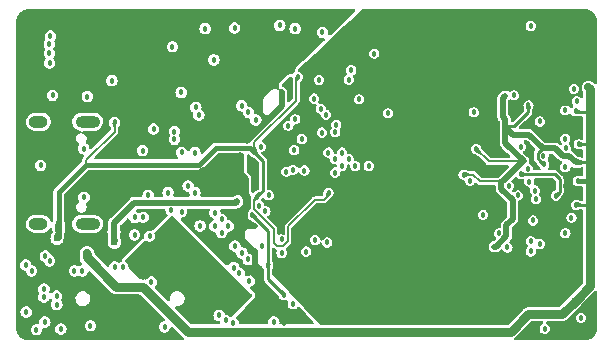
<source format=gbr>
%TF.GenerationSoftware,KiCad,Pcbnew,7.0.2-0*%
%TF.CreationDate,2023-05-15T12:10:58+08:00*%
%TF.ProjectId,slimarm_carambola,736c696d-6172-46d5-9f63-6172616d626f,rev?*%
%TF.SameCoordinates,Original*%
%TF.FileFunction,Copper,L2,Inr*%
%TF.FilePolarity,Positive*%
%FSLAX46Y46*%
G04 Gerber Fmt 4.6, Leading zero omitted, Abs format (unit mm)*
G04 Created by KiCad (PCBNEW 7.0.2-0) date 2023-05-15 12:10:58*
%MOMM*%
%LPD*%
G01*
G04 APERTURE LIST*
%TA.AperFunction,ComponentPad*%
%ADD10O,2.100000X1.000000*%
%TD*%
%TA.AperFunction,ComponentPad*%
%ADD11O,1.600000X1.000000*%
%TD*%
%TA.AperFunction,ViaPad*%
%ADD12C,0.609600*%
%TD*%
%TA.AperFunction,ViaPad*%
%ADD13C,0.457200*%
%TD*%
%TA.AperFunction,Conductor*%
%ADD14C,0.508000*%
%TD*%
%TA.AperFunction,Conductor*%
%ADD15C,0.635000*%
%TD*%
%TA.AperFunction,Conductor*%
%ADD16C,0.381000*%
%TD*%
%TA.AperFunction,Conductor*%
%ADD17C,0.254000*%
%TD*%
%TA.AperFunction,Conductor*%
%ADD18C,0.127000*%
%TD*%
%TA.AperFunction,Conductor*%
%ADD19C,0.203200*%
%TD*%
%TA.AperFunction,Conductor*%
%ADD20C,0.762000*%
%TD*%
G04 APERTURE END LIST*
D10*
%TO.N,GND*%
%TO.C,J1*%
X21861000Y-23000000D03*
D11*
X17681000Y-23000000D03*
D10*
X21861000Y-31640000D03*
D11*
X17681000Y-31640000D03*
%TD*%
D12*
%TO.N,/1v0_CPUCORE*%
X24090000Y-32330000D03*
X24110000Y-33190000D03*
D13*
%TO.N,GND*%
X21830000Y-20850000D03*
X18890000Y-20750000D03*
X29040000Y-16640000D03*
%TO.N,/JTAG_TDI*%
X18610000Y-16400000D03*
%TO.N,GND*%
X64060000Y-15260000D03*
X57490000Y-15080000D03*
%TO.N,Net-(U1A-PC1)*%
X59370000Y-14870000D03*
%TO.N,/DP*%
X34220700Y-35330700D03*
X25830000Y-31080000D03*
%TO.N,/DN*%
X26560000Y-31071900D03*
X34680000Y-35810000D03*
%TO.N,/USBD_FS_DP*%
X34910499Y-34084084D03*
X25830000Y-32560000D03*
%TO.N,/USBD_FS_DN*%
X35453018Y-34649522D03*
X27100000Y-32680000D03*
%TO.N,/SD_DET*%
X29807386Y-25587332D03*
%TO.N,Net-(U1C-PD5)*%
X34180000Y-40043900D03*
X36584389Y-33518151D03*
%TO.N,/DDR_CS*%
X39440371Y-22770529D03*
X59570000Y-31340000D03*
%TO.N,/DDR_DQM0*%
X42030000Y-22380000D03*
X44840000Y-21090000D03*
%TO.N,/DDR_WE*%
X57499750Y-28422114D03*
X42900000Y-23230000D03*
%TO.N,/DDR_D12*%
X54544202Y-22190000D03*
X47280000Y-22270000D03*
%TO.N,/DDR_D8*%
X44170000Y-18620000D03*
X63280000Y-21250000D03*
%TO.N,/DDR_D2*%
X45663159Y-26730338D03*
X58553460Y-25094167D03*
%TO.N,/DDR_DQM1*%
X57935000Y-20755000D03*
X41590000Y-21880000D03*
%TO.N,/DDR_RAS*%
X59810000Y-29550000D03*
X36510000Y-25100000D03*
%TO.N,/DDR_CKE*%
X41686782Y-23901499D03*
X54220000Y-27980000D03*
%TO.N,/DDR_D13*%
X62292313Y-24429649D03*
X43383837Y-25598555D03*
%TO.N,/DDR_D7*%
X43949522Y-26153018D03*
X62321847Y-25242510D03*
%TO.N,/DDR_D5*%
X62292313Y-26829950D03*
X44515207Y-26729926D03*
%TO.N,/DDR_A10*%
X55340000Y-30861400D03*
X38847130Y-23324591D03*
%TO.N,/DDR_CAS*%
X39978501Y-24455960D03*
X58291813Y-29230250D03*
%TO.N,/DDR_D15*%
X62300350Y-22021313D03*
X39350000Y-25390000D03*
%TO.N,/DDR_D11*%
X40210000Y-27120000D03*
X46130000Y-17210000D03*
%TO.N,/DDR_D6*%
X41445000Y-19445000D03*
X42818151Y-26153018D03*
X41024004Y-21024004D03*
X43970000Y-19420000D03*
%TO.N,/DDR_D9*%
X42820000Y-23850000D03*
X43383837Y-26718703D03*
%TO.N,/DDR_A11*%
X36390000Y-30100000D03*
X60120000Y-33330000D03*
%TO.N,/DDR_CLKP*%
X39250000Y-27050000D03*
X59250000Y-28060000D03*
%TO.N,/DDR_D10*%
X60140000Y-22960000D03*
X42241243Y-25598555D03*
%TO.N,/DDR_D1*%
X37175000Y-29205000D03*
X59130000Y-26950000D03*
%TO.N,Net-(U1A-PC1)*%
X35464241Y-22193220D03*
%TO.N,/DDR_A9*%
X59374202Y-33964202D03*
X36910000Y-30560000D03*
%TO.N,/DDR_A7*%
X41109870Y-32999870D03*
X57400000Y-33630000D03*
%TO.N,/DDR_A3*%
X56699649Y-32438686D03*
X42140000Y-33210000D03*
%TO.N,/DDR_A0*%
X62820339Y-31109661D03*
X38281445Y-34083837D03*
%TO.N,/DDR_A1*%
X40360000Y-33980000D03*
X59390000Y-33100000D03*
%TO.N,/DEBUG_TXD*%
X27440000Y-23600000D03*
X31810000Y-15110000D03*
X31010000Y-21780000D03*
X29207700Y-23820000D03*
%TO.N,/JTAG_TDI*%
X32635813Y-30678501D03*
%TO.N,/JTAG_TDO*%
X33201499Y-31244187D03*
%TO.N,/JTAG_RST*%
X23910000Y-19510000D03*
X33767184Y-31809872D03*
%TO.N,/DEBUG_RXD*%
X29207700Y-24470000D03*
X34294936Y-15054936D03*
X26510000Y-25430000D03*
X31270000Y-22410000D03*
%TO.N,/JTAG_TCK*%
X32629926Y-31809900D03*
X18620000Y-17200000D03*
%TO.N,/JTAG_TMS*%
X18705295Y-15738600D03*
X33190276Y-32375557D03*
%TO.N,/DDR_A8*%
X38281445Y-32952466D03*
X62308886Y-32431139D03*
%TO.N,Net-(U2-VREF)*%
X58550000Y-27430000D03*
X60560000Y-40510000D03*
X63620000Y-39580000D03*
X61500250Y-29238286D03*
%TO.N,Net-(U1A-PC2)*%
X41740000Y-15420000D03*
X34898555Y-21627534D03*
%TO.N,GND*%
X35620000Y-26350000D03*
X37910000Y-27920000D03*
X38130000Y-14830000D03*
X61639005Y-33459005D03*
X39430000Y-15110000D03*
X26560000Y-35550000D03*
X63380000Y-25650000D03*
X50960000Y-39850000D03*
X59130000Y-24850000D03*
X61800000Y-37650000D03*
X42840000Y-39860000D03*
X40640000Y-18930000D03*
X16660000Y-39100000D03*
X30938757Y-25598555D03*
X17870000Y-26680000D03*
X56620000Y-39860000D03*
X62300350Y-27638086D03*
X63010000Y-36850000D03*
X35970000Y-28720000D03*
X32533162Y-17743162D03*
X27730000Y-33590000D03*
X19250000Y-38460000D03*
X64510000Y-38050000D03*
X18270000Y-34370000D03*
X34330034Y-33506950D03*
X30938757Y-25598555D03*
X31830000Y-35310000D03*
X18640000Y-34760000D03*
X58310000Y-28420000D03*
X28370000Y-40350000D03*
X60740000Y-21180000D03*
X22090000Y-40260000D03*
X42890000Y-36970000D03*
X29773162Y-20503162D03*
X63730000Y-18720000D03*
X19220000Y-37745100D03*
X19595835Y-40533700D03*
X62304900Y-28434700D03*
X30130000Y-36820000D03*
X36090000Y-22840000D03*
X35540000Y-36480000D03*
X63380000Y-24120000D03*
X61670000Y-19620000D03*
X63810000Y-40720000D03*
X53730000Y-25820000D03*
X17524037Y-40597233D03*
X55650000Y-32800000D03*
X45470000Y-39720000D03*
X38950000Y-19840000D03*
X18630000Y-18020000D03*
X26550000Y-36110000D03*
X37620000Y-39950000D03*
X63050000Y-35670000D03*
X39266838Y-38376838D03*
X32391219Y-39025102D03*
X64380000Y-17070000D03*
X30890000Y-33380000D03*
X58730000Y-21110000D03*
%TO.N,+5V*%
X18160000Y-37150000D03*
X18230000Y-39950000D03*
X17110000Y-35610000D03*
X18160000Y-37820000D03*
X21550000Y-29390000D03*
X16620000Y-35120000D03*
X21420000Y-35610000D03*
X24840000Y-35300000D03*
X21530000Y-25260000D03*
X20740000Y-35610000D03*
X24150000Y-35290000D03*
%TO.N,/DDR_D0*%
X42818151Y-27284389D03*
X60450000Y-25910000D03*
%TO.N,/3v3*%
X34898556Y-32941243D03*
X33268676Y-18468676D03*
X26320000Y-14780000D03*
X38287056Y-20480000D03*
X23910000Y-21350000D03*
X38509000Y-40006400D03*
X16540000Y-16610000D03*
X34143676Y-17593676D03*
D12*
X20140000Y-36281829D03*
X19270000Y-36269900D03*
D13*
X32318676Y-19418676D03*
X36018703Y-31821095D03*
X35498426Y-35768283D03*
X37710000Y-16800000D03*
X36890000Y-15110000D03*
X36290000Y-16560000D03*
X26310000Y-15810000D03*
X34780000Y-25800000D03*
X25980000Y-24690000D03*
X35390000Y-24580000D03*
%TO.N,/1v8_CPUMEM*%
X33540000Y-39808600D03*
D12*
X19267500Y-32867710D03*
D13*
X35980000Y-25570000D03*
X42252468Y-28992668D03*
X39640000Y-19160000D03*
X36170000Y-29340000D03*
D12*
X19390000Y-31970000D03*
D13*
X24140000Y-23030000D03*
%TO.N,/1v8_DDR*%
X63440000Y-24900000D03*
X57220000Y-20790000D03*
X63137900Y-38130000D03*
X56280000Y-33560000D03*
X64330000Y-26210000D03*
X64300000Y-31570000D03*
X63200000Y-22080000D03*
X59180000Y-21610000D03*
X63360000Y-28020000D03*
X58740000Y-39700000D03*
D12*
X22150000Y-34763000D03*
D13*
X63030000Y-20200000D03*
X60520000Y-26600000D03*
D12*
X21810000Y-34140000D03*
D13*
X64280000Y-34640000D03*
X30380000Y-40780000D03*
X64280000Y-27330000D03*
X63200000Y-30030000D03*
X53690000Y-27460000D03*
X64280000Y-20000000D03*
X63410000Y-26430000D03*
X64390000Y-22730000D03*
X58790000Y-26350000D03*
X54750000Y-25290000D03*
%TO.N,/1v0_CPUCORE*%
X37150074Y-35203985D03*
X38503162Y-37633162D03*
X35800000Y-30850000D03*
X27260000Y-36560000D03*
X34540000Y-29710000D03*
%TO.N,/DDR_CLKN*%
X59720000Y-28810000D03*
X38688236Y-27208525D03*
%TO.N,Net-(SW1-A)*%
X33000000Y-39390000D03*
X31376337Y-31796342D03*
%TO.N,/MCI0_CDA*%
X30938757Y-28981445D03*
%TO.N,/MCI0_CK*%
X30361849Y-28426982D03*
%TO.N,/MCI0_DA2*%
X28920000Y-30439100D03*
%TO.N,/MCI0_DA0*%
X28669968Y-28981473D03*
%TO.N,/MCI0_DA1*%
X29810000Y-30600000D03*
%TO.N,/MCI0_DA3*%
X26970000Y-29220900D03*
%TD*%
D14*
%TO.N,/3v3*%
X20190000Y-31660000D02*
X20190000Y-34800000D01*
X20190000Y-34800000D02*
X19270000Y-35720000D01*
X19270000Y-35720000D02*
X19270000Y-36269900D01*
X19270000Y-36269900D02*
X20151929Y-36269900D01*
X20151929Y-36269900D02*
X20190000Y-36231829D01*
D15*
%TO.N,/1v8_DDR*%
X21810000Y-34140000D02*
X21810000Y-34160000D01*
D14*
%TO.N,/1v0_CPUCORE*%
X24110000Y-33190000D02*
X24110000Y-31540000D01*
X24110000Y-31540000D02*
X25820000Y-29830000D01*
X25820000Y-29830000D02*
X34420000Y-29830000D01*
X34420000Y-29830000D02*
X34540000Y-29710000D01*
D16*
%TO.N,/1v8_CPUMEM*%
X19267500Y-32867710D02*
X19390000Y-32745210D01*
X19390000Y-32745210D02*
X19390000Y-31970000D01*
D17*
%TO.N,Net-(U2-VREF)*%
X59329900Y-27432600D02*
X59332500Y-27430000D01*
X61409764Y-27430000D02*
X61822300Y-27842536D01*
X58930100Y-27432600D02*
X59329900Y-27432600D01*
X59332500Y-27430000D02*
X61409764Y-27430000D01*
X58550000Y-27430000D02*
X58927500Y-27430000D01*
X58927500Y-27430000D02*
X58930100Y-27432600D01*
X61822300Y-27842536D02*
X61822300Y-28916236D01*
X61822300Y-28916236D02*
X61500250Y-29238286D01*
D14*
%TO.N,/3v3*%
X35270000Y-30517895D02*
X35190400Y-30597495D01*
X35390000Y-24580000D02*
X38287056Y-21682944D01*
X31380000Y-27350000D02*
X31660000Y-27070000D01*
X20190000Y-29620000D02*
X22460000Y-27350000D01*
D18*
X20190000Y-31660000D02*
X20190000Y-31470000D01*
D14*
X35190400Y-30597495D02*
X35190400Y-31099600D01*
X20190000Y-31660000D02*
X20190000Y-29620000D01*
X38287056Y-21682944D02*
X38287056Y-20480000D01*
X36062618Y-34105305D02*
X34960000Y-33002687D01*
X31660000Y-27070000D02*
X33070000Y-27070000D01*
X35270000Y-27810000D02*
X35270000Y-30517895D01*
X33070000Y-27070000D02*
X34530000Y-27070000D01*
X36018703Y-31821095D02*
X35451095Y-31821095D01*
X22460000Y-27350000D02*
X31380000Y-27350000D01*
X33510000Y-27070000D02*
X33070000Y-27070000D01*
X34960000Y-31330000D02*
X34898556Y-31391444D01*
X35190400Y-31099600D02*
X34960000Y-31330000D01*
X34780000Y-25800000D02*
X33510000Y-27070000D01*
X36062618Y-35204091D02*
X36062618Y-34105305D01*
X34960000Y-33002687D02*
X34960000Y-31330000D01*
X34530000Y-27070000D02*
X35270000Y-27810000D01*
X35498426Y-35768283D02*
X36062618Y-35204091D01*
X34898556Y-31391444D02*
X34898556Y-32941243D01*
X35451095Y-31821095D02*
X34960000Y-31330000D01*
D18*
%TO.N,/1v8_CPUMEM*%
X37660000Y-33260000D02*
X37660000Y-32080000D01*
X24140000Y-23030000D02*
X24140000Y-23820000D01*
D19*
X39520000Y-19280000D02*
X39640000Y-19160000D01*
D18*
X37920000Y-33520000D02*
X37660000Y-33260000D01*
D16*
X32731776Y-25190000D02*
X35600000Y-25190000D01*
D18*
X35970900Y-30390900D02*
X35970900Y-29539100D01*
X42252468Y-29217532D02*
X41900000Y-29570000D01*
X38420000Y-33520000D02*
X37920000Y-33520000D01*
D19*
X39520000Y-21190000D02*
X39520000Y-19280000D01*
X35980000Y-24730000D02*
X39520000Y-21190000D01*
D16*
X19390000Y-28930000D02*
X21710000Y-26610000D01*
D17*
X36710000Y-28800000D02*
X36710000Y-26300000D01*
D18*
X42252468Y-28992668D02*
X42252468Y-29217532D01*
X38840000Y-31820000D02*
X38840000Y-33100000D01*
X35970900Y-29539100D02*
X36170000Y-29340000D01*
D17*
X35980000Y-25570000D02*
X36710000Y-26300000D01*
D18*
X41090000Y-29570000D02*
X38840000Y-31820000D01*
D16*
X21710000Y-26610000D02*
X31311776Y-26610000D01*
D17*
X36170000Y-29340000D02*
X36710000Y-28800000D01*
D18*
X24140000Y-23820000D02*
X21710000Y-26250000D01*
D16*
X31311776Y-26610000D02*
X32731776Y-25190000D01*
X19390000Y-31970000D02*
X19390000Y-28930000D01*
D19*
X35980000Y-25570000D02*
X35980000Y-24730000D01*
D18*
X41900000Y-29570000D02*
X41090000Y-29570000D01*
D16*
X35600000Y-25190000D02*
X35980000Y-25570000D01*
D18*
X38840000Y-33100000D02*
X38420000Y-33520000D01*
X21710000Y-26250000D02*
X21710000Y-26610000D01*
X37660000Y-32080000D02*
X35970900Y-30390900D01*
D14*
%TO.N,/1v8_DDR*%
X57220000Y-20790000D02*
X57010000Y-21000000D01*
D18*
X56280000Y-33560000D02*
X56340000Y-33560000D01*
D20*
X21810000Y-34480000D02*
X21810000Y-34160000D01*
D14*
X60382105Y-25240000D02*
X61450000Y-25240000D01*
D16*
X64390000Y-28030000D02*
X63370000Y-28030000D01*
D14*
X56890150Y-28690692D02*
X57840000Y-29640542D01*
D18*
X64230000Y-20050000D02*
X64280000Y-20000000D01*
D17*
X60457500Y-26600000D02*
X59967400Y-26109900D01*
X59967400Y-26109900D02*
X59967400Y-25654705D01*
D20*
X64390000Y-24890000D02*
X64390000Y-26330000D01*
D14*
X58770000Y-26350000D02*
X58790000Y-26350000D01*
X57220000Y-22790000D02*
X57220000Y-24800000D01*
D17*
X57220000Y-23060000D02*
X57220000Y-23390000D01*
D18*
X64380000Y-30030000D02*
X64390000Y-30040000D01*
D20*
X64390000Y-20210000D02*
X64390000Y-22190000D01*
D17*
X63440000Y-24900000D02*
X64380000Y-24900000D01*
D14*
X62592110Y-25852110D02*
X63170000Y-26430000D01*
D17*
X57270000Y-23340000D02*
X57990000Y-23340000D01*
D14*
X57230000Y-23390000D02*
X57910000Y-24070000D01*
X57840000Y-31240000D02*
X57309249Y-31770751D01*
D20*
X64390000Y-36910000D02*
X63170000Y-38130000D01*
X62010000Y-39290000D02*
X59150000Y-39290000D01*
D17*
X57990000Y-23340000D02*
X59180000Y-22150000D01*
D14*
X63170000Y-26430000D02*
X63410000Y-26430000D01*
D19*
X53690000Y-27460000D02*
X54520000Y-27460000D01*
D17*
X63410000Y-26430000D02*
X64290000Y-26430000D01*
D14*
X57910000Y-24070000D02*
X59212105Y-24070000D01*
X57220000Y-23390000D02*
X57230000Y-23390000D01*
D19*
X55090000Y-28030000D02*
X57100000Y-28030000D01*
D16*
X63370000Y-28030000D02*
X63360000Y-28020000D01*
D14*
X57010000Y-22580000D02*
X57220000Y-22790000D01*
D19*
X58640000Y-26350000D02*
X58790000Y-26350000D01*
D14*
X59212105Y-24070000D02*
X60382105Y-25240000D01*
X57120000Y-27890000D02*
X56890150Y-28119850D01*
D20*
X64300000Y-20120000D02*
X64390000Y-20210000D01*
D19*
X54750000Y-25290000D02*
X55810000Y-26350000D01*
X55810000Y-26350000D02*
X58790000Y-26350000D01*
D18*
X64290000Y-26430000D02*
X64390000Y-26330000D01*
D17*
X63200000Y-30030000D02*
X64380000Y-30030000D01*
D14*
X58640000Y-26370000D02*
X58640000Y-26350000D01*
X57840000Y-29640542D02*
X57840000Y-31240000D01*
X57010000Y-21000000D02*
X57010000Y-22580000D01*
D20*
X64390000Y-22190000D02*
X64390000Y-24890000D01*
D17*
X59967400Y-25654705D02*
X60382105Y-25240000D01*
D14*
X57120000Y-27890000D02*
X58640000Y-26370000D01*
D20*
X59150000Y-39290000D02*
X57660000Y-40780000D01*
D19*
X54520000Y-27460000D02*
X55090000Y-28030000D01*
D20*
X24290000Y-36960000D02*
X21810000Y-34480000D01*
X63170000Y-38130000D02*
X63137900Y-38130000D01*
X64390000Y-28030000D02*
X64390000Y-30040000D01*
D17*
X63090000Y-22190000D02*
X64390000Y-22190000D01*
D14*
X62062110Y-25852110D02*
X62592110Y-25852110D01*
D18*
X64380000Y-24900000D02*
X64390000Y-24890000D01*
D20*
X26560000Y-36960000D02*
X24290000Y-36960000D01*
D14*
X61450000Y-25240000D02*
X62062110Y-25852110D01*
D20*
X64390000Y-26330000D02*
X64390000Y-28030000D01*
D14*
X57309249Y-32691191D02*
X56440440Y-33560000D01*
D20*
X64390000Y-30040000D02*
X64390000Y-36910000D01*
X30380000Y-40780000D02*
X26560000Y-36960000D01*
D18*
X57220000Y-22790000D02*
X57220000Y-23060000D01*
D14*
X57220000Y-24800000D02*
X58770000Y-26350000D01*
X56440440Y-33560000D02*
X56280000Y-33560000D01*
D17*
X57220000Y-23390000D02*
X57270000Y-23340000D01*
X59180000Y-22150000D02*
X59180000Y-21610000D01*
D20*
X57660000Y-40780000D02*
X30380000Y-40780000D01*
D15*
X64300000Y-20120000D02*
X64230000Y-20050000D01*
D14*
X57100000Y-27890000D02*
X57120000Y-27890000D01*
X57309249Y-31770751D02*
X57309249Y-32691191D01*
D17*
X60520000Y-26600000D02*
X60457500Y-26600000D01*
D14*
X56890150Y-28119850D02*
X56890150Y-28690692D01*
D20*
X63170000Y-38130000D02*
X62010000Y-39290000D01*
D17*
%TO.N,/1v0_CPUCORE*%
X37149232Y-34960000D02*
X37149232Y-32199232D01*
X37149232Y-35203143D02*
X37149232Y-34960000D01*
X37149232Y-32199232D02*
X35800000Y-30850000D01*
X37150074Y-35203985D02*
X37149232Y-35203143D01*
X37149232Y-36279232D02*
X38503162Y-37633162D01*
X37149232Y-34960000D02*
X37149232Y-36279232D01*
%TD*%
%TA.AperFunction,Conductor*%
%TO.N,GND*%
G36*
X29064492Y-30977706D02*
G01*
X29105379Y-31004627D01*
X35725920Y-37566837D01*
X35743931Y-37584689D01*
X35777687Y-37645863D01*
X35773011Y-37715576D01*
X35746689Y-37758004D01*
X34094722Y-39503039D01*
X34034339Y-39538191D01*
X33964537Y-39535117D01*
X33910959Y-39498994D01*
X33859619Y-39439744D01*
X33742750Y-39364637D01*
X33609459Y-39325500D01*
X33581329Y-39325500D01*
X33514290Y-39305815D01*
X33468535Y-39253012D01*
X33410588Y-39126129D01*
X33319619Y-39021144D01*
X33202750Y-38946037D01*
X33069459Y-38906900D01*
X32930541Y-38906900D01*
X32797249Y-38946037D01*
X32680380Y-39021144D01*
X32589411Y-39126129D01*
X32531701Y-39252494D01*
X32511932Y-39390000D01*
X32531701Y-39527505D01*
X32589411Y-39653870D01*
X32680380Y-39758855D01*
X32680382Y-39758856D01*
X32680383Y-39758857D01*
X32797249Y-39833962D01*
X32930541Y-39873100D01*
X32958671Y-39873100D01*
X33025710Y-39892785D01*
X33071464Y-39945586D01*
X33082151Y-39968986D01*
X33092096Y-40038145D01*
X33063073Y-40101701D01*
X33004295Y-40139476D01*
X32969358Y-40144500D01*
X30694594Y-40144500D01*
X30627555Y-40124815D01*
X30606913Y-40108181D01*
X29307913Y-38809181D01*
X29274428Y-38747858D01*
X29279412Y-38678166D01*
X29321284Y-38622233D01*
X29386748Y-38597816D01*
X29395594Y-38597500D01*
X29485582Y-38597500D01*
X29489476Y-38597500D01*
X29607293Y-38582616D01*
X29754703Y-38524253D01*
X29882967Y-38431063D01*
X29984026Y-38308903D01*
X30051531Y-38165449D01*
X30081239Y-38009714D01*
X30071284Y-37851484D01*
X30022291Y-37700700D01*
X29937340Y-37566838D01*
X29821767Y-37458307D01*
X29744351Y-37415747D01*
X29682831Y-37381926D01*
X29529274Y-37342500D01*
X29529272Y-37342500D01*
X29410524Y-37342500D01*
X29406665Y-37342987D01*
X29406657Y-37342988D01*
X29292710Y-37357383D01*
X29292707Y-37357383D01*
X29292707Y-37357384D01*
X29245288Y-37376158D01*
X29145296Y-37415747D01*
X29017033Y-37508936D01*
X28915974Y-37631096D01*
X28848469Y-37774551D01*
X28818760Y-37930288D01*
X28824322Y-38018686D01*
X28808886Y-38086829D01*
X28759059Y-38135810D01*
X28690661Y-38150076D01*
X28625409Y-38125099D01*
X28612886Y-38114153D01*
X27590674Y-37091941D01*
X27557189Y-37030618D01*
X27562173Y-36960926D01*
X27584640Y-36923059D01*
X27670589Y-36823869D01*
X27728298Y-36697505D01*
X27748068Y-36560000D01*
X27728298Y-36422495D01*
X27698343Y-36356904D01*
X27670588Y-36296129D01*
X27579619Y-36191144D01*
X27462750Y-36116037D01*
X27329459Y-36076900D01*
X27190541Y-36076900D01*
X27057249Y-36116037D01*
X26940382Y-36191142D01*
X26844001Y-36302374D01*
X26785223Y-36340148D01*
X26730890Y-36343644D01*
X26694789Y-36337926D01*
X26683350Y-36335558D01*
X26640282Y-36324500D01*
X26640281Y-36324500D01*
X26619774Y-36324500D01*
X26600375Y-36322973D01*
X26580122Y-36319765D01*
X26580121Y-36319765D01*
X26546185Y-36322973D01*
X26535849Y-36323950D01*
X26524180Y-36324500D01*
X26270226Y-36324500D01*
X26203187Y-36304815D01*
X26178788Y-36284256D01*
X25360824Y-35391261D01*
X25330058Y-35328530D01*
X25329835Y-35312292D01*
X25308298Y-35162494D01*
X25250588Y-35036129D01*
X25159618Y-34931144D01*
X25159617Y-34931143D01*
X25072369Y-34875072D01*
X25026615Y-34822269D01*
X25016671Y-34753110D01*
X25045696Y-34689555D01*
X25054080Y-34680785D01*
X26706632Y-33113710D01*
X26768818Y-33081867D01*
X26838353Y-33088699D01*
X26858985Y-33099371D01*
X26897249Y-33123962D01*
X27030541Y-33163100D01*
X27169459Y-33163100D01*
X27302751Y-33123962D01*
X27419617Y-33048857D01*
X27424606Y-33043100D01*
X27510588Y-32943870D01*
X27510587Y-32943870D01*
X27510589Y-32943869D01*
X27568298Y-32817505D01*
X27588068Y-32680000D01*
X27568298Y-32542495D01*
X27526727Y-32451469D01*
X27516784Y-32382313D01*
X27545808Y-32318757D01*
X27554181Y-32310000D01*
X28932769Y-31002718D01*
X28994957Y-30970874D01*
X29064492Y-30977706D01*
G37*
%TD.AperFunction*%
%TD*%
%TA.AperFunction,Conductor*%
%TO.N,/3v3*%
G36*
X44470694Y-13482185D02*
G01*
X44516449Y-13534989D01*
X44526393Y-13604147D01*
X44497368Y-13667703D01*
X44488650Y-13676786D01*
X43713811Y-14406156D01*
X43421786Y-14681044D01*
X43221051Y-14869999D01*
X42422290Y-15621883D01*
X42359983Y-15653499D01*
X42290474Y-15646411D01*
X42235831Y-15602869D01*
X42213403Y-15536697D01*
X42214559Y-15513955D01*
X42228068Y-15420000D01*
X42208298Y-15282495D01*
X42192318Y-15247505D01*
X42150588Y-15156129D01*
X42059619Y-15051144D01*
X41942750Y-14976037D01*
X41809459Y-14936900D01*
X41670541Y-14936900D01*
X41537249Y-14976037D01*
X41420380Y-15051144D01*
X41329411Y-15156129D01*
X41271701Y-15282494D01*
X41251932Y-15420000D01*
X41271701Y-15557505D01*
X41329411Y-15683870D01*
X41420380Y-15788855D01*
X41537249Y-15863962D01*
X41670541Y-15903100D01*
X41810899Y-15903100D01*
X41877938Y-15922785D01*
X41923693Y-15975589D01*
X41933637Y-16044747D01*
X41904612Y-16108303D01*
X41895892Y-16117389D01*
X41137640Y-16831143D01*
X40935900Y-17021044D01*
X40735165Y-17209999D01*
X39531024Y-18343473D01*
X39531016Y-18343480D01*
X39528848Y-18345522D01*
X39495814Y-18383277D01*
X39494067Y-18385712D01*
X39494062Y-18385720D01*
X39468783Y-18420980D01*
X39468768Y-18421000D01*
X39468018Y-18422048D01*
X39467302Y-18423143D01*
X39467295Y-18423154D01*
X39455744Y-18440831D01*
X39422060Y-18536312D01*
X39412508Y-18602741D01*
X39412506Y-18602759D01*
X39412116Y-18605473D01*
X39411969Y-18608211D01*
X39411967Y-18608233D01*
X39411337Y-18619999D01*
X39408684Y-18669469D01*
X39404607Y-18669250D01*
X39402557Y-18707357D01*
X39361678Y-18764020D01*
X39352671Y-18770392D01*
X39320383Y-18791142D01*
X39245777Y-18877243D01*
X39186998Y-18915017D01*
X39139486Y-18919400D01*
X39087304Y-18914079D01*
X39087293Y-18914078D01*
X39084534Y-18913797D01*
X39081761Y-18913762D01*
X39081750Y-18913762D01*
X39038284Y-18913223D01*
X38940789Y-18940543D01*
X38878481Y-18972159D01*
X38818045Y-19014611D01*
X38437850Y-19372495D01*
X38159097Y-19634889D01*
X38156857Y-19637529D01*
X38156849Y-19637538D01*
X38123787Y-19676513D01*
X38121536Y-19679167D01*
X38119602Y-19682046D01*
X38119595Y-19682056D01*
X38091812Y-19723425D01*
X38091795Y-19723451D01*
X38090799Y-19724935D01*
X38089883Y-19726486D01*
X38089873Y-19726504D01*
X38075371Y-19751093D01*
X38047589Y-19848455D01*
X38042119Y-19915333D01*
X38042118Y-19915353D01*
X38041894Y-19918095D01*
X38041915Y-19920861D01*
X38041915Y-19920864D01*
X38042246Y-19964351D01*
X38042246Y-19964354D01*
X38042247Y-19964355D01*
X38070886Y-20059200D01*
X38071516Y-20061287D01*
X38100385Y-20115463D01*
X38114539Y-20183884D01*
X38099970Y-20221758D01*
X38110671Y-20215067D01*
X38180535Y-20215931D01*
X38204669Y-20226248D01*
X38206696Y-20227382D01*
X38206701Y-20227386D01*
X38267679Y-20261496D01*
X38336619Y-20288014D01*
X38342059Y-20289255D01*
X38376464Y-20302757D01*
X38395846Y-20313948D01*
X38424739Y-20336990D01*
X38439955Y-20353389D01*
X38460777Y-20383930D01*
X38470480Y-20404079D01*
X38481373Y-20439393D01*
X38483870Y-20455955D01*
X38485256Y-20474441D01*
X38485256Y-21234123D01*
X38485425Y-21243596D01*
X38485734Y-21252221D01*
X38494622Y-21296900D01*
X38501934Y-21333656D01*
X38526351Y-21399120D01*
X38527540Y-21401605D01*
X38546314Y-21440845D01*
X38571519Y-21468907D01*
X38601672Y-21531936D01*
X38592962Y-21601261D01*
X38566949Y-21639448D01*
X35763407Y-24442990D01*
X35743554Y-24459114D01*
X35735484Y-24464386D01*
X35717289Y-24487763D01*
X35707433Y-24498925D01*
X35695954Y-24515001D01*
X35692899Y-24519098D01*
X35657823Y-24564167D01*
X35641530Y-24618892D01*
X35639968Y-24623768D01*
X35627098Y-24661260D01*
X35586714Y-24718276D01*
X35521915Y-24744408D01*
X35509816Y-24745000D01*
X32763723Y-24745000D01*
X32749839Y-24744220D01*
X32714948Y-24740288D01*
X32659523Y-24750775D01*
X32654954Y-24751552D01*
X32593102Y-24760875D01*
X32588533Y-24762378D01*
X32533240Y-24791600D01*
X32529105Y-24793687D01*
X32472779Y-24820813D01*
X32468845Y-24823604D01*
X32424637Y-24867812D01*
X32421300Y-24871027D01*
X32375454Y-24913567D01*
X32364147Y-24928302D01*
X31635561Y-25656888D01*
X31574238Y-25690373D01*
X31504546Y-25685389D01*
X31448613Y-25643517D01*
X31425142Y-25586854D01*
X31407055Y-25461050D01*
X31401929Y-25449826D01*
X31349345Y-25334684D01*
X31258376Y-25229699D01*
X31141507Y-25154592D01*
X31008216Y-25115455D01*
X30869298Y-25115455D01*
X30736006Y-25154592D01*
X30619137Y-25229699D01*
X30528168Y-25334684D01*
X30488428Y-25421702D01*
X30442673Y-25474506D01*
X30375633Y-25494190D01*
X30308594Y-25474505D01*
X30262840Y-25421702D01*
X30223100Y-25334686D01*
X30217975Y-25323463D01*
X30217974Y-25323462D01*
X30217974Y-25323461D01*
X30127005Y-25218476D01*
X30010136Y-25143369D01*
X29876845Y-25104232D01*
X29737927Y-25104232D01*
X29604635Y-25143369D01*
X29487766Y-25218476D01*
X29396797Y-25323461D01*
X29339087Y-25449826D01*
X29319318Y-25587332D01*
X29339087Y-25724837D01*
X29396797Y-25851202D01*
X29490895Y-25959798D01*
X29519920Y-26023354D01*
X29509976Y-26092512D01*
X29464221Y-26145316D01*
X29397182Y-26165000D01*
X22544082Y-26165000D01*
X22477043Y-26145315D01*
X22431288Y-26092511D01*
X22421344Y-26023353D01*
X22450369Y-25959797D01*
X22456401Y-25953319D01*
X22915530Y-25494190D01*
X22979720Y-25430000D01*
X26021932Y-25430000D01*
X26041701Y-25567505D01*
X26099411Y-25693870D01*
X26190380Y-25798855D01*
X26190382Y-25798856D01*
X26190383Y-25798857D01*
X26307249Y-25873962D01*
X26440541Y-25913100D01*
X26579459Y-25913100D01*
X26712751Y-25873962D01*
X26829617Y-25798857D01*
X26848782Y-25776740D01*
X26920588Y-25693870D01*
X26920587Y-25693870D01*
X26920589Y-25693869D01*
X26978298Y-25567505D01*
X26998068Y-25430000D01*
X26978298Y-25292495D01*
X26976179Y-25287856D01*
X26920588Y-25166129D01*
X26829619Y-25061144D01*
X26712750Y-24986037D01*
X26579459Y-24946900D01*
X26440541Y-24946900D01*
X26307249Y-24986037D01*
X26190380Y-25061144D01*
X26099411Y-25166129D01*
X26041701Y-25292494D01*
X26021932Y-25430000D01*
X22979720Y-25430000D01*
X23939719Y-24470000D01*
X28719632Y-24470000D01*
X28739401Y-24607505D01*
X28797111Y-24733870D01*
X28888080Y-24838855D01*
X28888082Y-24838856D01*
X28888083Y-24838857D01*
X29004949Y-24913962D01*
X29138241Y-24953100D01*
X29277159Y-24953100D01*
X29410451Y-24913962D01*
X29527317Y-24838857D01*
X29533182Y-24832089D01*
X29618288Y-24733870D01*
X29618287Y-24733870D01*
X29618289Y-24733869D01*
X29675998Y-24607505D01*
X29695768Y-24470000D01*
X29675998Y-24332495D01*
X29644176Y-24262816D01*
X29613896Y-24196512D01*
X29603952Y-24127354D01*
X29613896Y-24093488D01*
X29632888Y-24051903D01*
X29675998Y-23957505D01*
X29695768Y-23820000D01*
X29675998Y-23682495D01*
X29654155Y-23634667D01*
X29618288Y-23556129D01*
X29527319Y-23451144D01*
X29410450Y-23376037D01*
X29277159Y-23336900D01*
X29138241Y-23336900D01*
X29004949Y-23376037D01*
X28888080Y-23451144D01*
X28797111Y-23556129D01*
X28739401Y-23682494D01*
X28719632Y-23820000D01*
X28739401Y-23957505D01*
X28801504Y-24093488D01*
X28811448Y-24162646D01*
X28801504Y-24196512D01*
X28739401Y-24332494D01*
X28719632Y-24470000D01*
X23939719Y-24470000D01*
X24351218Y-24058500D01*
X24359171Y-24051212D01*
X24387360Y-24027560D01*
X24405744Y-23995717D01*
X24411557Y-23986592D01*
X24432652Y-23956466D01*
X24432652Y-23956464D01*
X24433385Y-23955418D01*
X24443209Y-23931700D01*
X24443430Y-23930442D01*
X24443432Y-23930440D01*
X24449819Y-23894211D01*
X24452161Y-23883653D01*
X24457463Y-23863870D01*
X24461677Y-23848143D01*
X24458472Y-23811508D01*
X24458000Y-23800701D01*
X24458000Y-23600000D01*
X26951932Y-23600000D01*
X26971701Y-23737505D01*
X27029411Y-23863870D01*
X27120380Y-23968855D01*
X27120382Y-23968856D01*
X27120383Y-23968857D01*
X27237249Y-24043962D01*
X27370541Y-24083100D01*
X27509459Y-24083100D01*
X27642751Y-24043962D01*
X27759617Y-23968857D01*
X27769454Y-23957505D01*
X27850588Y-23863870D01*
X27850587Y-23863870D01*
X27850589Y-23863869D01*
X27908298Y-23737505D01*
X27928068Y-23600000D01*
X27908298Y-23462495D01*
X27904246Y-23453623D01*
X27850588Y-23336129D01*
X27759619Y-23231144D01*
X27642750Y-23156037D01*
X27509459Y-23116900D01*
X27370541Y-23116900D01*
X27237249Y-23156037D01*
X27120380Y-23231144D01*
X27029411Y-23336129D01*
X26971701Y-23462494D01*
X26951932Y-23600000D01*
X24458000Y-23600000D01*
X24458000Y-23573482D01*
X24466849Y-23527480D01*
X24527348Y-23376038D01*
X24587912Y-23224435D01*
X24589117Y-23218095D01*
X24598140Y-23189745D01*
X24608298Y-23167505D01*
X24628068Y-23030000D01*
X24608298Y-22892495D01*
X24597153Y-22868092D01*
X24550588Y-22766129D01*
X24459619Y-22661144D01*
X24342750Y-22586037D01*
X24209459Y-22546900D01*
X24070541Y-22546900D01*
X23937249Y-22586037D01*
X23820380Y-22661144D01*
X23729411Y-22766129D01*
X23671701Y-22892494D01*
X23651932Y-23029999D01*
X23671702Y-23167506D01*
X23681902Y-23189841D01*
X23691020Y-23218694D01*
X23692086Y-23224433D01*
X23813151Y-23527480D01*
X23822000Y-23573482D01*
X23822000Y-23636917D01*
X23802315Y-23703956D01*
X23785681Y-23724598D01*
X22222422Y-25287856D01*
X22161099Y-25321341D01*
X22091407Y-25316357D01*
X22035474Y-25274485D01*
X22012003Y-25217823D01*
X21998298Y-25122495D01*
X21989957Y-25104232D01*
X21940588Y-24996129D01*
X21849619Y-24891144D01*
X21813313Y-24867812D01*
X21757724Y-24832087D01*
X21711971Y-24779285D01*
X21702027Y-24710127D01*
X21717378Y-24665773D01*
X21719984Y-24661260D01*
X21756978Y-24597184D01*
X21787331Y-24464197D01*
X21777138Y-24328172D01*
X21727303Y-24201195D01*
X21727302Y-24201194D01*
X21727302Y-24201193D01*
X21642256Y-24094548D01*
X21640701Y-24093488D01*
X21529550Y-24017707D01*
X21462389Y-23996990D01*
X21404131Y-23958421D01*
X21375973Y-23894476D01*
X21386857Y-23825459D01*
X21433326Y-23773282D01*
X21498940Y-23754500D01*
X22451342Y-23754500D01*
X22454941Y-23754500D01*
X22586184Y-23739160D01*
X22751924Y-23678836D01*
X22899285Y-23581915D01*
X23020322Y-23453623D01*
X23021754Y-23451144D01*
X23108508Y-23300879D01*
X23108507Y-23300879D01*
X23108510Y-23300876D01*
X23159095Y-23131909D01*
X23169351Y-22955831D01*
X23138723Y-22782134D01*
X23068864Y-22620182D01*
X22963539Y-22478706D01*
X22937777Y-22457089D01*
X22828429Y-22365334D01*
X22670807Y-22286174D01*
X22499190Y-22245500D01*
X22499188Y-22245500D01*
X21267059Y-22245500D01*
X21263492Y-22245916D01*
X21263490Y-22245917D01*
X21135813Y-22260840D01*
X20970074Y-22321164D01*
X20822715Y-22418084D01*
X20701676Y-22546377D01*
X20613491Y-22699120D01*
X20562905Y-22868092D01*
X20552648Y-23044168D01*
X20568120Y-23131907D01*
X20583277Y-23217866D01*
X20634623Y-23336900D01*
X20653136Y-23379818D01*
X20758461Y-23521294D01*
X20893570Y-23634665D01*
X20893571Y-23634665D01*
X20893573Y-23634667D01*
X21051189Y-23713824D01*
X21051190Y-23713824D01*
X21051192Y-23713825D01*
X21203334Y-23749884D01*
X21264027Y-23784498D01*
X21296370Y-23846431D01*
X21290097Y-23916018D01*
X21247197Y-23971167D01*
X21206136Y-23987894D01*
X21073218Y-24051903D01*
X20973224Y-24144684D01*
X20905022Y-24262815D01*
X20874668Y-24395803D01*
X20884861Y-24531827D01*
X20934697Y-24658806D01*
X21019743Y-24765451D01*
X21019745Y-24765453D01*
X21093011Y-24815404D01*
X21137312Y-24869431D01*
X21145372Y-24938835D01*
X21126091Y-24979582D01*
X21126817Y-24979914D01*
X21061701Y-25122494D01*
X21041932Y-25260000D01*
X21061701Y-25397505D01*
X21119411Y-25523870D01*
X21210380Y-25628855D01*
X21210382Y-25628856D01*
X21210383Y-25628857D01*
X21327248Y-25703962D01*
X21327249Y-25703962D01*
X21460541Y-25743100D01*
X21467817Y-25743100D01*
X21534856Y-25762785D01*
X21580611Y-25815589D01*
X21590555Y-25884747D01*
X21561530Y-25948303D01*
X21555497Y-25954782D01*
X21498790Y-26011488D01*
X21490820Y-26018792D01*
X21462639Y-26042439D01*
X21444246Y-26074295D01*
X21438440Y-26083408D01*
X21416618Y-26114574D01*
X21406788Y-26138306D01*
X21400182Y-26175774D01*
X21397841Y-26186333D01*
X21388322Y-26221857D01*
X21389473Y-26235010D01*
X21375706Y-26303509D01*
X21365151Y-26317298D01*
X21362069Y-26322635D01*
X21342372Y-26348301D01*
X19097931Y-28592742D01*
X19087567Y-28602005D01*
X19060109Y-28623903D01*
X19028324Y-28670521D01*
X19025644Y-28674298D01*
X18988507Y-28724617D01*
X18986337Y-28728916D01*
X18967908Y-28788658D01*
X18966460Y-28793058D01*
X18945806Y-28852083D01*
X18945000Y-28856833D01*
X18945000Y-28919375D01*
X18944913Y-28924011D01*
X18942575Y-28986490D01*
X18945000Y-29004906D01*
X18945000Y-31298089D01*
X18942876Y-31320942D01*
X18933562Y-31370615D01*
X18901860Y-31432878D01*
X18841528Y-31468118D01*
X18771721Y-31465145D01*
X18714603Y-31424905D01*
X18697829Y-31396880D01*
X18638864Y-31260182D01*
X18533539Y-31118706D01*
X18527775Y-31113869D01*
X18398429Y-31005334D01*
X18240807Y-30926174D01*
X18069190Y-30885500D01*
X18069188Y-30885500D01*
X17337059Y-30885500D01*
X17333492Y-30885916D01*
X17333490Y-30885917D01*
X17205813Y-30900840D01*
X17040074Y-30961164D01*
X16892715Y-31058084D01*
X16771676Y-31186377D01*
X16683491Y-31339120D01*
X16683489Y-31339124D01*
X16683490Y-31339124D01*
X16638602Y-31489064D01*
X16632905Y-31508092D01*
X16622648Y-31684168D01*
X16642428Y-31796342D01*
X16653277Y-31857866D01*
X16708853Y-31986705D01*
X16723136Y-32019818D01*
X16828461Y-32161294D01*
X16963570Y-32274665D01*
X16963571Y-32274665D01*
X16963573Y-32274667D01*
X17121189Y-32353824D01*
X17121190Y-32353824D01*
X17121192Y-32353825D01*
X17292810Y-32394500D01*
X17292812Y-32394500D01*
X18021342Y-32394500D01*
X18024941Y-32394500D01*
X18156184Y-32379160D01*
X18321924Y-32318836D01*
X18469285Y-32221915D01*
X18590322Y-32093623D01*
X18612740Y-32054792D01*
X18663308Y-32006576D01*
X18731915Y-31993352D01*
X18796780Y-32019320D01*
X18837309Y-32076234D01*
X18843068Y-32100604D01*
X18845096Y-32116007D01*
X18846478Y-32119344D01*
X18853791Y-32143941D01*
X18882818Y-32298753D01*
X18875825Y-32368272D01*
X18873662Y-32373279D01*
X18753309Y-32635812D01*
X18752799Y-32636966D01*
X18751348Y-32640359D01*
X18749023Y-32651867D01*
X18742043Y-32674750D01*
X18722596Y-32721701D01*
X18703373Y-32867710D01*
X18722595Y-33013716D01*
X18778952Y-33149773D01*
X18868602Y-33266607D01*
X18985436Y-33356257D01*
X19121492Y-33412614D01*
X19121493Y-33412614D01*
X19267500Y-33431836D01*
X19413507Y-33412614D01*
X19549563Y-33356257D01*
X19666397Y-33266607D01*
X19756047Y-33149773D01*
X19812404Y-33013717D01*
X19831626Y-32867710D01*
X19832148Y-32863746D01*
X19831932Y-32860058D01*
X19832040Y-32852380D01*
X19832239Y-32838213D01*
X19835000Y-32820745D01*
X19835000Y-32755833D01*
X19835087Y-32751197D01*
X19836190Y-32721701D01*
X19837196Y-32694824D01*
X19837195Y-32694822D01*
X19837424Y-32688720D01*
X19835000Y-32670304D01*
X19835000Y-32642132D01*
X19835026Y-32640213D01*
X19837127Y-32619037D01*
X19837343Y-32617881D01*
X19837345Y-32617878D01*
X19926206Y-32143941D01*
X19933522Y-32119341D01*
X19934904Y-32116007D01*
X19942621Y-32057380D01*
X19943676Y-32050766D01*
X19947265Y-32031631D01*
X19950561Y-32008205D01*
X19950761Y-32006087D01*
X19951327Y-31994449D01*
X19952238Y-31984333D01*
X19954126Y-31970000D01*
X19948317Y-31925882D01*
X19947268Y-31908388D01*
X19947264Y-31908371D01*
X19947265Y-31908368D01*
X19943678Y-31889242D01*
X19942616Y-31882575D01*
X19934905Y-31823995D01*
X19933523Y-31820659D01*
X19926206Y-31796053D01*
X19905228Y-31684168D01*
X20552648Y-31684168D01*
X20572428Y-31796342D01*
X20583277Y-31857866D01*
X20638853Y-31986705D01*
X20653136Y-32019818D01*
X20758461Y-32161294D01*
X20893570Y-32274665D01*
X20893571Y-32274665D01*
X20893573Y-32274667D01*
X21051189Y-32353824D01*
X21051190Y-32353824D01*
X21051192Y-32353825D01*
X21222810Y-32394500D01*
X21222812Y-32394500D01*
X22451342Y-32394500D01*
X22454941Y-32394500D01*
X22586184Y-32379160D01*
X22751924Y-32318836D01*
X22899285Y-32221915D01*
X23020322Y-32093623D01*
X23030362Y-32076234D01*
X23091695Y-31970000D01*
X23108510Y-31940876D01*
X23159095Y-31771909D01*
X23169351Y-31595831D01*
X23138723Y-31422134D01*
X23068864Y-31260182D01*
X22963539Y-31118706D01*
X22957775Y-31113869D01*
X22828429Y-31005334D01*
X22670807Y-30926174D01*
X22499190Y-30885500D01*
X22499188Y-30885500D01*
X21514495Y-30885500D01*
X21447456Y-30865815D01*
X21401701Y-30813011D01*
X21391757Y-30743853D01*
X21420782Y-30680297D01*
X21460694Y-30649780D01*
X21588780Y-30588097D01*
X21601165Y-30576605D01*
X21688775Y-30495316D01*
X21756978Y-30377184D01*
X21787331Y-30244197D01*
X21785782Y-30223532D01*
X21777138Y-30108173D01*
X21751891Y-30043845D01*
X21727303Y-29981195D01*
X21727301Y-29981193D01*
X21723429Y-29971326D01*
X21717260Y-29901729D01*
X21749697Y-29839846D01*
X21771814Y-29821710D01*
X21825315Y-29787327D01*
X21869618Y-29758857D01*
X21960588Y-29653870D01*
X21960587Y-29653870D01*
X21960589Y-29653869D01*
X22018298Y-29527505D01*
X22038068Y-29390000D01*
X22018298Y-29252495D01*
X22015031Y-29245342D01*
X21960588Y-29126129D01*
X21869619Y-29021144D01*
X21752750Y-28946037D01*
X21619459Y-28906900D01*
X21480541Y-28906900D01*
X21347249Y-28946037D01*
X21230380Y-29021144D01*
X21139411Y-29126129D01*
X21081701Y-29252494D01*
X21061932Y-29390000D01*
X21081701Y-29527505D01*
X21143654Y-29663160D01*
X21153598Y-29732318D01*
X21124573Y-29795874D01*
X21084665Y-29826390D01*
X21073221Y-29831901D01*
X20973224Y-29924684D01*
X20905022Y-30042815D01*
X20874668Y-30175803D01*
X20884861Y-30311827D01*
X20934697Y-30438806D01*
X21019743Y-30545451D01*
X21019745Y-30545453D01*
X21132450Y-30622293D01*
X21226203Y-30651212D01*
X21284462Y-30689782D01*
X21312620Y-30753727D01*
X21301736Y-30822744D01*
X21255267Y-30874921D01*
X21204050Y-30892864D01*
X21176428Y-30896093D01*
X21135813Y-30900840D01*
X20970074Y-30961164D01*
X20822715Y-31058084D01*
X20701676Y-31186377D01*
X20613491Y-31339120D01*
X20613489Y-31339124D01*
X20613490Y-31339124D01*
X20568602Y-31489064D01*
X20562905Y-31508092D01*
X20552648Y-31684168D01*
X19905228Y-31684168D01*
X19837124Y-31320940D01*
X19835000Y-31298089D01*
X19835000Y-29165687D01*
X19854685Y-29098648D01*
X19871319Y-29078006D01*
X21858006Y-27091319D01*
X21919329Y-27057834D01*
X21945687Y-27055000D01*
X31279830Y-27055000D01*
X31293711Y-27055779D01*
X31328603Y-27059711D01*
X31384103Y-27049209D01*
X31388539Y-27048455D01*
X31444423Y-27040033D01*
X31444426Y-27040031D01*
X31450481Y-27039119D01*
X31454988Y-27037636D01*
X31460405Y-27034772D01*
X31460410Y-27034772D01*
X31510361Y-27008371D01*
X31514394Y-27006336D01*
X31565285Y-26981829D01*
X31565287Y-26981826D01*
X31570796Y-26979174D01*
X31574686Y-26976414D01*
X31579008Y-26972091D01*
X31579011Y-26972090D01*
X31618937Y-26932162D01*
X31622251Y-26928971D01*
X31663620Y-26890587D01*
X31663622Y-26890582D01*
X31668101Y-26886427D01*
X31679405Y-26871694D01*
X32879782Y-25671319D01*
X32941106Y-25637834D01*
X32967464Y-25635000D01*
X34982187Y-25635000D01*
X35049226Y-25654685D01*
X35094981Y-25707489D01*
X35105128Y-25775173D01*
X35104922Y-25776734D01*
X35104921Y-25776740D01*
X35102012Y-25798855D01*
X35095287Y-25849975D01*
X35110601Y-27123962D01*
X35111721Y-27217154D01*
X35111816Y-27218672D01*
X35111817Y-27218697D01*
X35113263Y-27241778D01*
X35113360Y-27243326D01*
X35113534Y-27244860D01*
X35113537Y-27244891D01*
X35116184Y-27268189D01*
X35116185Y-27268194D01*
X35146269Y-27363268D01*
X35146270Y-27363270D01*
X35179752Y-27424589D01*
X35209263Y-27464010D01*
X35224018Y-27483720D01*
X35355997Y-27615699D01*
X35357522Y-27617036D01*
X35357545Y-27617058D01*
X35373320Y-27630893D01*
X35382400Y-27639716D01*
X35411258Y-27670776D01*
X35412252Y-27671810D01*
X35417832Y-27677534D01*
X35419203Y-27678905D01*
X35443137Y-27712627D01*
X35445960Y-27718479D01*
X35446593Y-27719736D01*
X35450305Y-27726988D01*
X35451235Y-27728749D01*
X35464144Y-27767972D01*
X35465126Y-27774454D01*
X35465145Y-27774567D01*
X35465364Y-27775861D01*
X35466763Y-27783819D01*
X35467311Y-27786718D01*
X35469256Y-27816551D01*
X35468608Y-27828104D01*
X35468548Y-27829838D01*
X35468200Y-27842670D01*
X35468188Y-27844418D01*
X35468199Y-28879973D01*
X35468200Y-28879991D01*
X35468200Y-28883284D01*
X35468552Y-28886564D01*
X35468553Y-28886571D01*
X35470738Y-28906900D01*
X35474130Y-28938445D01*
X35474837Y-28941698D01*
X35474838Y-28941700D01*
X35484581Y-28986490D01*
X35485336Y-28989958D01*
X35485769Y-28991536D01*
X35485781Y-28991585D01*
X35492685Y-29016747D01*
X35495189Y-29021144D01*
X35539324Y-29098648D01*
X35542792Y-29104737D01*
X35561328Y-29126129D01*
X35588547Y-29157540D01*
X35590541Y-29159464D01*
X35590543Y-29159466D01*
X35634669Y-29202042D01*
X35633998Y-29202736D01*
X35669081Y-29236586D01*
X35685152Y-29304582D01*
X35682809Y-29318220D01*
X35676244Y-29390562D01*
X35671005Y-29407087D01*
X35671264Y-29407133D01*
X35661082Y-29464874D01*
X35658741Y-29475433D01*
X35649222Y-29510956D01*
X35652428Y-29547589D01*
X35652900Y-29558397D01*
X35652900Y-29642258D01*
X35652393Y-29653462D01*
X35650119Y-29678526D01*
X35650015Y-29679926D01*
X35649324Y-29690202D01*
X35649255Y-29691568D01*
X35649276Y-29691259D01*
X35649236Y-29692675D01*
X35649004Y-29703016D01*
X35650517Y-29710617D01*
X35652900Y-29734810D01*
X35652900Y-30302563D01*
X35633215Y-30369602D01*
X35595940Y-30406878D01*
X35480381Y-30481142D01*
X35389411Y-30586129D01*
X35331701Y-30712494D01*
X35311932Y-30849999D01*
X35331701Y-30987505D01*
X35389411Y-31113870D01*
X35478934Y-31217185D01*
X35480383Y-31218857D01*
X35544685Y-31260181D01*
X35567980Y-31275152D01*
X35578987Y-31283774D01*
X35877883Y-31471783D01*
X35899542Y-31489064D01*
X36178343Y-31767865D01*
X36211828Y-31829188D01*
X36206844Y-31898880D01*
X36175003Y-31946445D01*
X36145313Y-31973993D01*
X36114770Y-31994816D01*
X36094618Y-32004520D01*
X36059308Y-32015412D01*
X36042748Y-32017909D01*
X36024260Y-32019295D01*
X35557576Y-32019295D01*
X35554185Y-32019669D01*
X35554183Y-32019670D01*
X35504279Y-32025187D01*
X35504269Y-32025188D01*
X35500892Y-32025562D01*
X35497580Y-32026303D01*
X35497570Y-32026305D01*
X35449738Y-32037012D01*
X35449722Y-32037015D01*
X35448029Y-32037395D01*
X35446355Y-32037870D01*
X35446345Y-32037873D01*
X35419806Y-32045411D01*
X35332433Y-32096566D01*
X35282250Y-32141117D01*
X35282236Y-32141129D01*
X35280182Y-32142954D01*
X35278302Y-32144948D01*
X35278280Y-32144971D01*
X35248465Y-32176621D01*
X35202615Y-32266899D01*
X35183737Y-32334168D01*
X35174103Y-32407404D01*
X35178236Y-32751197D01*
X35178664Y-32786792D01*
X35178759Y-32788310D01*
X35178760Y-32788335D01*
X35180206Y-32811416D01*
X35180303Y-32812964D01*
X35180477Y-32814498D01*
X35180480Y-32814529D01*
X35183126Y-32837818D01*
X35183127Y-32837823D01*
X35211932Y-32928855D01*
X35213212Y-32932899D01*
X35246694Y-32994218D01*
X35261291Y-33013717D01*
X35290960Y-33053349D01*
X35803629Y-33566018D01*
X35824287Y-33584576D01*
X35844927Y-33601210D01*
X35844933Y-33601214D01*
X35934651Y-33648146D01*
X36001690Y-33667831D01*
X36039256Y-33675303D01*
X36064547Y-33680335D01*
X36063897Y-33683601D01*
X36103804Y-33691536D01*
X36154087Y-33740047D01*
X36159131Y-33749902D01*
X36173798Y-33782018D01*
X36173800Y-33782020D01*
X36253919Y-33874483D01*
X36282944Y-33938038D01*
X36278853Y-33991724D01*
X36275602Y-34002423D01*
X36274242Y-34016177D01*
X36269559Y-34038861D01*
X36263230Y-34095032D01*
X36263070Y-34096776D01*
X36262006Y-34109535D01*
X36261896Y-34111270D01*
X36261226Y-34123420D01*
X36261166Y-34125143D01*
X36260818Y-34137975D01*
X36260806Y-34139723D01*
X36260817Y-34839622D01*
X36260818Y-34839663D01*
X36260818Y-34841094D01*
X36260887Y-34842542D01*
X36260888Y-34842573D01*
X36261930Y-34864363D01*
X36261931Y-34864388D01*
X36262002Y-34865856D01*
X36264260Y-34889411D01*
X36292009Y-34983725D01*
X36322207Y-35042199D01*
X36324072Y-35045809D01*
X36366956Y-35105940D01*
X36373254Y-35112535D01*
X36379593Y-35119173D01*
X36423637Y-35156084D01*
X36469096Y-35186296D01*
X36494804Y-35201330D01*
X36591140Y-35228551D01*
X36650298Y-35265722D01*
X36679970Y-35328978D01*
X36680156Y-35330227D01*
X36681775Y-35341485D01*
X36681776Y-35341490D01*
X36739485Y-35467854D01*
X36746892Y-35484073D01*
X36746092Y-35484437D01*
X36766469Y-35529047D01*
X36767732Y-35546702D01*
X36767732Y-36226805D01*
X36765093Y-36252251D01*
X36762787Y-36263248D01*
X36766780Y-36295282D01*
X36767732Y-36310619D01*
X36767732Y-36310843D01*
X36770003Y-36324453D01*
X36771211Y-36331694D01*
X36771948Y-36336757D01*
X36779497Y-36397310D01*
X36779711Y-36397976D01*
X36808742Y-36451622D01*
X36811087Y-36456178D01*
X36837873Y-36510970D01*
X36838284Y-36511521D01*
X36883175Y-36552846D01*
X36886873Y-36556395D01*
X37864097Y-37533619D01*
X37881378Y-37555278D01*
X38072135Y-37858544D01*
X38071710Y-37858810D01*
X38083461Y-37877078D01*
X38092573Y-37897031D01*
X38183545Y-38002019D01*
X38300411Y-38077124D01*
X38433703Y-38116262D01*
X38572620Y-38116262D01*
X38572621Y-38116262D01*
X38641842Y-38095937D01*
X38711709Y-38095937D01*
X38770488Y-38133711D01*
X38799513Y-38197266D01*
X38799513Y-38232560D01*
X38778770Y-38376837D01*
X38798539Y-38514343D01*
X38856249Y-38640708D01*
X38947218Y-38745693D01*
X38947220Y-38745694D01*
X38947221Y-38745695D01*
X39064087Y-38820800D01*
X39197379Y-38859938D01*
X39336297Y-38859938D01*
X39469589Y-38820800D01*
X39586455Y-38745695D01*
X39619144Y-38707969D01*
X39677921Y-38670195D01*
X39747790Y-38670194D01*
X39802534Y-38703533D01*
X40978409Y-39934861D01*
X41010473Y-39996939D01*
X41003885Y-40066498D01*
X40960737Y-40121452D01*
X40894727Y-40144355D01*
X40888732Y-40144500D01*
X38223207Y-40144500D01*
X38156168Y-40124815D01*
X38110413Y-40072011D01*
X38100469Y-40002854D01*
X38103590Y-39981143D01*
X38108068Y-39950000D01*
X38090783Y-39829778D01*
X38088298Y-39812494D01*
X38030588Y-39686129D01*
X37939619Y-39581144D01*
X37822750Y-39506037D01*
X37689459Y-39466900D01*
X37550541Y-39466900D01*
X37417249Y-39506037D01*
X37300380Y-39581144D01*
X37209411Y-39686129D01*
X37151701Y-39812494D01*
X37131932Y-39950000D01*
X37139531Y-40002854D01*
X37129587Y-40072012D01*
X37083832Y-40124816D01*
X37016793Y-40144500D01*
X34789979Y-40144500D01*
X34722940Y-40124815D01*
X34677185Y-40072011D01*
X34667241Y-40038147D01*
X34648298Y-39906394D01*
X34590588Y-39780029D01*
X34499618Y-39675042D01*
X34494687Y-39671874D01*
X34448933Y-39619070D01*
X34438989Y-39549912D01*
X34468014Y-39486356D01*
X34471642Y-39482350D01*
X35935140Y-37936404D01*
X35967200Y-37894807D01*
X35993522Y-37852379D01*
X36005574Y-37830705D01*
X36031929Y-37732943D01*
X36036605Y-37663230D01*
X36035575Y-37616982D01*
X36004892Y-37520491D01*
X35971136Y-37459317D01*
X35926611Y-37400385D01*
X35907988Y-37381926D01*
X35662964Y-37139060D01*
X35629208Y-37077886D01*
X35633884Y-37008173D01*
X35675507Y-36952055D01*
X35715315Y-36932017D01*
X35742751Y-36923962D01*
X35859617Y-36848857D01*
X35950589Y-36743869D01*
X36008298Y-36617505D01*
X36028068Y-36480000D01*
X36008298Y-36342495D01*
X36004526Y-36334236D01*
X35950588Y-36216129D01*
X35859619Y-36111144D01*
X35742750Y-36036037D01*
X35609459Y-35996900D01*
X35470541Y-35996900D01*
X35337249Y-36036038D01*
X35337248Y-36036038D01*
X35320143Y-36041061D01*
X35319557Y-36039066D01*
X35276406Y-36051734D01*
X35209368Y-36032044D01*
X35163617Y-35979237D01*
X35153677Y-35910089D01*
X35168068Y-35810000D01*
X35148298Y-35672495D01*
X35147589Y-35670943D01*
X35090588Y-35546129D01*
X34999619Y-35441144D01*
X34882750Y-35366037D01*
X34782866Y-35336709D01*
X34724088Y-35298934D01*
X34695063Y-35235379D01*
X34695063Y-35235378D01*
X34688998Y-35193194D01*
X34631288Y-35066829D01*
X34540319Y-34961844D01*
X34423450Y-34886737D01*
X34290159Y-34847600D01*
X34151241Y-34847600D01*
X34017949Y-34886737D01*
X33901080Y-34961844D01*
X33810110Y-35066830D01*
X33809851Y-35067399D01*
X33764095Y-35120202D01*
X33697055Y-35139885D01*
X33630016Y-35120199D01*
X33609766Y-35103953D01*
X33423225Y-34919056D01*
X31998567Y-33506950D01*
X33841966Y-33506950D01*
X33861735Y-33644455D01*
X33919445Y-33770820D01*
X34010414Y-33875805D01*
X34127283Y-33950912D01*
X34260575Y-33990050D01*
X34301464Y-33990050D01*
X34368503Y-34009735D01*
X34414258Y-34062539D01*
X34424202Y-34096403D01*
X34442200Y-34221589D01*
X34499910Y-34347954D01*
X34590879Y-34452939D01*
X34590881Y-34452940D01*
X34590882Y-34452941D01*
X34707748Y-34528046D01*
X34841040Y-34567184D01*
X34845665Y-34567184D01*
X34912704Y-34586869D01*
X34958459Y-34639673D01*
X34968403Y-34673538D01*
X34984719Y-34787027D01*
X35042429Y-34913392D01*
X35133398Y-35018377D01*
X35133400Y-35018378D01*
X35133401Y-35018379D01*
X35250267Y-35093484D01*
X35383559Y-35132622D01*
X35522477Y-35132622D01*
X35655769Y-35093484D01*
X35772635Y-35018379D01*
X35803729Y-34982495D01*
X35863606Y-34913392D01*
X35863605Y-34913392D01*
X35863607Y-34913391D01*
X35921316Y-34787027D01*
X35941086Y-34649522D01*
X35921316Y-34512017D01*
X35920502Y-34510235D01*
X35863606Y-34385651D01*
X35772637Y-34280666D01*
X35655768Y-34205559D01*
X35522477Y-34166422D01*
X35517852Y-34166422D01*
X35450813Y-34146737D01*
X35405058Y-34093933D01*
X35395114Y-34060068D01*
X35378797Y-33946578D01*
X35321087Y-33820213D01*
X35230118Y-33715228D01*
X35113249Y-33640121D01*
X34979958Y-33600984D01*
X34939069Y-33600984D01*
X34872030Y-33581299D01*
X34826275Y-33528495D01*
X34816331Y-33494631D01*
X34798332Y-33369444D01*
X34740622Y-33243079D01*
X34649653Y-33138094D01*
X34532784Y-33062987D01*
X34399493Y-33023850D01*
X34260575Y-33023850D01*
X34127283Y-33062987D01*
X34010414Y-33138094D01*
X33919445Y-33243079D01*
X33861735Y-33369444D01*
X33841966Y-33506950D01*
X31998567Y-33506950D01*
X31323487Y-32837818D01*
X30272754Y-31796342D01*
X30888269Y-31796342D01*
X30908038Y-31933847D01*
X30965748Y-32060212D01*
X31056717Y-32165197D01*
X31056719Y-32165198D01*
X31056720Y-32165199D01*
X31173586Y-32240304D01*
X31306878Y-32279442D01*
X31445796Y-32279442D01*
X31579088Y-32240304D01*
X31695954Y-32165199D01*
X31786926Y-32060211D01*
X31844635Y-31933847D01*
X31864405Y-31796342D01*
X31844635Y-31658837D01*
X31821416Y-31607996D01*
X31786925Y-31532471D01*
X31695956Y-31427486D01*
X31579087Y-31352379D01*
X31445796Y-31313242D01*
X31306878Y-31313242D01*
X31173586Y-31352379D01*
X31056717Y-31427486D01*
X30965748Y-31532471D01*
X30908038Y-31658836D01*
X30888269Y-31796342D01*
X30272754Y-31796342D01*
X29767125Y-31295168D01*
X29733369Y-31233994D01*
X29738045Y-31164281D01*
X29779668Y-31108163D01*
X29845024Y-31083456D01*
X29854417Y-31083100D01*
X29879459Y-31083100D01*
X30012751Y-31043962D01*
X30129617Y-30968857D01*
X30220589Y-30863869D01*
X30278298Y-30737505D01*
X30298068Y-30600000D01*
X30280835Y-30480147D01*
X30290780Y-30410988D01*
X30336535Y-30358184D01*
X30403574Y-30338500D01*
X32067044Y-30338500D01*
X32134083Y-30358185D01*
X32179838Y-30410989D01*
X32189782Y-30480147D01*
X32179838Y-30514012D01*
X32167514Y-30540995D01*
X32147745Y-30678501D01*
X32167514Y-30816006D01*
X32225224Y-30942371D01*
X32316193Y-31047356D01*
X32316195Y-31047357D01*
X32316196Y-31047358D01*
X32433062Y-31122463D01*
X32439520Y-31124359D01*
X32498298Y-31162133D01*
X32527323Y-31225689D01*
X32517379Y-31294847D01*
X32471625Y-31347651D01*
X32439521Y-31362313D01*
X32427175Y-31365938D01*
X32310306Y-31441044D01*
X32219337Y-31546029D01*
X32161627Y-31672394D01*
X32141858Y-31809900D01*
X32161627Y-31947405D01*
X32219337Y-32073770D01*
X32310306Y-32178755D01*
X32310308Y-32178756D01*
X32310309Y-32178757D01*
X32329582Y-32191143D01*
X32427175Y-32253862D01*
X32560467Y-32293000D01*
X32582891Y-32293000D01*
X32649930Y-32312685D01*
X32695685Y-32365489D01*
X32705629Y-32399353D01*
X32721977Y-32513062D01*
X32779687Y-32639427D01*
X32870656Y-32744412D01*
X32870658Y-32744413D01*
X32870659Y-32744414D01*
X32987525Y-32819519D01*
X33120817Y-32858657D01*
X33259735Y-32858657D01*
X33393027Y-32819519D01*
X33509893Y-32744414D01*
X33600865Y-32639426D01*
X33658574Y-32513062D01*
X33663902Y-32476004D01*
X33674927Y-32399325D01*
X33703952Y-32335769D01*
X33762730Y-32297995D01*
X33797665Y-32292972D01*
X33836643Y-32292972D01*
X33969935Y-32253834D01*
X34086801Y-32178729D01*
X34098527Y-32165197D01*
X34177772Y-32073742D01*
X34177771Y-32073742D01*
X34177773Y-32073741D01*
X34235482Y-31947377D01*
X34255252Y-31809872D01*
X34235482Y-31672367D01*
X34206084Y-31607996D01*
X34177772Y-31546001D01*
X34086803Y-31441016D01*
X33969934Y-31365909D01*
X33836643Y-31326772D01*
X33808888Y-31326772D01*
X33741849Y-31307087D01*
X33696094Y-31254283D01*
X33686150Y-31220419D01*
X33669797Y-31106681D01*
X33612087Y-30980316D01*
X33521118Y-30875331D01*
X33404249Y-30800224D01*
X33270958Y-30761087D01*
X33243202Y-30761087D01*
X33176163Y-30741402D01*
X33130408Y-30688598D01*
X33120464Y-30654734D01*
X33104111Y-30540995D01*
X33091788Y-30514012D01*
X33081844Y-30444854D01*
X33110869Y-30381298D01*
X33169646Y-30343523D01*
X33204582Y-30338500D01*
X34352000Y-30338500D01*
X34378358Y-30341333D01*
X34383351Y-30342420D01*
X34433744Y-30338816D01*
X34442590Y-30338500D01*
X34456366Y-30338500D01*
X34456368Y-30338500D01*
X34470009Y-30336538D01*
X34478796Y-30335593D01*
X34529201Y-30331989D01*
X34533989Y-30330202D01*
X34559677Y-30323645D01*
X34564734Y-30322919D01*
X34610699Y-30301926D01*
X34618835Y-30298556D01*
X34666204Y-30280889D01*
X34670295Y-30277826D01*
X34693093Y-30264299D01*
X34697743Y-30262176D01*
X34735934Y-30229081D01*
X34742803Y-30223546D01*
X34753848Y-30215280D01*
X34763607Y-30205519D01*
X34770076Y-30199498D01*
X34797422Y-30175803D01*
X34808250Y-30166421D01*
X34811008Y-30162128D01*
X34827642Y-30141483D01*
X34925280Y-30043847D01*
X34990889Y-29956204D01*
X35041989Y-29819200D01*
X35052420Y-29673351D01*
X35021338Y-29530470D01*
X34951261Y-29402133D01*
X34951260Y-29402132D01*
X34951259Y-29402130D01*
X34847869Y-29298740D01*
X34837889Y-29293290D01*
X34719530Y-29228662D01*
X34657403Y-29215147D01*
X34576648Y-29197579D01*
X34439926Y-29207358D01*
X34430800Y-29208011D01*
X34375433Y-29228662D01*
X34293793Y-29259112D01*
X34243493Y-29296767D01*
X34178029Y-29321184D01*
X34169183Y-29321500D01*
X31507501Y-29321500D01*
X31440462Y-29301815D01*
X31394707Y-29249011D01*
X31384763Y-29179853D01*
X31394707Y-29145988D01*
X31407055Y-29118950D01*
X31426825Y-28981445D01*
X31407055Y-28843940D01*
X31381808Y-28788658D01*
X31353983Y-28727730D01*
X31349346Y-28717576D01*
X31349345Y-28717575D01*
X31349345Y-28717574D01*
X31258376Y-28612589D01*
X31141507Y-28537482D01*
X31008216Y-28498345D01*
X30967624Y-28498345D01*
X30900585Y-28478660D01*
X30854830Y-28425856D01*
X30844886Y-28391991D01*
X30830147Y-28289476D01*
X30772437Y-28163111D01*
X30681468Y-28058126D01*
X30564599Y-27983019D01*
X30431308Y-27943882D01*
X30292390Y-27943882D01*
X30159098Y-27983019D01*
X30042229Y-28058126D01*
X29951260Y-28163111D01*
X29893550Y-28289476D01*
X29873781Y-28426982D01*
X29893550Y-28564487D01*
X29951260Y-28690852D01*
X30042229Y-28795837D01*
X30159098Y-28870944D01*
X30292390Y-28910082D01*
X30332982Y-28910082D01*
X30400021Y-28929767D01*
X30445776Y-28982571D01*
X30455720Y-29016436D01*
X30470458Y-29118948D01*
X30470459Y-29118950D01*
X30482807Y-29145988D01*
X30492751Y-29215146D01*
X30463727Y-29278702D01*
X30404949Y-29316477D01*
X30370013Y-29321500D01*
X29238725Y-29321500D01*
X29171686Y-29301815D01*
X29125931Y-29249011D01*
X29115987Y-29179853D01*
X29125931Y-29145988D01*
X29138266Y-29118978D01*
X29138935Y-29114325D01*
X29158036Y-28981473D01*
X29138266Y-28843968D01*
X29138253Y-28843940D01*
X29083760Y-28724617D01*
X29080557Y-28717604D01*
X29080556Y-28717603D01*
X29080556Y-28717602D01*
X28989587Y-28612617D01*
X28872718Y-28537510D01*
X28739427Y-28498373D01*
X28600509Y-28498373D01*
X28467217Y-28537510D01*
X28350348Y-28612617D01*
X28259379Y-28717602D01*
X28201669Y-28843967D01*
X28181900Y-28981473D01*
X28201669Y-29118978D01*
X28214005Y-29145988D01*
X28223949Y-29215146D01*
X28194925Y-29278702D01*
X28136147Y-29316477D01*
X28101211Y-29321500D01*
X27579979Y-29321500D01*
X27512940Y-29301815D01*
X27467185Y-29249011D01*
X27457241Y-29215147D01*
X27438298Y-29083394D01*
X27380588Y-28957029D01*
X27289619Y-28852044D01*
X27172750Y-28776937D01*
X27039459Y-28737800D01*
X26900541Y-28737800D01*
X26767249Y-28776937D01*
X26650380Y-28852044D01*
X26559411Y-28957029D01*
X26501701Y-29083394D01*
X26482759Y-29215147D01*
X26453734Y-29278703D01*
X26394956Y-29316477D01*
X26360021Y-29321500D01*
X25888000Y-29321500D01*
X25861641Y-29318666D01*
X25856648Y-29317579D01*
X25806260Y-29321184D01*
X25797414Y-29321500D01*
X25783627Y-29321500D01*
X25769979Y-29323461D01*
X25761193Y-29324406D01*
X25710797Y-29328011D01*
X25706006Y-29329799D01*
X25680332Y-29336352D01*
X25675264Y-29337080D01*
X25629307Y-29358068D01*
X25621133Y-29361454D01*
X25573795Y-29379110D01*
X25569699Y-29382177D01*
X25546915Y-29395695D01*
X25542260Y-29397820D01*
X25504071Y-29430911D01*
X25497185Y-29436460D01*
X25486147Y-29444723D01*
X25476394Y-29454475D01*
X25469926Y-29460497D01*
X25431749Y-29493579D01*
X25428985Y-29497880D01*
X25412354Y-29518516D01*
X23798516Y-31132354D01*
X23777880Y-31148985D01*
X23773579Y-31151749D01*
X23740497Y-31189926D01*
X23734475Y-31196394D01*
X23724723Y-31206147D01*
X23716460Y-31217185D01*
X23710911Y-31224071D01*
X23677820Y-31262260D01*
X23675695Y-31266915D01*
X23662178Y-31289698D01*
X23659110Y-31293796D01*
X23641448Y-31341147D01*
X23638063Y-31349319D01*
X23617080Y-31395267D01*
X23616352Y-31400329D01*
X23609801Y-31425996D01*
X23608011Y-31430795D01*
X23604406Y-31481194D01*
X23603461Y-31489985D01*
X23601500Y-31503630D01*
X23601500Y-31517410D01*
X23601184Y-31526256D01*
X23597579Y-31576646D01*
X23598666Y-31581640D01*
X23601499Y-31607996D01*
X23601499Y-32023158D01*
X23592060Y-32070610D01*
X23545096Y-32183991D01*
X23525873Y-32329999D01*
X23545096Y-32476007D01*
X23582874Y-32567213D01*
X23591885Y-32624962D01*
X23547647Y-33155832D01*
X23547564Y-33157067D01*
X23546984Y-33166392D01*
X23546923Y-33167678D01*
X23546945Y-33167312D01*
X23546713Y-33177464D01*
X23546722Y-33177512D01*
X23546707Y-33178223D01*
X23545824Y-33189622D01*
X23565096Y-33336006D01*
X23621452Y-33472063D01*
X23711102Y-33588897D01*
X23827936Y-33678547D01*
X23963993Y-33734904D01*
X24110000Y-33754126D01*
X24256007Y-33734904D01*
X24392063Y-33678547D01*
X24508897Y-33588897D01*
X24598547Y-33472063D01*
X24654904Y-33336007D01*
X24674126Y-33190000D01*
X24673072Y-33182001D01*
X24672900Y-33162416D01*
X24672350Y-33155822D01*
X24672351Y-33155819D01*
X24623498Y-32569578D01*
X24623497Y-32569575D01*
X24622699Y-32560000D01*
X25341932Y-32560000D01*
X25361701Y-32697505D01*
X25419411Y-32823870D01*
X25510380Y-32928855D01*
X25510382Y-32928856D01*
X25510383Y-32928857D01*
X25627249Y-33003962D01*
X25760541Y-33043100D01*
X25899459Y-33043100D01*
X26032751Y-33003962D01*
X26149617Y-32928857D01*
X26152601Y-32925414D01*
X26240588Y-32823870D01*
X26240587Y-32823870D01*
X26240589Y-32823869D01*
X26298298Y-32697505D01*
X26318068Y-32560000D01*
X26298298Y-32422495D01*
X26291406Y-32407404D01*
X26240588Y-32296129D01*
X26149619Y-32191144D01*
X26032750Y-32116037D01*
X25899459Y-32076900D01*
X25760541Y-32076900D01*
X25627249Y-32116037D01*
X25510380Y-32191144D01*
X25419411Y-32296129D01*
X25361701Y-32422494D01*
X25341932Y-32560000D01*
X24622699Y-32560000D01*
X24622591Y-32558700D01*
X24623850Y-32558595D01*
X24625425Y-32499933D01*
X24628857Y-32490604D01*
X24634904Y-32476007D01*
X24654126Y-32330000D01*
X24634904Y-32183993D01*
X24627938Y-32167178D01*
X24618499Y-32119724D01*
X24618499Y-31950639D01*
X24618499Y-31801986D01*
X24638184Y-31734950D01*
X24654813Y-31714313D01*
X25169556Y-31199570D01*
X25230877Y-31166087D01*
X25300569Y-31171071D01*
X25356502Y-31212943D01*
X25370029Y-31235740D01*
X25419412Y-31343871D01*
X25510380Y-31448855D01*
X25510382Y-31448856D01*
X25510383Y-31448857D01*
X25627249Y-31523962D01*
X25760541Y-31563100D01*
X25899459Y-31563100D01*
X26032751Y-31523962D01*
X26134265Y-31458722D01*
X26201300Y-31439039D01*
X26268337Y-31458722D01*
X26268340Y-31458723D01*
X26268340Y-31458724D01*
X26345158Y-31508092D01*
X26357249Y-31515862D01*
X26490541Y-31555000D01*
X26629459Y-31555000D01*
X26762751Y-31515862D01*
X26879617Y-31440757D01*
X26891117Y-31427486D01*
X26960293Y-31347651D01*
X26970589Y-31335769D01*
X27028298Y-31209405D01*
X27048068Y-31071900D01*
X27028298Y-30934395D01*
X27024544Y-30926176D01*
X26970588Y-30808029D01*
X26879619Y-30703044D01*
X26762750Y-30627937D01*
X26629459Y-30588800D01*
X26490541Y-30588800D01*
X26357249Y-30627937D01*
X26255736Y-30693176D01*
X26188696Y-30712860D01*
X26121659Y-30693175D01*
X26032751Y-30636038D01*
X26005165Y-30627938D01*
X26001630Y-30626900D01*
X25942852Y-30589125D01*
X25913828Y-30525569D01*
X25923772Y-30456410D01*
X25948883Y-30420244D01*
X25994310Y-30374818D01*
X26055633Y-30341333D01*
X26081990Y-30338500D01*
X28310021Y-30338500D01*
X28377060Y-30358185D01*
X28422815Y-30410989D01*
X28432759Y-30444853D01*
X28451701Y-30576605D01*
X28509411Y-30702970D01*
X28595201Y-30801978D01*
X28624226Y-30865534D01*
X28614282Y-30934692D01*
X28586811Y-30973157D01*
X27375621Y-32121701D01*
X27374527Y-32122778D01*
X27366621Y-32130664D01*
X27365572Y-32131748D01*
X27358261Y-32139400D01*
X27345180Y-32158699D01*
X27291271Y-32203146D01*
X27221889Y-32211391D01*
X27207605Y-32208100D01*
X27169460Y-32196900D01*
X27169459Y-32196900D01*
X27030541Y-32196900D01*
X26897249Y-32236037D01*
X26780380Y-32311144D01*
X26689411Y-32416129D01*
X26631701Y-32542494D01*
X26611932Y-32680000D01*
X26625419Y-32773810D01*
X26615475Y-32842968D01*
X26574332Y-32892660D01*
X26528067Y-32925414D01*
X24875520Y-34492486D01*
X24874425Y-34493563D01*
X24866504Y-34501465D01*
X24865425Y-34502579D01*
X24858136Y-34510210D01*
X24809645Y-34581756D01*
X24781780Y-34642771D01*
X24781771Y-34642791D01*
X24780622Y-34645309D01*
X24779702Y-34647914D01*
X24779701Y-34647919D01*
X24765230Y-34688939D01*
X24762874Y-34732909D01*
X24739630Y-34798799D01*
X24684453Y-34841663D01*
X24673989Y-34845250D01*
X24637246Y-34856039D01*
X24569818Y-34899372D01*
X24502779Y-34919056D01*
X24435741Y-34899372D01*
X24381265Y-34864363D01*
X24352751Y-34846038D01*
X24219459Y-34806900D01*
X24080541Y-34806900D01*
X23947249Y-34846037D01*
X23830380Y-34921144D01*
X23739411Y-35026129D01*
X23681701Y-35152494D01*
X23679185Y-35169999D01*
X23650160Y-35233555D01*
X23591382Y-35271329D01*
X23521512Y-35271329D01*
X23468766Y-35240033D01*
X22481819Y-34253086D01*
X22448334Y-34191763D01*
X22445500Y-34165405D01*
X22445500Y-34123911D01*
X22445500Y-34120017D01*
X22430427Y-34000701D01*
X22371319Y-33851412D01*
X22320903Y-33782020D01*
X22276943Y-33721513D01*
X22153225Y-33619166D01*
X22153224Y-33619165D01*
X22007941Y-33550800D01*
X21936527Y-33537177D01*
X21850217Y-33520712D01*
X21689974Y-33530794D01*
X21537267Y-33580412D01*
X21401696Y-33666447D01*
X21291781Y-33783494D01*
X21214430Y-33924197D01*
X21174500Y-34079715D01*
X21174500Y-34396151D01*
X21172204Y-34416942D01*
X21174439Y-34488043D01*
X21174500Y-34491938D01*
X21174500Y-34519983D01*
X21174985Y-34523828D01*
X21174987Y-34523852D01*
X21175022Y-34524122D01*
X21175937Y-34535748D01*
X21177334Y-34580207D01*
X21183056Y-34599902D01*
X21187001Y-34618948D01*
X21189572Y-34639300D01*
X21205940Y-34680642D01*
X21209722Y-34691689D01*
X21222129Y-34734389D01*
X21232570Y-34752045D01*
X21241127Y-34769513D01*
X21248679Y-34788586D01*
X21274825Y-34824573D01*
X21281225Y-34834315D01*
X21303866Y-34872598D01*
X21303868Y-34872600D01*
X21318363Y-34887095D01*
X21331000Y-34901891D01*
X21343056Y-34918485D01*
X21343057Y-34918486D01*
X21343058Y-34918487D01*
X21346270Y-34921144D01*
X21351122Y-34925158D01*
X21390230Y-34983058D01*
X21391826Y-35052909D01*
X21355405Y-35112535D01*
X21307018Y-35139679D01*
X21217249Y-35166038D01*
X21147039Y-35211159D01*
X21079999Y-35230843D01*
X21012961Y-35211159D01*
X20942750Y-35166037D01*
X20809459Y-35126900D01*
X20670541Y-35126900D01*
X20537249Y-35166037D01*
X20420380Y-35241144D01*
X20329411Y-35346129D01*
X20271701Y-35472494D01*
X20251932Y-35609999D01*
X20271701Y-35747505D01*
X20329411Y-35873870D01*
X20420380Y-35978855D01*
X20420382Y-35978856D01*
X20420383Y-35978857D01*
X20537249Y-36053962D01*
X20670541Y-36093100D01*
X20809459Y-36093100D01*
X20942751Y-36053962D01*
X21012961Y-36008840D01*
X21080000Y-35989156D01*
X21147036Y-36008839D01*
X21217249Y-36053962D01*
X21350541Y-36093100D01*
X21489459Y-36093100D01*
X21622751Y-36053962D01*
X21739617Y-35978857D01*
X21747054Y-35970275D01*
X21830588Y-35873870D01*
X21830587Y-35873870D01*
X21830589Y-35873869D01*
X21888298Y-35747505D01*
X21889557Y-35738744D01*
X21918579Y-35675191D01*
X21977356Y-35637414D01*
X22047225Y-35637412D01*
X22099976Y-35668709D01*
X23781341Y-37350074D01*
X23794429Y-37366409D01*
X23846280Y-37415100D01*
X23849078Y-37417811D01*
X23868906Y-37437639D01*
X23871986Y-37440028D01*
X23872187Y-37440184D01*
X23881079Y-37447777D01*
X23913494Y-37478217D01*
X23931463Y-37488096D01*
X23947720Y-37498775D01*
X23963932Y-37511349D01*
X24004736Y-37529006D01*
X24015231Y-37534147D01*
X24033190Y-37544020D01*
X24054197Y-37555569D01*
X24074058Y-37560668D01*
X24092462Y-37566968D01*
X24111292Y-37575117D01*
X24155219Y-37582073D01*
X24166646Y-37584440D01*
X24209718Y-37595500D01*
X24230227Y-37595500D01*
X24249625Y-37597026D01*
X24269880Y-37600235D01*
X24310437Y-37596401D01*
X24314152Y-37596050D01*
X24325821Y-37595500D01*
X26245406Y-37595500D01*
X26312445Y-37615185D01*
X26333087Y-37631819D01*
X28359642Y-39658375D01*
X28393127Y-39719698D01*
X28388143Y-39789390D01*
X28346271Y-39845323D01*
X28306897Y-39865033D01*
X28167249Y-39906038D01*
X28050380Y-39981144D01*
X27959411Y-40086129D01*
X27901701Y-40212494D01*
X27881932Y-40350000D01*
X27901701Y-40487505D01*
X27959411Y-40613870D01*
X28050380Y-40718855D01*
X28050382Y-40718856D01*
X28050383Y-40718857D01*
X28167249Y-40793962D01*
X28300541Y-40833100D01*
X28439459Y-40833100D01*
X28572751Y-40793962D01*
X28689617Y-40718857D01*
X28705328Y-40700726D01*
X28780588Y-40613870D01*
X28780587Y-40613870D01*
X28780589Y-40613869D01*
X28838298Y-40487505D01*
X28847099Y-40426286D01*
X28876123Y-40362732D01*
X28934900Y-40324956D01*
X29004770Y-40324955D01*
X29057518Y-40356252D01*
X29871341Y-41170074D01*
X29884429Y-41186409D01*
X29936280Y-41235100D01*
X29939078Y-41237811D01*
X29958906Y-41257639D01*
X29961990Y-41260031D01*
X29962734Y-41260687D01*
X30000003Y-41319787D01*
X29999403Y-41389654D01*
X29961126Y-41448106D01*
X29897323Y-41476585D01*
X29880730Y-41477700D01*
X16796807Y-41477700D01*
X16783765Y-41477012D01*
X16744925Y-41472904D01*
X16629467Y-41459416D01*
X16620030Y-41458313D01*
X16600565Y-41454439D01*
X16537708Y-41436596D01*
X16533897Y-41435448D01*
X16442541Y-41406316D01*
X16426523Y-41399950D01*
X16362188Y-41369046D01*
X16356286Y-41366014D01*
X16277427Y-41322797D01*
X16265069Y-41315046D01*
X16205238Y-41272419D01*
X16197901Y-41266766D01*
X16130152Y-41210398D01*
X16121368Y-41202343D01*
X16069280Y-41149745D01*
X16061303Y-41140874D01*
X16039796Y-41114505D01*
X16005609Y-41072590D01*
X16000021Y-41065190D01*
X15957968Y-41004932D01*
X15950354Y-40992524D01*
X15907883Y-40913200D01*
X15904930Y-40907312D01*
X15874649Y-40842666D01*
X15868447Y-40826606D01*
X15840194Y-40734929D01*
X15839112Y-40731206D01*
X15821869Y-40668129D01*
X15818186Y-40648619D01*
X15812702Y-40597233D01*
X17035969Y-40597233D01*
X17055738Y-40734738D01*
X17113448Y-40861103D01*
X17204417Y-40966088D01*
X17204419Y-40966089D01*
X17204420Y-40966090D01*
X17321286Y-41041195D01*
X17454578Y-41080333D01*
X17593496Y-41080333D01*
X17726788Y-41041195D01*
X17843654Y-40966090D01*
X17850974Y-40957643D01*
X17934625Y-40861103D01*
X17934624Y-40861103D01*
X17934626Y-40861102D01*
X17992335Y-40734738D01*
X18012105Y-40597233D01*
X18008382Y-40571341D01*
X18013794Y-40533700D01*
X19107767Y-40533700D01*
X19127536Y-40671205D01*
X19185246Y-40797570D01*
X19276215Y-40902555D01*
X19276217Y-40902556D01*
X19276218Y-40902557D01*
X19393084Y-40977662D01*
X19526376Y-41016800D01*
X19665294Y-41016800D01*
X19798586Y-40977662D01*
X19915452Y-40902557D01*
X20006424Y-40797569D01*
X20064133Y-40671205D01*
X20083903Y-40533700D01*
X20064133Y-40396195D01*
X20063113Y-40393962D01*
X20006423Y-40269829D01*
X19997906Y-40260000D01*
X21601932Y-40260000D01*
X21621701Y-40397505D01*
X21679411Y-40523870D01*
X21770380Y-40628855D01*
X21770382Y-40628856D01*
X21770383Y-40628857D01*
X21887249Y-40703962D01*
X22020541Y-40743100D01*
X22159459Y-40743100D01*
X22292751Y-40703962D01*
X22409617Y-40628857D01*
X22500589Y-40523869D01*
X22558298Y-40397505D01*
X22578068Y-40260000D01*
X22558298Y-40122495D01*
X22556033Y-40117536D01*
X22500588Y-39996129D01*
X22409619Y-39891144D01*
X22292750Y-39816037D01*
X22159459Y-39776900D01*
X22020541Y-39776900D01*
X21887249Y-39816037D01*
X21770380Y-39891144D01*
X21679411Y-39996129D01*
X21621701Y-40122494D01*
X21601932Y-40260000D01*
X19997906Y-40260000D01*
X19915454Y-40164844D01*
X19798585Y-40089737D01*
X19665294Y-40050600D01*
X19526376Y-40050600D01*
X19393084Y-40089737D01*
X19276215Y-40164844D01*
X19185246Y-40269829D01*
X19127536Y-40396194D01*
X19107767Y-40533700D01*
X18013794Y-40533700D01*
X18018325Y-40502185D01*
X18064080Y-40449381D01*
X18131119Y-40429696D01*
X18154795Y-40433100D01*
X18160541Y-40433100D01*
X18299459Y-40433100D01*
X18432751Y-40393962D01*
X18549617Y-40318857D01*
X18640589Y-40213869D01*
X18698298Y-40087505D01*
X18718068Y-39950000D01*
X18700783Y-39829778D01*
X18698298Y-39812494D01*
X18640588Y-39686129D01*
X18549619Y-39581144D01*
X18432750Y-39506037D01*
X18299459Y-39466900D01*
X18160541Y-39466900D01*
X18027249Y-39506037D01*
X17910380Y-39581144D01*
X17819411Y-39686129D01*
X17761701Y-39812494D01*
X17741932Y-39950000D01*
X17745654Y-39975890D01*
X17735710Y-40045049D01*
X17689954Y-40097852D01*
X17622915Y-40117536D01*
X17599243Y-40114133D01*
X17593496Y-40114133D01*
X17454578Y-40114133D01*
X17321286Y-40153270D01*
X17204417Y-40228377D01*
X17113448Y-40333362D01*
X17055738Y-40459727D01*
X17035969Y-40597233D01*
X15812702Y-40597233D01*
X15804485Y-40520233D01*
X15801063Y-40484552D01*
X15800500Y-40472758D01*
X15800500Y-39100000D01*
X16171932Y-39100000D01*
X16191701Y-39237505D01*
X16249411Y-39363870D01*
X16340380Y-39468855D01*
X16340382Y-39468856D01*
X16340383Y-39468857D01*
X16457249Y-39543962D01*
X16590541Y-39583100D01*
X16729459Y-39583100D01*
X16862751Y-39543962D01*
X16979617Y-39468857D01*
X17070589Y-39363869D01*
X17128298Y-39237505D01*
X17148068Y-39100000D01*
X17128298Y-38962495D01*
X17070589Y-38836131D01*
X17070588Y-38836130D01*
X17070588Y-38836129D01*
X16979619Y-38731144D01*
X16862750Y-38656037D01*
X16729459Y-38616900D01*
X16590541Y-38616900D01*
X16457249Y-38656037D01*
X16340380Y-38731144D01*
X16249411Y-38836129D01*
X16191701Y-38962494D01*
X16171932Y-39100000D01*
X15800500Y-39100000D01*
X15800500Y-37820000D01*
X17671932Y-37820000D01*
X17691701Y-37957505D01*
X17749411Y-38083870D01*
X17840380Y-38188855D01*
X17840382Y-38188856D01*
X17840383Y-38188857D01*
X17957249Y-38263962D01*
X18090541Y-38303100D01*
X18229459Y-38303100D01*
X18362751Y-38263962D01*
X18479617Y-38188857D01*
X18570589Y-38083869D01*
X18595263Y-38029840D01*
X18641016Y-37977038D01*
X18708055Y-37957353D01*
X18775094Y-37977037D01*
X18801768Y-38000149D01*
X18835136Y-38038657D01*
X18864162Y-38102213D01*
X18854219Y-38171371D01*
X18842121Y-38190196D01*
X18781701Y-38322494D01*
X18761932Y-38459999D01*
X18781701Y-38597505D01*
X18839411Y-38723870D01*
X18930380Y-38828855D01*
X18930382Y-38828856D01*
X18930383Y-38828857D01*
X19047249Y-38903962D01*
X19180541Y-38943100D01*
X19319459Y-38943100D01*
X19452751Y-38903962D01*
X19569617Y-38828857D01*
X19576599Y-38820800D01*
X19641677Y-38745695D01*
X19660589Y-38723869D01*
X19718298Y-38597505D01*
X19738068Y-38460000D01*
X19718298Y-38322495D01*
X19660589Y-38196131D01*
X19654284Y-38188855D01*
X19634862Y-38166440D01*
X19605838Y-38102884D01*
X19615782Y-38033725D01*
X19627877Y-38014906D01*
X19630587Y-38008970D01*
X19630589Y-38008969D01*
X19666522Y-37930288D01*
X20818760Y-37930288D01*
X20828715Y-38088513D01*
X20828716Y-38088516D01*
X20877709Y-38239300D01*
X20962660Y-38373162D01*
X21078233Y-38481693D01*
X21209281Y-38553737D01*
X21217168Y-38558073D01*
X21370726Y-38597500D01*
X21370728Y-38597500D01*
X21485582Y-38597500D01*
X21489476Y-38597500D01*
X21607293Y-38582616D01*
X21754703Y-38524253D01*
X21882967Y-38431063D01*
X21984026Y-38308903D01*
X22051531Y-38165449D01*
X22081239Y-38009714D01*
X22071284Y-37851484D01*
X22022291Y-37700700D01*
X21937340Y-37566838D01*
X21913041Y-37544020D01*
X21821767Y-37458307D01*
X21682831Y-37381926D01*
X21529274Y-37342500D01*
X21529272Y-37342500D01*
X21410524Y-37342500D01*
X21406665Y-37342987D01*
X21406657Y-37342988D01*
X21292710Y-37357383D01*
X21292707Y-37357383D01*
X21292707Y-37357384D01*
X21245288Y-37376158D01*
X21145296Y-37415747D01*
X21017033Y-37508936D01*
X20915974Y-37631096D01*
X20848469Y-37774551D01*
X20818760Y-37930288D01*
X19666522Y-37930288D01*
X19688298Y-37882605D01*
X19708068Y-37745100D01*
X19689648Y-37616982D01*
X19688298Y-37607594D01*
X19638601Y-37498775D01*
X19630589Y-37481231D01*
X19630588Y-37481230D01*
X19630588Y-37481229D01*
X19539619Y-37376244D01*
X19422750Y-37301137D01*
X19289459Y-37262000D01*
X19150541Y-37262000D01*
X19017249Y-37301137D01*
X18900382Y-37376243D01*
X18804190Y-37487255D01*
X18745412Y-37525029D01*
X18675542Y-37525029D01*
X18616764Y-37487255D01*
X18587739Y-37423699D01*
X18597682Y-37354542D01*
X18628298Y-37287505D01*
X18648068Y-37150000D01*
X18628298Y-37012495D01*
X18626324Y-37008173D01*
X18570588Y-36886129D01*
X18479619Y-36781144D01*
X18362750Y-36706037D01*
X18229459Y-36666900D01*
X18090541Y-36666900D01*
X17957249Y-36706037D01*
X17840380Y-36781144D01*
X17749411Y-36886129D01*
X17691701Y-37012494D01*
X17671932Y-37150000D01*
X17691701Y-37287505D01*
X17756817Y-37430085D01*
X17753401Y-37431644D01*
X17769711Y-37467368D01*
X17759759Y-37536525D01*
X17754942Y-37544020D01*
X17691701Y-37682494D01*
X17671932Y-37820000D01*
X15800500Y-37820000D01*
X15800500Y-35119999D01*
X16131932Y-35119999D01*
X16151701Y-35257505D01*
X16209411Y-35383870D01*
X16300380Y-35488855D01*
X16300382Y-35488856D01*
X16300383Y-35488857D01*
X16417249Y-35563962D01*
X16547581Y-35602231D01*
X16606358Y-35640004D01*
X16635383Y-35703559D01*
X16641701Y-35747505D01*
X16699411Y-35873870D01*
X16790380Y-35978855D01*
X16790382Y-35978856D01*
X16790383Y-35978857D01*
X16907249Y-36053962D01*
X17040541Y-36093100D01*
X17179459Y-36093100D01*
X17312751Y-36053962D01*
X17429617Y-35978857D01*
X17437054Y-35970275D01*
X17520588Y-35873870D01*
X17520587Y-35873870D01*
X17520589Y-35873869D01*
X17578298Y-35747505D01*
X17598068Y-35610000D01*
X17578298Y-35472495D01*
X17563980Y-35441144D01*
X17520588Y-35346129D01*
X17429619Y-35241144D01*
X17312750Y-35166037D01*
X17182419Y-35127769D01*
X17123641Y-35089995D01*
X17094616Y-35026439D01*
X17094616Y-35026438D01*
X17088298Y-34982494D01*
X17030588Y-34856129D01*
X16939619Y-34751144D01*
X16822750Y-34676037D01*
X16689459Y-34636900D01*
X16550541Y-34636900D01*
X16417249Y-34676037D01*
X16300380Y-34751144D01*
X16209411Y-34856129D01*
X16151701Y-34982494D01*
X16131932Y-35119999D01*
X15800500Y-35119999D01*
X15800500Y-34370000D01*
X17781932Y-34370000D01*
X17801701Y-34507505D01*
X17859411Y-34633870D01*
X17950380Y-34738855D01*
X17950382Y-34738856D01*
X17950383Y-34738857D01*
X18067249Y-34813962D01*
X18089479Y-34820489D01*
X18148257Y-34858262D01*
X18167339Y-34887954D01*
X18229411Y-35023870D01*
X18320380Y-35128855D01*
X18320382Y-35128856D01*
X18320383Y-35128857D01*
X18437249Y-35203962D01*
X18570541Y-35243100D01*
X18709459Y-35243100D01*
X18842751Y-35203962D01*
X18959617Y-35128857D01*
X18966092Y-35121385D01*
X19050588Y-35023870D01*
X19050587Y-35023870D01*
X19050589Y-35023869D01*
X19108298Y-34897505D01*
X19128068Y-34760000D01*
X19110369Y-34636900D01*
X19108298Y-34622494D01*
X19050588Y-34496129D01*
X18959619Y-34391144D01*
X18842750Y-34316037D01*
X18825608Y-34311004D01*
X18820517Y-34309509D01*
X18761740Y-34271736D01*
X18742659Y-34242045D01*
X18738297Y-34232494D01*
X18680589Y-34106131D01*
X18680588Y-34106130D01*
X18680588Y-34106129D01*
X18589619Y-34001144D01*
X18472750Y-33926037D01*
X18339459Y-33886900D01*
X18200541Y-33886900D01*
X18067249Y-33926037D01*
X17950380Y-34001144D01*
X17859411Y-34106129D01*
X17801701Y-34232494D01*
X17781932Y-34370000D01*
X15800500Y-34370000D01*
X15800500Y-27483720D01*
X15800500Y-26680000D01*
X17381932Y-26680000D01*
X17401701Y-26817505D01*
X17459411Y-26943870D01*
X17550380Y-27048855D01*
X17550382Y-27048856D01*
X17550383Y-27048857D01*
X17667249Y-27123962D01*
X17800541Y-27163100D01*
X17939459Y-27163100D01*
X18072751Y-27123962D01*
X18189617Y-27048857D01*
X18226481Y-27006314D01*
X18280588Y-26943870D01*
X18280587Y-26943870D01*
X18280589Y-26943869D01*
X18338298Y-26817505D01*
X18358068Y-26680000D01*
X18338298Y-26542495D01*
X18280589Y-26416131D01*
X18280588Y-26416130D01*
X18280588Y-26416129D01*
X18189619Y-26311144D01*
X18072750Y-26236037D01*
X17939459Y-26196900D01*
X17800541Y-26196900D01*
X17667249Y-26236037D01*
X17550380Y-26311144D01*
X17459411Y-26416129D01*
X17401701Y-26542494D01*
X17381932Y-26680000D01*
X15800500Y-26680000D01*
X15800500Y-23044168D01*
X16622648Y-23044168D01*
X16638120Y-23131907D01*
X16653277Y-23217866D01*
X16704623Y-23336900D01*
X16723136Y-23379818D01*
X16828461Y-23521294D01*
X16963570Y-23634665D01*
X16963571Y-23634665D01*
X16963573Y-23634667D01*
X17121189Y-23713824D01*
X17121190Y-23713824D01*
X17121192Y-23713825D01*
X17292810Y-23754500D01*
X17292812Y-23754500D01*
X18021342Y-23754500D01*
X18024941Y-23754500D01*
X18156184Y-23739160D01*
X18321924Y-23678836D01*
X18469285Y-23581915D01*
X18590322Y-23453623D01*
X18591754Y-23451144D01*
X18678508Y-23300879D01*
X18678507Y-23300879D01*
X18678510Y-23300876D01*
X18729095Y-23131909D01*
X18739351Y-22955831D01*
X18708723Y-22782134D01*
X18638864Y-22620182D01*
X18533539Y-22478706D01*
X18507777Y-22457089D01*
X18398429Y-22365334D01*
X18240807Y-22286174D01*
X18069190Y-22245500D01*
X18069188Y-22245500D01*
X17337059Y-22245500D01*
X17333492Y-22245916D01*
X17333490Y-22245917D01*
X17205813Y-22260840D01*
X17040074Y-22321164D01*
X16892715Y-22418084D01*
X16771676Y-22546377D01*
X16683491Y-22699120D01*
X16632905Y-22868092D01*
X16622648Y-23044168D01*
X15800500Y-23044168D01*
X15800500Y-21780000D01*
X30521932Y-21780000D01*
X30541701Y-21917505D01*
X30599411Y-22043870D01*
X30690380Y-22148855D01*
X30690382Y-22148856D01*
X30690383Y-22148857D01*
X30741518Y-22181719D01*
X30787273Y-22234523D01*
X30797217Y-22303681D01*
X30781932Y-22409999D01*
X30781932Y-22410000D01*
X30784037Y-22424638D01*
X30801701Y-22547505D01*
X30859411Y-22673870D01*
X30950380Y-22778855D01*
X30950382Y-22778856D01*
X30950383Y-22778857D01*
X31067249Y-22853962D01*
X31200541Y-22893100D01*
X31339459Y-22893100D01*
X31472751Y-22853962D01*
X31589617Y-22778857D01*
X31680589Y-22673869D01*
X31738298Y-22547505D01*
X31758068Y-22410000D01*
X31738298Y-22272495D01*
X31732975Y-22260840D01*
X31680588Y-22146129D01*
X31589618Y-22041144D01*
X31589617Y-22041143D01*
X31538480Y-22008279D01*
X31492726Y-21955476D01*
X31482782Y-21886317D01*
X31491689Y-21824364D01*
X31498068Y-21780000D01*
X31478298Y-21642495D01*
X31476906Y-21639448D01*
X31471465Y-21627533D01*
X34410487Y-21627533D01*
X34430256Y-21765039D01*
X34487966Y-21891404D01*
X34578935Y-21996389D01*
X34695804Y-22071496D01*
X34829096Y-22110634D01*
X34856852Y-22110634D01*
X34923891Y-22130319D01*
X34969646Y-22183123D01*
X34979590Y-22216987D01*
X34995942Y-22330725D01*
X35053652Y-22457090D01*
X35144621Y-22562075D01*
X35261490Y-22637182D01*
X35394782Y-22676320D01*
X35482362Y-22676320D01*
X35549401Y-22696005D01*
X35595156Y-22748809D01*
X35605100Y-22817967D01*
X35601932Y-22840000D01*
X35621701Y-22977505D01*
X35679411Y-23103870D01*
X35770380Y-23208855D01*
X35770382Y-23208856D01*
X35770383Y-23208857D01*
X35887249Y-23283962D01*
X36020541Y-23323100D01*
X36159459Y-23323100D01*
X36292751Y-23283962D01*
X36409617Y-23208857D01*
X36414366Y-23203377D01*
X36500588Y-23103870D01*
X36500587Y-23103870D01*
X36500589Y-23103869D01*
X36558298Y-22977505D01*
X36578068Y-22840000D01*
X36558298Y-22702495D01*
X36555334Y-22696005D01*
X36500588Y-22576129D01*
X36409619Y-22471144D01*
X36292750Y-22396037D01*
X36159459Y-22356900D01*
X36071879Y-22356900D01*
X36004840Y-22337215D01*
X35959085Y-22284411D01*
X35949141Y-22215253D01*
X35949604Y-22212033D01*
X35952309Y-22193220D01*
X35932539Y-22055715D01*
X35925884Y-22041143D01*
X35874829Y-21929349D01*
X35783860Y-21824364D01*
X35666991Y-21749257D01*
X35533700Y-21710120D01*
X35505944Y-21710120D01*
X35438905Y-21690435D01*
X35393150Y-21637631D01*
X35383206Y-21603767D01*
X35366853Y-21490028D01*
X35309143Y-21363663D01*
X35218174Y-21258678D01*
X35101305Y-21183571D01*
X35083990Y-21178487D01*
X36701333Y-21178487D01*
X36714276Y-22055322D01*
X36714495Y-22062869D01*
X36714788Y-22069643D01*
X36727092Y-22130319D01*
X36730911Y-22149150D01*
X36755328Y-22214614D01*
X36761859Y-22228264D01*
X36775291Y-22256339D01*
X36842950Y-22331666D01*
X36850363Y-22337215D01*
X36898884Y-22373538D01*
X36938244Y-22397851D01*
X37035888Y-22424638D01*
X37105580Y-22429622D01*
X37151831Y-22428796D01*
X37248456Y-22398541D01*
X37309779Y-22365056D01*
X37368908Y-22320792D01*
X37976531Y-21713170D01*
X37995096Y-21692502D01*
X38011730Y-21671860D01*
X38058659Y-21582146D01*
X38078344Y-21515107D01*
X38088856Y-21441995D01*
X38088856Y-20588680D01*
X38088801Y-20583344D01*
X38088696Y-20578239D01*
X38075018Y-20500276D01*
X38052590Y-20434104D01*
X38033895Y-20391791D01*
X38033894Y-20391790D01*
X38030709Y-20384580D01*
X38021622Y-20315304D01*
X38033517Y-20290085D01*
X38033097Y-20290394D01*
X37963358Y-20294667D01*
X37918082Y-20274105D01*
X37916051Y-20272630D01*
X37913898Y-20270914D01*
X37911604Y-20269399D01*
X37911594Y-20269392D01*
X37875294Y-20245424D01*
X37778504Y-20215699D01*
X37711763Y-20208894D01*
X37711759Y-20208893D01*
X37708996Y-20208612D01*
X37706223Y-20208577D01*
X37706212Y-20208577D01*
X37662748Y-20208038D01*
X37565244Y-20235361D01*
X37502943Y-20266973D01*
X37442500Y-20309431D01*
X36823384Y-20892213D01*
X36823363Y-20892233D01*
X36821931Y-20893582D01*
X36820579Y-20895030D01*
X36820568Y-20895042D01*
X36800363Y-20916696D01*
X36800349Y-20916711D01*
X36798996Y-20918162D01*
X36797746Y-20919688D01*
X36797725Y-20919713D01*
X36778698Y-20942958D01*
X36775062Y-20947502D01*
X36729459Y-21037902D01*
X36710766Y-21105225D01*
X36701333Y-21178487D01*
X35083990Y-21178487D01*
X34968014Y-21144434D01*
X34829096Y-21144434D01*
X34695804Y-21183571D01*
X34578935Y-21258678D01*
X34487966Y-21363663D01*
X34430256Y-21490028D01*
X34410487Y-21627533D01*
X31471465Y-21627533D01*
X31420588Y-21516129D01*
X31329619Y-21411144D01*
X31212750Y-21336037D01*
X31079459Y-21296900D01*
X30940541Y-21296900D01*
X30807249Y-21336037D01*
X30690380Y-21411144D01*
X30599411Y-21516129D01*
X30541701Y-21642494D01*
X30521932Y-21780000D01*
X15800500Y-21780000D01*
X15800500Y-20749999D01*
X18401932Y-20749999D01*
X18421701Y-20887505D01*
X18479411Y-21013870D01*
X18570380Y-21118855D01*
X18570382Y-21118856D01*
X18570383Y-21118857D01*
X18687249Y-21193962D01*
X18820541Y-21233100D01*
X18959459Y-21233100D01*
X19092751Y-21193962D01*
X19209617Y-21118857D01*
X19300589Y-21013869D01*
X19358298Y-20887505D01*
X19363690Y-20850000D01*
X21341932Y-20850000D01*
X21361701Y-20987505D01*
X21419411Y-21113870D01*
X21510380Y-21218855D01*
X21510382Y-21218856D01*
X21510383Y-21218857D01*
X21627249Y-21293962D01*
X21760541Y-21333100D01*
X21899459Y-21333100D01*
X22032751Y-21293962D01*
X22149617Y-21218857D01*
X22171189Y-21193962D01*
X22240588Y-21113870D01*
X22240587Y-21113870D01*
X22240589Y-21113869D01*
X22298298Y-20987505D01*
X22318068Y-20850000D01*
X22298298Y-20712495D01*
X22240589Y-20586131D01*
X22240588Y-20586130D01*
X22240588Y-20586129D01*
X22168697Y-20503161D01*
X29285094Y-20503161D01*
X29304863Y-20640667D01*
X29362573Y-20767032D01*
X29453542Y-20872017D01*
X29453544Y-20872018D01*
X29453545Y-20872019D01*
X29570411Y-20947124D01*
X29703703Y-20986262D01*
X29842621Y-20986262D01*
X29975913Y-20947124D01*
X30092779Y-20872019D01*
X30111859Y-20850000D01*
X30183750Y-20767032D01*
X30183749Y-20767032D01*
X30183751Y-20767031D01*
X30241460Y-20640667D01*
X30261230Y-20503162D01*
X30241460Y-20365657D01*
X30235857Y-20353389D01*
X30183750Y-20239291D01*
X30092781Y-20134306D01*
X29975912Y-20059199D01*
X29842621Y-20020062D01*
X29703703Y-20020062D01*
X29570411Y-20059199D01*
X29453542Y-20134306D01*
X29362573Y-20239291D01*
X29304863Y-20365656D01*
X29285094Y-20503161D01*
X22168697Y-20503161D01*
X22149619Y-20481144D01*
X22032750Y-20406037D01*
X21899459Y-20366900D01*
X21760541Y-20366900D01*
X21627249Y-20406037D01*
X21510380Y-20481144D01*
X21419411Y-20586129D01*
X21361701Y-20712494D01*
X21341932Y-20850000D01*
X19363690Y-20850000D01*
X19378068Y-20750000D01*
X19358298Y-20612495D01*
X19300589Y-20486131D01*
X19300588Y-20486130D01*
X19300588Y-20486129D01*
X19209619Y-20381144D01*
X19092750Y-20306037D01*
X18959459Y-20266900D01*
X18820541Y-20266900D01*
X18687249Y-20306037D01*
X18570380Y-20381144D01*
X18479411Y-20486129D01*
X18421701Y-20612494D01*
X18401932Y-20749999D01*
X15800500Y-20749999D01*
X15800500Y-19510000D01*
X23421932Y-19510000D01*
X23441701Y-19647505D01*
X23499411Y-19773870D01*
X23590380Y-19878855D01*
X23590382Y-19878856D01*
X23590383Y-19878857D01*
X23707249Y-19953962D01*
X23840541Y-19993100D01*
X23979459Y-19993100D01*
X24112751Y-19953962D01*
X24229617Y-19878857D01*
X24320589Y-19773869D01*
X24378298Y-19647505D01*
X24398068Y-19510000D01*
X24378298Y-19372495D01*
X24320589Y-19246131D01*
X24320588Y-19246130D01*
X24320588Y-19246129D01*
X24229619Y-19141144D01*
X24112750Y-19066037D01*
X23979459Y-19026900D01*
X23840541Y-19026900D01*
X23707249Y-19066037D01*
X23590380Y-19141144D01*
X23499411Y-19246129D01*
X23441701Y-19372494D01*
X23421932Y-19510000D01*
X15800500Y-19510000D01*
X15800500Y-16399999D01*
X18121932Y-16399999D01*
X18141701Y-16537505D01*
X18199411Y-16663870D01*
X18252006Y-16724568D01*
X18281031Y-16788123D01*
X18271087Y-16857282D01*
X18252007Y-16886972D01*
X18209410Y-16936131D01*
X18151701Y-17062494D01*
X18131932Y-17199999D01*
X18151701Y-17337505D01*
X18209411Y-17463870D01*
X18270671Y-17534568D01*
X18299696Y-17598123D01*
X18289752Y-17667282D01*
X18270672Y-17696972D01*
X18219410Y-17756131D01*
X18161701Y-17882494D01*
X18141932Y-18020000D01*
X18161701Y-18157505D01*
X18219411Y-18283870D01*
X18310380Y-18388855D01*
X18310382Y-18388856D01*
X18310383Y-18388857D01*
X18427249Y-18463962D01*
X18560541Y-18503100D01*
X18699459Y-18503100D01*
X18832751Y-18463962D01*
X18949617Y-18388857D01*
X19040589Y-18283869D01*
X19098298Y-18157505D01*
X19118068Y-18020000D01*
X19098298Y-17882495D01*
X19097463Y-17880667D01*
X19040589Y-17756131D01*
X19029351Y-17743162D01*
X19029350Y-17743161D01*
X32045094Y-17743161D01*
X32064863Y-17880667D01*
X32122573Y-18007032D01*
X32213542Y-18112017D01*
X32213544Y-18112018D01*
X32213545Y-18112019D01*
X32330411Y-18187124D01*
X32463703Y-18226262D01*
X32602621Y-18226262D01*
X32735913Y-18187124D01*
X32852779Y-18112019D01*
X32943751Y-18007031D01*
X33001460Y-17880667D01*
X33021230Y-17743162D01*
X33001460Y-17605657D01*
X32998019Y-17598123D01*
X32943750Y-17479291D01*
X32852781Y-17374306D01*
X32735912Y-17299199D01*
X32602621Y-17260062D01*
X32463703Y-17260062D01*
X32330411Y-17299199D01*
X32213542Y-17374306D01*
X32122573Y-17479291D01*
X32064863Y-17605656D01*
X32045094Y-17743161D01*
X19029350Y-17743161D01*
X18979327Y-17685431D01*
X18950303Y-17621876D01*
X18960247Y-17552717D01*
X18979327Y-17523028D01*
X19030589Y-17463869D01*
X19088298Y-17337505D01*
X19108068Y-17200000D01*
X19088298Y-17062495D01*
X19030589Y-16936131D01*
X18977992Y-16875431D01*
X18948968Y-16811876D01*
X18958912Y-16742717D01*
X18977990Y-16713031D01*
X19020589Y-16663869D01*
X19031490Y-16640000D01*
X28551932Y-16640000D01*
X28571701Y-16777505D01*
X28629411Y-16903870D01*
X28720380Y-17008855D01*
X28720382Y-17008856D01*
X28720383Y-17008857D01*
X28837249Y-17083962D01*
X28970541Y-17123100D01*
X29109459Y-17123100D01*
X29242751Y-17083962D01*
X29359617Y-17008857D01*
X29450589Y-16903869D01*
X29508298Y-16777505D01*
X29528068Y-16640000D01*
X29508298Y-16502495D01*
X29450589Y-16376131D01*
X29450588Y-16376130D01*
X29450588Y-16376129D01*
X29359619Y-16271144D01*
X29242750Y-16196037D01*
X29109459Y-16156900D01*
X28970541Y-16156900D01*
X28837249Y-16196037D01*
X28720380Y-16271144D01*
X28629411Y-16376129D01*
X28571701Y-16502494D01*
X28551932Y-16640000D01*
X19031490Y-16640000D01*
X19078298Y-16537505D01*
X19098068Y-16400000D01*
X19078298Y-16262495D01*
X19046609Y-16193107D01*
X19036666Y-16123951D01*
X19065688Y-16060397D01*
X19115884Y-16002469D01*
X19173593Y-15876105D01*
X19193363Y-15738600D01*
X19173593Y-15601095D01*
X19115884Y-15474731D01*
X19115883Y-15474730D01*
X19115883Y-15474729D01*
X19024914Y-15369744D01*
X18908045Y-15294637D01*
X18774754Y-15255500D01*
X18635836Y-15255500D01*
X18502544Y-15294637D01*
X18385675Y-15369744D01*
X18294706Y-15474729D01*
X18236996Y-15601094D01*
X18217227Y-15738600D01*
X18236997Y-15876107D01*
X18268684Y-15945492D01*
X18278628Y-16014650D01*
X18249603Y-16078205D01*
X18199411Y-16136129D01*
X18141701Y-16262494D01*
X18121932Y-16399999D01*
X15800500Y-16399999D01*
X15800500Y-15110000D01*
X31321932Y-15110000D01*
X31341701Y-15247505D01*
X31399411Y-15373870D01*
X31490380Y-15478855D01*
X31490382Y-15478856D01*
X31490383Y-15478857D01*
X31607249Y-15553962D01*
X31740541Y-15593100D01*
X31879459Y-15593100D01*
X32012751Y-15553962D01*
X32129617Y-15478857D01*
X32220589Y-15373869D01*
X32278298Y-15247505D01*
X32298068Y-15110000D01*
X32290151Y-15054936D01*
X33806868Y-15054936D01*
X33826637Y-15192441D01*
X33884347Y-15318806D01*
X33975316Y-15423791D01*
X33975318Y-15423792D01*
X33975319Y-15423793D01*
X34092185Y-15498898D01*
X34225477Y-15538036D01*
X34364395Y-15538036D01*
X34497687Y-15498898D01*
X34614553Y-15423793D01*
X34617842Y-15419998D01*
X34705524Y-15318806D01*
X34705523Y-15318806D01*
X34705525Y-15318805D01*
X34763234Y-15192441D01*
X34783004Y-15054936D01*
X34763234Y-14917431D01*
X34741572Y-14869999D01*
X34723305Y-14829999D01*
X37641932Y-14829999D01*
X37661701Y-14967505D01*
X37719411Y-15093870D01*
X37810380Y-15198855D01*
X37810382Y-15198856D01*
X37810383Y-15198857D01*
X37927249Y-15273962D01*
X38060541Y-15313100D01*
X38199459Y-15313100D01*
X38332751Y-15273962D01*
X38449617Y-15198857D01*
X38455177Y-15192441D01*
X38510265Y-15128865D01*
X38526612Y-15110000D01*
X38941932Y-15110000D01*
X38961701Y-15247505D01*
X39019411Y-15373870D01*
X39110380Y-15478855D01*
X39110382Y-15478856D01*
X39110383Y-15478857D01*
X39227249Y-15553962D01*
X39360541Y-15593100D01*
X39499459Y-15593100D01*
X39632751Y-15553962D01*
X39749617Y-15478857D01*
X39840589Y-15373869D01*
X39898298Y-15247505D01*
X39918068Y-15110000D01*
X39900783Y-14989778D01*
X39898298Y-14972494D01*
X39840588Y-14846129D01*
X39749619Y-14741144D01*
X39632750Y-14666037D01*
X39499459Y-14626900D01*
X39360541Y-14626900D01*
X39227249Y-14666037D01*
X39110380Y-14741144D01*
X39019411Y-14846129D01*
X38961701Y-14972494D01*
X38941932Y-15110000D01*
X38526612Y-15110000D01*
X38540589Y-15093869D01*
X38598298Y-14967505D01*
X38618068Y-14830000D01*
X38598298Y-14692495D01*
X38595368Y-14686080D01*
X38540588Y-14566129D01*
X38449619Y-14461144D01*
X38332750Y-14386037D01*
X38199459Y-14346900D01*
X38060541Y-14346900D01*
X37927249Y-14386037D01*
X37810380Y-14461144D01*
X37719411Y-14566129D01*
X37661701Y-14692494D01*
X37641932Y-14829999D01*
X34723305Y-14829999D01*
X34705524Y-14791065D01*
X34614555Y-14686080D01*
X34497686Y-14610973D01*
X34364395Y-14571836D01*
X34225477Y-14571836D01*
X34092185Y-14610973D01*
X33975316Y-14686080D01*
X33884347Y-14791065D01*
X33826637Y-14917430D01*
X33806868Y-15054936D01*
X32290151Y-15054936D01*
X32280783Y-14989778D01*
X32278298Y-14972494D01*
X32220588Y-14846129D01*
X32129619Y-14741144D01*
X32012750Y-14666037D01*
X31879459Y-14626900D01*
X31740541Y-14626900D01*
X31607249Y-14666037D01*
X31490380Y-14741144D01*
X31399411Y-14846129D01*
X31341701Y-14972494D01*
X31321932Y-15110000D01*
X15800500Y-15110000D01*
X15800500Y-14458878D01*
X15801185Y-14445877D01*
X15805409Y-14405958D01*
X15819821Y-14282382D01*
X15823694Y-14262916D01*
X15842052Y-14198254D01*
X15843155Y-14194596D01*
X15871757Y-14104915D01*
X15878114Y-14088919D01*
X15909568Y-14023447D01*
X15912573Y-14017597D01*
X15955209Y-13939805D01*
X15962943Y-13927476D01*
X16006192Y-13866776D01*
X16011831Y-13859458D01*
X16067502Y-13792549D01*
X16075520Y-13783805D01*
X16128884Y-13730962D01*
X16137717Y-13723021D01*
X16205154Y-13668018D01*
X16212505Y-13662467D01*
X16273674Y-13619781D01*
X16286051Y-13612185D01*
X16364283Y-13570300D01*
X16370099Y-13567384D01*
X16435929Y-13536548D01*
X16451967Y-13530356D01*
X16541941Y-13502628D01*
X16545641Y-13501553D01*
X16610435Y-13483841D01*
X16629955Y-13480156D01*
X16753603Y-13466961D01*
X16794277Y-13463060D01*
X16806012Y-13462500D01*
X44403655Y-13462500D01*
X44470694Y-13482185D01*
G37*
%TD.AperFunction*%
%TD*%
%TA.AperFunction,Conductor*%
%TO.N,GND*%
G36*
X64016145Y-13463187D02*
G01*
X64057176Y-13467527D01*
X64179281Y-13481729D01*
X64198795Y-13485609D01*
X64265223Y-13504467D01*
X64268968Y-13505594D01*
X64356698Y-13533573D01*
X64372709Y-13539935D01*
X64439396Y-13571972D01*
X64445274Y-13574993D01*
X64491699Y-13600436D01*
X64521752Y-13616908D01*
X64534110Y-13624660D01*
X64595731Y-13668566D01*
X64603070Y-13674220D01*
X64668970Y-13729056D01*
X64677763Y-13737120D01*
X64731315Y-13791202D01*
X64739297Y-13800080D01*
X64793472Y-13866507D01*
X64799069Y-13873919D01*
X64842364Y-13935966D01*
X64849994Y-13948402D01*
X64891144Y-14025271D01*
X64894118Y-14031202D01*
X64925488Y-14098185D01*
X64931697Y-14114267D01*
X64958802Y-14202246D01*
X64959912Y-14206067D01*
X64978111Y-14272661D01*
X64981798Y-14292202D01*
X64994425Y-14410623D01*
X64998844Y-14456751D01*
X64999405Y-14468444D01*
X65001381Y-19690636D01*
X64981722Y-19757683D01*
X64928935Y-19803458D01*
X64859780Y-19813428D01*
X64801895Y-19789059D01*
X64782787Y-19774397D01*
X64770592Y-19763702D01*
X64689228Y-19682338D01*
X64686348Y-19679458D01*
X64613147Y-19623288D01*
X64594872Y-19609265D01*
X64452637Y-19550351D01*
X64298687Y-19530081D01*
X64272772Y-19530450D01*
X64212038Y-19524206D01*
X64070848Y-19548550D01*
X63941456Y-19610085D01*
X63833473Y-19704242D01*
X63754893Y-19824048D01*
X63711549Y-19960610D01*
X63706658Y-20103804D01*
X63708256Y-20110361D01*
X63710719Y-20123526D01*
X63730351Y-20272637D01*
X63765594Y-20357723D01*
X63795514Y-20429958D01*
X63791051Y-20431806D01*
X63804864Y-20467476D01*
X63805300Y-20477862D01*
X63805299Y-20863631D01*
X63785614Y-20930671D01*
X63732810Y-20976426D01*
X63663652Y-20986369D01*
X63600096Y-20957344D01*
X63587585Y-20944833D01*
X63566006Y-20919929D01*
X63478403Y-20863631D01*
X63461430Y-20852723D01*
X63342155Y-20817700D01*
X63290750Y-20817700D01*
X63223711Y-20798015D01*
X63177956Y-20745211D01*
X63168012Y-20676053D01*
X63197037Y-20612497D01*
X63223708Y-20589386D01*
X63316007Y-20530070D01*
X63343460Y-20498388D01*
X63385080Y-20450355D01*
X63397413Y-20436122D01*
X63449054Y-20323045D01*
X63466745Y-20200000D01*
X63449054Y-20076955D01*
X63427032Y-20028735D01*
X63397412Y-19963876D01*
X63316009Y-19869931D01*
X63244614Y-19824049D01*
X63211430Y-19802723D01*
X63092155Y-19767700D01*
X62967845Y-19767700D01*
X62881727Y-19792987D01*
X62848570Y-19802723D01*
X62743990Y-19869931D01*
X62662587Y-19963876D01*
X62610945Y-20076954D01*
X62593255Y-20200000D01*
X62610945Y-20323045D01*
X62662587Y-20436123D01*
X62743990Y-20530068D01*
X62743992Y-20530069D01*
X62743993Y-20530070D01*
X62848570Y-20597277D01*
X62967845Y-20632300D01*
X62967846Y-20632300D01*
X63019250Y-20632300D01*
X63086289Y-20651985D01*
X63132044Y-20704789D01*
X63141988Y-20773947D01*
X63112963Y-20837503D01*
X63086291Y-20860613D01*
X63081597Y-20863631D01*
X62993990Y-20919931D01*
X62912587Y-21013876D01*
X62860945Y-21126954D01*
X62843255Y-21250000D01*
X62860945Y-21373045D01*
X62912586Y-21486121D01*
X62966204Y-21548000D01*
X62995228Y-21611556D01*
X62985284Y-21680714D01*
X62939531Y-21733517D01*
X62913992Y-21749929D01*
X62868555Y-21802368D01*
X62809777Y-21840142D01*
X62739907Y-21840142D01*
X62681129Y-21802368D01*
X62676769Y-21795584D01*
X62586359Y-21691244D01*
X62517944Y-21647277D01*
X62481780Y-21624036D01*
X62362505Y-21589013D01*
X62238195Y-21589013D01*
X62161422Y-21611556D01*
X62118920Y-21624036D01*
X62014340Y-21691244D01*
X61932937Y-21785189D01*
X61881295Y-21898267D01*
X61863605Y-22021312D01*
X61881295Y-22144358D01*
X61932937Y-22257436D01*
X62014340Y-22351381D01*
X62014342Y-22351382D01*
X62014343Y-22351383D01*
X62118920Y-22418590D01*
X62238195Y-22453613D01*
X62238196Y-22453613D01*
X62362504Y-22453613D01*
X62362505Y-22453613D01*
X62481780Y-22418590D01*
X62586357Y-22351383D01*
X62596474Y-22339706D01*
X62655248Y-22301933D01*
X62725118Y-22301931D01*
X62783897Y-22339703D01*
X62785176Y-22341203D01*
X62799186Y-22357900D01*
X62799187Y-22357901D01*
X62874151Y-22447239D01*
X62975149Y-22505551D01*
X63048185Y-22518429D01*
X63061064Y-22520700D01*
X63370159Y-22520700D01*
X63611015Y-22525456D01*
X63611246Y-22525458D01*
X63622534Y-22523263D01*
X63623997Y-22522979D01*
X63647661Y-22520700D01*
X63681300Y-22520700D01*
X63748339Y-22540385D01*
X63794094Y-22593189D01*
X63805300Y-22644700D01*
X63805299Y-24382612D01*
X63785614Y-24449652D01*
X63732810Y-24495406D01*
X63663652Y-24505350D01*
X63653765Y-24503516D01*
X63583407Y-24487493D01*
X63578496Y-24487145D01*
X63552332Y-24482433D01*
X63502156Y-24467700D01*
X63502155Y-24467700D01*
X63377845Y-24467700D01*
X63288458Y-24493947D01*
X63258570Y-24502723D01*
X63153990Y-24569931D01*
X63072587Y-24663876D01*
X63020945Y-24776954D01*
X63004943Y-24888260D01*
X63003255Y-24900000D01*
X63003921Y-24904633D01*
X63020945Y-25023045D01*
X63072587Y-25136123D01*
X63153990Y-25230068D01*
X63153992Y-25230069D01*
X63153993Y-25230070D01*
X63258570Y-25297277D01*
X63377845Y-25332300D01*
X63377846Y-25332300D01*
X63502154Y-25332300D01*
X63502155Y-25332300D01*
X63552695Y-25317459D01*
X63581912Y-25312847D01*
X63653765Y-25296483D01*
X63723502Y-25300789D01*
X63779840Y-25342115D01*
X63804892Y-25407338D01*
X63805300Y-25417387D01*
X63805300Y-25910935D01*
X63785615Y-25977974D01*
X63732811Y-26023729D01*
X63663653Y-26033673D01*
X63611452Y-26013391D01*
X63610834Y-26012969D01*
X63478987Y-25972300D01*
X63410948Y-25972300D01*
X63343909Y-25952615D01*
X63323267Y-25935981D01*
X62938859Y-25551574D01*
X62929593Y-25541206D01*
X62928515Y-25539854D01*
X62906942Y-25512802D01*
X62858899Y-25480047D01*
X62855154Y-25477389D01*
X62831465Y-25459907D01*
X62796979Y-25434454D01*
X62754729Y-25378806D01*
X62747876Y-25317040D01*
X62758592Y-25242510D01*
X62740901Y-25119465D01*
X62739299Y-25115958D01*
X62689259Y-25006386D01*
X62597283Y-24900239D01*
X62568258Y-24836683D01*
X62578202Y-24767525D01*
X62597283Y-24737834D01*
X62627283Y-24703212D01*
X62659726Y-24665771D01*
X62711367Y-24552694D01*
X62729058Y-24429649D01*
X62711367Y-24306604D01*
X62677098Y-24231567D01*
X62659725Y-24193525D01*
X62578322Y-24099580D01*
X62514684Y-24058683D01*
X62473743Y-24032372D01*
X62354468Y-23997349D01*
X62230158Y-23997349D01*
X62140553Y-24023660D01*
X62110883Y-24032372D01*
X62006303Y-24099580D01*
X61924900Y-24193525D01*
X61873258Y-24306603D01*
X61855568Y-24429649D01*
X61873258Y-24552694D01*
X61924900Y-24665772D01*
X62016876Y-24771919D01*
X62045901Y-24835475D01*
X62035957Y-24904633D01*
X62016877Y-24934323D01*
X61999517Y-24954358D01*
X61940739Y-24992133D01*
X61870870Y-24992134D01*
X61818122Y-24960837D01*
X61796749Y-24939464D01*
X61787483Y-24929096D01*
X61786107Y-24927371D01*
X61764832Y-24900692D01*
X61716789Y-24867937D01*
X61713044Y-24865279D01*
X61666285Y-24830770D01*
X61661532Y-24827262D01*
X61656476Y-24824710D01*
X61595302Y-24805839D01*
X61590901Y-24804391D01*
X61530476Y-24783248D01*
X61524895Y-24782300D01*
X61518987Y-24782300D01*
X61460875Y-24782300D01*
X61456238Y-24782213D01*
X61392260Y-24779818D01*
X61373416Y-24782300D01*
X60623053Y-24782300D01*
X60556014Y-24762615D01*
X60535372Y-24745981D01*
X59558854Y-23769464D01*
X59549588Y-23759096D01*
X59547830Y-23756891D01*
X59526937Y-23730692D01*
X59478894Y-23697937D01*
X59475149Y-23695279D01*
X59428390Y-23660770D01*
X59423637Y-23657262D01*
X59418581Y-23654710D01*
X59357407Y-23635839D01*
X59353006Y-23634391D01*
X59292581Y-23613248D01*
X59287000Y-23612300D01*
X59281092Y-23612300D01*
X59222980Y-23612300D01*
X59218343Y-23612213D01*
X59154365Y-23609818D01*
X59135521Y-23612300D01*
X58484741Y-23612300D01*
X58417702Y-23592615D01*
X58371947Y-23539811D01*
X58362003Y-23470653D01*
X58391028Y-23407097D01*
X58397060Y-23400619D01*
X58837679Y-22960000D01*
X59703255Y-22960000D01*
X59720945Y-23083045D01*
X59772587Y-23196123D01*
X59853990Y-23290068D01*
X59853992Y-23290069D01*
X59853993Y-23290070D01*
X59958570Y-23357277D01*
X60077845Y-23392300D01*
X60077846Y-23392300D01*
X60202154Y-23392300D01*
X60202155Y-23392300D01*
X60321430Y-23357277D01*
X60426007Y-23290070D01*
X60507413Y-23196122D01*
X60559054Y-23083045D01*
X60576745Y-22960000D01*
X60559054Y-22836955D01*
X60557121Y-22832723D01*
X60507412Y-22723876D01*
X60426009Y-22629931D01*
X60393854Y-22609267D01*
X60321430Y-22562723D01*
X60202155Y-22527700D01*
X60077845Y-22527700D01*
X59987286Y-22554291D01*
X59958570Y-22562723D01*
X59853990Y-22629931D01*
X59772587Y-22723876D01*
X59720945Y-22836954D01*
X59703255Y-22960000D01*
X58837679Y-22960000D01*
X58898395Y-22899284D01*
X59399805Y-22397873D01*
X59407756Y-22390586D01*
X59437239Y-22365849D01*
X59456469Y-22332539D01*
X59462275Y-22323426D01*
X59484340Y-22291916D01*
X59484340Y-22291912D01*
X59484877Y-22291147D01*
X59495387Y-22265777D01*
X59495549Y-22264852D01*
X59495551Y-22264851D01*
X59502230Y-22226964D01*
X59504568Y-22216416D01*
X59514524Y-22179267D01*
X59511170Y-22140948D01*
X59510699Y-22130142D01*
X59510699Y-22126565D01*
X59513795Y-22099031D01*
X59567513Y-21863150D01*
X59592417Y-21753793D01*
X59598770Y-21735014D01*
X59599052Y-21733047D01*
X59599054Y-21733045D01*
X59616745Y-21610000D01*
X59599054Y-21486955D01*
X59598673Y-21486121D01*
X59547412Y-21373876D01*
X59466009Y-21279931D01*
X59433854Y-21259267D01*
X59361430Y-21212723D01*
X59242155Y-21177700D01*
X59117845Y-21177700D01*
X59058131Y-21195234D01*
X58998570Y-21212723D01*
X58893990Y-21279931D01*
X58812587Y-21373876D01*
X58760945Y-21486954D01*
X58743255Y-21610000D01*
X58761228Y-21735014D01*
X58767581Y-21753795D01*
X58803594Y-21911929D01*
X58813996Y-21957604D01*
X58815615Y-21964710D01*
X58811309Y-22034447D01*
X58782392Y-22079926D01*
X57889381Y-22972938D01*
X57828058Y-23006423D01*
X57758367Y-23001439D01*
X57702433Y-22959567D01*
X57678016Y-22894103D01*
X57677700Y-22885257D01*
X57677700Y-22822670D01*
X57678480Y-22808785D01*
X57679729Y-22797700D01*
X57682547Y-22772693D01*
X57671738Y-22715571D01*
X57670965Y-22711018D01*
X57661422Y-22647705D01*
X57659667Y-22642370D01*
X57656895Y-22637125D01*
X57656895Y-22637124D01*
X57629713Y-22585695D01*
X57627665Y-22581635D01*
X57602441Y-22529256D01*
X57602440Y-22529255D01*
X57599875Y-22523928D01*
X57596608Y-22519323D01*
X57551339Y-22474054D01*
X57548121Y-22470713D01*
X57500801Y-22419713D01*
X57469633Y-22357181D01*
X57467700Y-22335373D01*
X57467700Y-21240947D01*
X57487385Y-21173908D01*
X57504012Y-21153272D01*
X57531596Y-21125688D01*
X57592915Y-21092205D01*
X57662606Y-21097188D01*
X57686313Y-21109055D01*
X57753568Y-21152276D01*
X57753570Y-21152277D01*
X57872845Y-21187300D01*
X57872846Y-21187300D01*
X57997154Y-21187300D01*
X57997155Y-21187300D01*
X58116430Y-21152277D01*
X58221007Y-21085070D01*
X58228366Y-21076578D01*
X58302412Y-20991123D01*
X58302411Y-20991123D01*
X58302413Y-20991122D01*
X58354054Y-20878045D01*
X58371745Y-20755000D01*
X58354054Y-20631955D01*
X58351666Y-20626727D01*
X58302412Y-20518876D01*
X58221009Y-20424931D01*
X58188854Y-20404267D01*
X58116430Y-20357723D01*
X57997155Y-20322700D01*
X57872845Y-20322700D01*
X57833086Y-20334374D01*
X57753568Y-20357723D01*
X57640058Y-20430671D01*
X57573019Y-20450355D01*
X57505980Y-20430670D01*
X57492142Y-20420348D01*
X57466262Y-20398077D01*
X57339800Y-20342902D01*
X57339799Y-20342901D01*
X57339797Y-20342901D01*
X57202693Y-20327452D01*
X57067122Y-20353105D01*
X56945141Y-20417574D01*
X56709463Y-20653251D01*
X56699097Y-20662514D01*
X56670692Y-20685167D01*
X56637960Y-20733176D01*
X56635278Y-20736957D01*
X56597266Y-20788461D01*
X56594708Y-20793529D01*
X56575834Y-20854712D01*
X56574386Y-20859111D01*
X56553249Y-20919519D01*
X56552300Y-20925108D01*
X56552300Y-20989123D01*
X56552213Y-20993761D01*
X56549818Y-21057731D01*
X56552299Y-21076578D01*
X56552299Y-22547329D01*
X56551519Y-22561212D01*
X56547452Y-22597305D01*
X56558255Y-22654399D01*
X56559032Y-22658969D01*
X56568576Y-22722284D01*
X56570339Y-22727643D01*
X56573105Y-22732876D01*
X56596570Y-22777276D01*
X56600250Y-22784238D01*
X56602338Y-22788374D01*
X56630126Y-22846074D01*
X56633395Y-22850681D01*
X56678658Y-22895944D01*
X56681875Y-22899284D01*
X56729198Y-22950286D01*
X56760367Y-23012818D01*
X56762300Y-23034627D01*
X56762300Y-23324457D01*
X56759191Y-23352050D01*
X56758423Y-23355412D01*
X56761952Y-23402501D01*
X56762299Y-23411766D01*
X56762300Y-24767328D01*
X56761520Y-24781213D01*
X56757452Y-24817307D01*
X56768255Y-24874399D01*
X56769032Y-24878969D01*
X56778576Y-24942284D01*
X56780339Y-24947643D01*
X56810250Y-25004238D01*
X56812338Y-25008374D01*
X56831064Y-25047259D01*
X56837167Y-25059931D01*
X56840126Y-25066074D01*
X56843395Y-25070681D01*
X56888672Y-25115958D01*
X56891865Y-25119272D01*
X56923973Y-25153876D01*
X56935433Y-25166227D01*
X56950508Y-25177794D01*
X57371269Y-25598555D01*
X57605734Y-25833019D01*
X57639219Y-25894342D01*
X57634235Y-25964033D01*
X57592364Y-26019967D01*
X57526899Y-26044384D01*
X57518053Y-26044700D01*
X55987821Y-26044700D01*
X55920782Y-26025015D01*
X55900140Y-26008381D01*
X55335232Y-25443473D01*
X55313927Y-25414937D01*
X55285433Y-25362431D01*
X55149633Y-25112195D01*
X55145473Y-25106907D01*
X55130149Y-25081768D01*
X55117413Y-25053878D01*
X55036007Y-24959930D01*
X55036006Y-24959929D01*
X54988028Y-24929096D01*
X54931430Y-24892723D01*
X54812155Y-24857700D01*
X54687845Y-24857700D01*
X54623186Y-24876686D01*
X54568570Y-24892723D01*
X54463990Y-24959931D01*
X54382587Y-25053876D01*
X54330945Y-25166954D01*
X54313255Y-25290000D01*
X54330945Y-25413045D01*
X54382587Y-25526123D01*
X54463991Y-25620068D01*
X54463993Y-25620070D01*
X54507810Y-25648229D01*
X54565666Y-25685411D01*
X54569515Y-25688231D01*
X54575814Y-25691957D01*
X54578586Y-25693101D01*
X54652477Y-25733201D01*
X54874936Y-25853927D01*
X54903472Y-25875231D01*
X55544603Y-26516363D01*
X55554677Y-26530363D01*
X55596981Y-26568928D01*
X55601126Y-26572886D01*
X55614756Y-26586517D01*
X55626337Y-26595690D01*
X55646496Y-26614067D01*
X55653265Y-26616689D01*
X55678549Y-26630016D01*
X55684546Y-26634124D01*
X55711094Y-26640367D01*
X55727490Y-26645444D01*
X55752930Y-26655300D01*
X55760200Y-26655300D01*
X55788588Y-26658593D01*
X55795656Y-26660256D01*
X55819933Y-26656869D01*
X55822662Y-26656489D01*
X55839792Y-26655300D01*
X57408053Y-26655300D01*
X57475092Y-26674985D01*
X57520847Y-26727789D01*
X57530791Y-26796947D01*
X57501766Y-26860503D01*
X57495734Y-26866981D01*
X56884821Y-27477892D01*
X56850945Y-27501929D01*
X56839258Y-27507557D01*
X56738113Y-27601405D01*
X56714588Y-27642150D01*
X56694889Y-27667823D01*
X56674337Y-27688377D01*
X56613015Y-27721865D01*
X56586651Y-27724700D01*
X55267821Y-27724700D01*
X55200782Y-27705015D01*
X55180140Y-27688381D01*
X54785399Y-27293640D01*
X54775325Y-27279638D01*
X54733005Y-27241059D01*
X54728861Y-27237102D01*
X54715238Y-27223479D01*
X54703665Y-27214311D01*
X54683503Y-27195932D01*
X54676725Y-27193306D01*
X54651448Y-27179982D01*
X54645454Y-27175876D01*
X54618899Y-27169630D01*
X54602498Y-27164551D01*
X54597560Y-27162638D01*
X54577070Y-27154700D01*
X54577069Y-27154700D01*
X54569804Y-27154700D01*
X54541415Y-27151406D01*
X54534344Y-27149743D01*
X54507333Y-27153511D01*
X54490202Y-27154700D01*
X54212339Y-27154700D01*
X54177097Y-27149586D01*
X53846857Y-27051690D01*
X53835217Y-27050299D01*
X53815000Y-27046152D01*
X53752157Y-27027700D01*
X53752155Y-27027700D01*
X53627845Y-27027700D01*
X53517864Y-27059994D01*
X53508570Y-27062723D01*
X53403990Y-27129931D01*
X53322587Y-27223876D01*
X53270945Y-27336954D01*
X53253255Y-27460000D01*
X53270945Y-27583045D01*
X53322587Y-27696123D01*
X53403990Y-27790068D01*
X53403992Y-27790069D01*
X53403993Y-27790070D01*
X53508570Y-27857277D01*
X53627845Y-27892300D01*
X53627846Y-27892300D01*
X53663199Y-27892300D01*
X53730238Y-27911985D01*
X53775993Y-27964789D01*
X53785937Y-27998654D01*
X53800945Y-28103045D01*
X53852587Y-28216123D01*
X53933990Y-28310068D01*
X53933992Y-28310069D01*
X53933993Y-28310070D01*
X54038570Y-28377277D01*
X54157845Y-28412300D01*
X54157846Y-28412300D01*
X54282154Y-28412300D01*
X54282155Y-28412300D01*
X54401430Y-28377277D01*
X54506007Y-28310070D01*
X54510218Y-28305211D01*
X54587410Y-28216125D01*
X54587409Y-28216125D01*
X54587413Y-28216122D01*
X54593779Y-28202181D01*
X54639533Y-28149379D01*
X54706572Y-28129694D01*
X54773612Y-28149378D01*
X54794254Y-28166013D01*
X54824602Y-28196361D01*
X54834678Y-28210364D01*
X54876993Y-28248939D01*
X54881138Y-28252897D01*
X54894761Y-28266521D01*
X54906340Y-28275693D01*
X54926496Y-28294067D01*
X54933269Y-28296691D01*
X54958554Y-28310019D01*
X54961841Y-28312270D01*
X54964547Y-28314124D01*
X54985945Y-28319156D01*
X54991095Y-28320368D01*
X55007490Y-28325444D01*
X55032930Y-28335300D01*
X55040196Y-28335300D01*
X55068586Y-28338594D01*
X55075657Y-28340257D01*
X55100356Y-28336811D01*
X55102670Y-28336489D01*
X55119800Y-28335300D01*
X56308450Y-28335300D01*
X56375489Y-28354985D01*
X56421244Y-28407789D01*
X56432450Y-28459300D01*
X56432450Y-28658020D01*
X56431670Y-28671905D01*
X56427602Y-28707999D01*
X56438405Y-28765091D01*
X56439182Y-28769661D01*
X56448726Y-28832976D01*
X56450489Y-28838335D01*
X56480400Y-28894930D01*
X56482488Y-28899066D01*
X56486895Y-28908216D01*
X56504466Y-28944703D01*
X56510276Y-28956766D01*
X56513545Y-28961373D01*
X56558822Y-29006650D01*
X56562015Y-29009964D01*
X56600526Y-29051469D01*
X56605583Y-29056919D01*
X56620658Y-29068486D01*
X57345980Y-29793808D01*
X57379465Y-29855131D01*
X57382299Y-29881489D01*
X57382299Y-30999052D01*
X57362614Y-31066091D01*
X57345980Y-31086733D01*
X57008711Y-31424002D01*
X56998345Y-31433266D01*
X56969941Y-31455918D01*
X56937209Y-31503927D01*
X56934527Y-31507708D01*
X56896515Y-31559212D01*
X56893957Y-31564280D01*
X56875083Y-31625463D01*
X56873635Y-31629862D01*
X56852498Y-31690270D01*
X56851549Y-31695859D01*
X56851549Y-31759874D01*
X56851462Y-31764511D01*
X56849067Y-31828488D01*
X56851549Y-31847334D01*
X56851549Y-31882386D01*
X56831864Y-31949425D01*
X56779060Y-31995180D01*
X56727549Y-32006386D01*
X56637494Y-32006386D01*
X56547749Y-32032738D01*
X56518219Y-32041409D01*
X56413639Y-32108617D01*
X56332236Y-32202562D01*
X56280594Y-32315640D01*
X56262904Y-32438685D01*
X56280594Y-32561731D01*
X56332235Y-32674807D01*
X56332236Y-32674808D01*
X56413438Y-32768521D01*
X56417311Y-32772990D01*
X56446336Y-32836546D01*
X56436392Y-32905705D01*
X56411280Y-32941874D01*
X56280623Y-33072532D01*
X56219300Y-33106017D01*
X56211423Y-33107466D01*
X56143565Y-33117694D01*
X56019256Y-33177557D01*
X55918113Y-33271405D01*
X55849126Y-33390894D01*
X55818423Y-33525411D01*
X55828734Y-33662996D01*
X55879143Y-33791436D01*
X55958804Y-33891328D01*
X55965168Y-33899308D01*
X56079168Y-33977031D01*
X56211013Y-34017700D01*
X56407769Y-34017700D01*
X56421652Y-34018479D01*
X56457747Y-34022547D01*
X56514909Y-34011730D01*
X56519399Y-34010968D01*
X56576873Y-34002306D01*
X56576874Y-34002305D01*
X56582736Y-34001422D01*
X56588070Y-33999667D01*
X56593314Y-33996895D01*
X56593316Y-33996895D01*
X56626093Y-33979571D01*
X56644698Y-33969739D01*
X56648808Y-33967663D01*
X56701184Y-33942441D01*
X56701185Y-33942440D01*
X56706524Y-33939869D01*
X56711107Y-33936617D01*
X56715297Y-33932426D01*
X56715302Y-33932424D01*
X56756449Y-33891275D01*
X56759709Y-33888136D01*
X56802326Y-33848595D01*
X56802327Y-33848592D01*
X56806664Y-33844569D01*
X56818233Y-33829491D01*
X56827618Y-33820106D01*
X56888939Y-33786623D01*
X56958631Y-33791607D01*
X57014564Y-33833479D01*
X57028089Y-33856273D01*
X57028401Y-33856955D01*
X57032588Y-33866125D01*
X57113990Y-33960068D01*
X57113992Y-33960069D01*
X57113993Y-33960070D01*
X57218570Y-34027277D01*
X57337845Y-34062300D01*
X57337846Y-34062300D01*
X57462154Y-34062300D01*
X57462155Y-34062300D01*
X57581430Y-34027277D01*
X57679577Y-33964202D01*
X58937457Y-33964202D01*
X58938253Y-33969739D01*
X58955147Y-34087247D01*
X59006789Y-34200325D01*
X59088192Y-34294270D01*
X59088194Y-34294271D01*
X59088195Y-34294272D01*
X59192772Y-34361479D01*
X59312047Y-34396502D01*
X59312048Y-34396502D01*
X59436356Y-34396502D01*
X59436357Y-34396502D01*
X59555632Y-34361479D01*
X59660209Y-34294272D01*
X59741615Y-34200324D01*
X59793256Y-34087247D01*
X59810947Y-33964202D01*
X59797214Y-33868691D01*
X59807159Y-33799533D01*
X59852914Y-33746729D01*
X59919954Y-33727045D01*
X59954883Y-33732067D01*
X60057845Y-33762300D01*
X60057846Y-33762300D01*
X60182154Y-33762300D01*
X60182155Y-33762300D01*
X60301430Y-33727277D01*
X60406007Y-33660070D01*
X60414793Y-33649931D01*
X60487412Y-33566123D01*
X60487411Y-33566123D01*
X60487413Y-33566122D01*
X60539054Y-33453045D01*
X60556745Y-33330000D01*
X60539054Y-33206955D01*
X60537821Y-33204256D01*
X60487412Y-33093876D01*
X60406009Y-32999931D01*
X60340790Y-32958018D01*
X60301430Y-32932723D01*
X60182155Y-32897700D01*
X60057845Y-32897700D01*
X59938570Y-32932723D01*
X59938568Y-32932723D01*
X59921465Y-32937746D01*
X59921027Y-32936254D01*
X59876165Y-32949425D01*
X59809127Y-32929737D01*
X59763377Y-32876937D01*
X59757412Y-32863876D01*
X59676009Y-32769931D01*
X59643854Y-32749267D01*
X59571430Y-32702723D01*
X59452155Y-32667700D01*
X59327845Y-32667700D01*
X59218732Y-32699739D01*
X59208570Y-32702723D01*
X59103990Y-32769931D01*
X59022587Y-32863876D01*
X58970945Y-32976954D01*
X58954135Y-33093876D01*
X58953255Y-33100000D01*
X58955478Y-33115466D01*
X58970945Y-33223045D01*
X59022587Y-33336123D01*
X59115668Y-33443545D01*
X59112769Y-33446056D01*
X59138287Y-33475499D01*
X59148239Y-33544657D01*
X59119222Y-33608216D01*
X59092541Y-33631338D01*
X59088194Y-33634131D01*
X59006789Y-33728078D01*
X58955147Y-33841156D01*
X58937912Y-33961039D01*
X58937457Y-33964202D01*
X57679577Y-33964202D01*
X57686007Y-33960070D01*
X57697663Y-33946619D01*
X57767412Y-33866123D01*
X57767411Y-33866123D01*
X57767413Y-33866122D01*
X57819054Y-33753045D01*
X57836745Y-33630000D01*
X57819054Y-33506955D01*
X57814634Y-33497277D01*
X57767412Y-33393876D01*
X57686008Y-33299931D01*
X57686007Y-33299930D01*
X57609562Y-33250802D01*
X57563807Y-33197998D01*
X57553863Y-33128839D01*
X57582888Y-33065284D01*
X57588920Y-33058805D01*
X57609790Y-33037935D01*
X57620161Y-33028667D01*
X57648558Y-33006022D01*
X57671558Y-32972285D01*
X57681300Y-32957995D01*
X57683935Y-32954279D01*
X57718479Y-32907476D01*
X57718480Y-32907472D01*
X57721996Y-32902709D01*
X57724532Y-32897686D01*
X57726277Y-32892026D01*
X57726280Y-32892023D01*
X57743420Y-32836451D01*
X57744857Y-32832089D01*
X57764049Y-32777244D01*
X57764049Y-32777242D01*
X57766006Y-32771650D01*
X57766948Y-32766100D01*
X57766948Y-32760180D01*
X57766949Y-32760178D01*
X57766949Y-32702050D01*
X57767036Y-32697414D01*
X57769429Y-32633454D01*
X57766949Y-32614611D01*
X57766949Y-32431138D01*
X61872141Y-32431138D01*
X61889831Y-32554184D01*
X61941473Y-32667262D01*
X62022876Y-32761207D01*
X62022878Y-32761208D01*
X62022879Y-32761209D01*
X62127456Y-32828416D01*
X62246731Y-32863439D01*
X62246732Y-32863439D01*
X62371040Y-32863439D01*
X62371041Y-32863439D01*
X62490316Y-32828416D01*
X62594893Y-32761209D01*
X62595787Y-32760178D01*
X62650171Y-32697414D01*
X62676299Y-32667261D01*
X62727940Y-32554184D01*
X62745631Y-32431139D01*
X62727940Y-32308094D01*
X62719963Y-32290628D01*
X62680190Y-32203537D01*
X62676299Y-32195017D01*
X62676298Y-32195016D01*
X62676298Y-32195015D01*
X62594895Y-32101070D01*
X62542490Y-32067392D01*
X62490316Y-32033862D01*
X62371041Y-31998839D01*
X62246731Y-31998839D01*
X62202942Y-32011697D01*
X62127456Y-32033862D01*
X62022876Y-32101070D01*
X61941473Y-32195015D01*
X61889831Y-32308093D01*
X61872141Y-32431138D01*
X57766949Y-32431138D01*
X57766949Y-32011697D01*
X57786634Y-31944658D01*
X57803264Y-31924020D01*
X58140544Y-31586739D01*
X58150896Y-31577487D01*
X58179308Y-31554832D01*
X58212054Y-31506799D01*
X58214705Y-31503063D01*
X58249230Y-31456285D01*
X58249231Y-31456281D01*
X58252747Y-31451518D01*
X58255283Y-31446495D01*
X58257028Y-31440835D01*
X58257031Y-31440832D01*
X58274171Y-31385260D01*
X58275608Y-31380898D01*
X58281733Y-31363395D01*
X58289920Y-31340000D01*
X59133255Y-31340000D01*
X59134087Y-31345784D01*
X59150945Y-31463045D01*
X59202587Y-31576123D01*
X59283990Y-31670068D01*
X59283992Y-31670069D01*
X59283993Y-31670070D01*
X59388570Y-31737277D01*
X59507845Y-31772300D01*
X59507846Y-31772300D01*
X59632154Y-31772300D01*
X59632155Y-31772300D01*
X59751430Y-31737277D01*
X59856007Y-31670070D01*
X59937413Y-31576122D01*
X59989054Y-31463045D01*
X60006745Y-31340000D01*
X59989054Y-31216955D01*
X59977415Y-31191470D01*
X59940053Y-31109660D01*
X62383594Y-31109660D01*
X62401284Y-31232706D01*
X62452926Y-31345784D01*
X62534329Y-31439729D01*
X62534331Y-31439730D01*
X62534332Y-31439731D01*
X62638909Y-31506938D01*
X62758184Y-31541961D01*
X62758185Y-31541961D01*
X62882493Y-31541961D01*
X62882494Y-31541961D01*
X63001769Y-31506938D01*
X63106346Y-31439731D01*
X63187752Y-31345783D01*
X63239393Y-31232706D01*
X63257084Y-31109661D01*
X63239393Y-30986616D01*
X63225994Y-30957277D01*
X63187751Y-30873537D01*
X63106348Y-30779592D01*
X63042179Y-30738354D01*
X63001769Y-30712384D01*
X62882494Y-30677361D01*
X62758184Y-30677361D01*
X62638909Y-30712384D01*
X62534329Y-30779592D01*
X62452926Y-30873537D01*
X62401284Y-30986615D01*
X62383594Y-31109660D01*
X59940053Y-31109660D01*
X59937412Y-31103876D01*
X59856009Y-31009931D01*
X59808124Y-30979158D01*
X59751430Y-30942723D01*
X59632155Y-30907700D01*
X59507845Y-30907700D01*
X59388569Y-30942723D01*
X59388570Y-30942723D01*
X59283990Y-31009931D01*
X59202587Y-31103876D01*
X59150945Y-31216954D01*
X59135777Y-31322457D01*
X59133255Y-31340000D01*
X58289920Y-31340000D01*
X58294800Y-31326053D01*
X58294800Y-31326051D01*
X58296757Y-31320459D01*
X58297700Y-31314909D01*
X58297700Y-31250860D01*
X58297787Y-31246223D01*
X58300180Y-31182263D01*
X58297700Y-31163427D01*
X58297700Y-29771896D01*
X58317385Y-29704856D01*
X58370189Y-29659102D01*
X58386755Y-29652922D01*
X58473243Y-29627527D01*
X58577820Y-29560320D01*
X58586763Y-29550000D01*
X58659225Y-29466373D01*
X58659224Y-29466373D01*
X58659226Y-29466372D01*
X58710867Y-29353295D01*
X58728558Y-29230250D01*
X58710867Y-29107205D01*
X58707020Y-29098782D01*
X58659225Y-28994126D01*
X58577822Y-28900181D01*
X58485747Y-28841009D01*
X58473243Y-28832973D01*
X58353968Y-28797950D01*
X58229658Y-28797950D01*
X58145008Y-28822806D01*
X58110383Y-28832973D01*
X58005803Y-28900181D01*
X57972840Y-28938224D01*
X57914062Y-28975999D01*
X57844193Y-28975999D01*
X57791446Y-28944703D01*
X57780657Y-28933914D01*
X57747172Y-28872591D01*
X57752156Y-28802899D01*
X57774625Y-28765030D01*
X57785754Y-28752185D01*
X57785757Y-28752184D01*
X57867163Y-28658236D01*
X57918804Y-28545159D01*
X57936495Y-28422114D01*
X57918804Y-28299069D01*
X57917458Y-28296122D01*
X57867162Y-28185990D01*
X57785760Y-28092046D01*
X57785757Y-28092044D01*
X57780960Y-28088961D01*
X57735207Y-28036159D01*
X57725262Y-27967001D01*
X57754286Y-27903445D01*
X57760305Y-27896979D01*
X57999546Y-27657738D01*
X58060867Y-27624255D01*
X58130559Y-27629239D01*
X58180939Y-27664219D01*
X58182585Y-27666119D01*
X58182587Y-27666122D01*
X58263993Y-27760070D01*
X58368570Y-27827277D01*
X58487845Y-27862300D01*
X58487846Y-27862300D01*
X58612154Y-27862300D01*
X58612155Y-27862300D01*
X58661084Y-27847932D01*
X58693612Y-27842933D01*
X58698973Y-27842829D01*
X58766382Y-27861210D01*
X58813152Y-27913117D01*
X58824435Y-27982069D01*
X58824116Y-27984451D01*
X58813254Y-28059998D01*
X58830945Y-28183045D01*
X58882587Y-28296123D01*
X58963990Y-28390068D01*
X58963992Y-28390069D01*
X58963993Y-28390070D01*
X59068570Y-28457277D01*
X59187845Y-28492300D01*
X59187846Y-28492300D01*
X59196894Y-28492300D01*
X59263933Y-28511985D01*
X59309688Y-28564789D01*
X59319632Y-28633947D01*
X59309688Y-28667812D01*
X59300945Y-28686954D01*
X59283255Y-28810000D01*
X59300945Y-28933045D01*
X59352586Y-29046121D01*
X59443230Y-29150731D01*
X59472254Y-29214287D01*
X59462310Y-29283445D01*
X59443233Y-29313131D01*
X59442588Y-29313875D01*
X59390945Y-29426954D01*
X59373255Y-29550000D01*
X59390945Y-29673045D01*
X59442587Y-29786123D01*
X59523990Y-29880068D01*
X59523992Y-29880069D01*
X59523993Y-29880070D01*
X59628570Y-29947277D01*
X59747845Y-29982300D01*
X59747846Y-29982300D01*
X59872154Y-29982300D01*
X59872155Y-29982300D01*
X59991430Y-29947277D01*
X60096007Y-29880070D01*
X60101684Y-29873519D01*
X60177412Y-29786123D01*
X60177411Y-29786123D01*
X60177413Y-29786122D01*
X60229054Y-29673045D01*
X60246745Y-29550000D01*
X60230084Y-29434116D01*
X60229054Y-29426954D01*
X60177413Y-29313878D01*
X60086769Y-29209268D01*
X60057745Y-29145712D01*
X60067689Y-29076554D01*
X60086770Y-29046863D01*
X60087413Y-29046122D01*
X60088437Y-29043881D01*
X60139054Y-28933045D01*
X60156745Y-28810000D01*
X60139054Y-28686955D01*
X60139046Y-28686938D01*
X60087412Y-28573876D01*
X60006009Y-28479931D01*
X59965425Y-28453850D01*
X59901430Y-28412723D01*
X59782155Y-28377700D01*
X59773106Y-28377700D01*
X59706067Y-28358015D01*
X59660312Y-28305211D01*
X59650368Y-28236053D01*
X59660312Y-28202188D01*
X59669054Y-28183045D01*
X59673894Y-28149379D01*
X59686745Y-28060000D01*
X59671597Y-27954644D01*
X59669054Y-27936954D01*
X59668715Y-27936212D01*
X59658771Y-27867054D01*
X59687795Y-27803498D01*
X59746573Y-27765723D01*
X59781509Y-27760700D01*
X61221422Y-27760700D01*
X61288461Y-27780385D01*
X61309103Y-27797019D01*
X61455281Y-27943197D01*
X61488766Y-28004520D01*
X61491600Y-28030878D01*
X61491600Y-28686938D01*
X61471915Y-28753977D01*
X61419111Y-28799732D01*
X61413510Y-28802126D01*
X61334688Y-28833542D01*
X61334657Y-28833464D01*
X61320008Y-28840245D01*
X61214240Y-28908217D01*
X61132837Y-29002162D01*
X61081195Y-29115240D01*
X61063505Y-29238286D01*
X61081195Y-29361331D01*
X61132837Y-29474409D01*
X61214240Y-29568354D01*
X61214242Y-29568355D01*
X61214243Y-29568356D01*
X61318820Y-29635563D01*
X61438095Y-29670586D01*
X61438096Y-29670586D01*
X61562404Y-29670586D01*
X61562405Y-29670586D01*
X61681680Y-29635563D01*
X61786257Y-29568356D01*
X61802163Y-29550000D01*
X61867661Y-29474410D01*
X61867660Y-29474410D01*
X61867663Y-29474408D01*
X61878481Y-29450717D01*
X61895276Y-29424774D01*
X61897219Y-29421413D01*
X61897225Y-29421407D01*
X62039482Y-29175417D01*
X62067121Y-29142504D01*
X62079539Y-29132085D01*
X62098774Y-29098767D01*
X62104566Y-29089674D01*
X62126640Y-29058153D01*
X62126641Y-29058148D01*
X62127180Y-29057379D01*
X62137686Y-29032016D01*
X62137849Y-29031089D01*
X62137851Y-29031087D01*
X62144532Y-28993188D01*
X62146872Y-28982639D01*
X62150560Y-28968878D01*
X62156823Y-28945503D01*
X62153471Y-28907196D01*
X62152999Y-28896387D01*
X62152999Y-27862394D01*
X62153471Y-27851585D01*
X62156824Y-27813269D01*
X62146872Y-27776131D01*
X62144531Y-27765569D01*
X62138843Y-27733313D01*
X62137851Y-27727685D01*
X62137850Y-27727683D01*
X62137688Y-27726763D01*
X62127179Y-27701391D01*
X62126640Y-27700621D01*
X62126640Y-27700620D01*
X62104573Y-27669106D01*
X62098764Y-27659986D01*
X62079539Y-27626687D01*
X62064966Y-27614459D01*
X62050071Y-27601960D01*
X62042096Y-27594652D01*
X61657646Y-27210202D01*
X61650337Y-27202226D01*
X61625612Y-27172760D01*
X61592309Y-27153532D01*
X61583187Y-27147721D01*
X61550915Y-27125124D01*
X61525534Y-27114610D01*
X61486739Y-27107770D01*
X61476178Y-27105429D01*
X61439031Y-27095475D01*
X61403318Y-27098600D01*
X61400715Y-27098828D01*
X61389909Y-27099300D01*
X60930891Y-27099300D01*
X60863852Y-27079615D01*
X60818097Y-27026811D01*
X60808153Y-26957653D01*
X60837177Y-26894098D01*
X60850731Y-26878455D01*
X60887413Y-26836122D01*
X60939054Y-26723045D01*
X60956745Y-26600000D01*
X60939936Y-26483088D01*
X60939054Y-26476954D01*
X60887412Y-26363876D01*
X60828432Y-26295809D01*
X60799407Y-26232254D01*
X60809351Y-26163095D01*
X60810422Y-26161428D01*
X60817411Y-26146123D01*
X60817413Y-26146122D01*
X60869054Y-26033045D01*
X60886745Y-25910000D01*
X60876587Y-25839346D01*
X60886531Y-25770188D01*
X60932286Y-25717384D01*
X60999325Y-25697700D01*
X61209052Y-25697700D01*
X61276091Y-25717385D01*
X61296733Y-25734019D01*
X61715359Y-26152644D01*
X61724625Y-26163012D01*
X61747278Y-26191418D01*
X61793649Y-26223033D01*
X61795295Y-26224155D01*
X61799077Y-26226839D01*
X61850581Y-26264850D01*
X61855626Y-26267397D01*
X61861276Y-26269139D01*
X61861278Y-26269141D01*
X61916862Y-26286286D01*
X61921183Y-26287708D01*
X61955279Y-26299639D01*
X62012055Y-26340362D01*
X62037801Y-26405315D01*
X62024344Y-26473876D01*
X62008036Y-26497882D01*
X61924900Y-26593826D01*
X61873258Y-26706904D01*
X61855568Y-26829950D01*
X61873258Y-26952995D01*
X61924900Y-27066073D01*
X62006303Y-27160018D01*
X62006305Y-27160019D01*
X62006306Y-27160020D01*
X62110883Y-27227227D01*
X62230158Y-27262250D01*
X62230159Y-27262250D01*
X62354467Y-27262250D01*
X62354468Y-27262250D01*
X62473743Y-27227227D01*
X62578320Y-27160020D01*
X62586289Y-27150824D01*
X62659725Y-27066073D01*
X62659724Y-27066073D01*
X62659726Y-27066072D01*
X62711367Y-26952995D01*
X62719890Y-26893711D01*
X62748914Y-26830156D01*
X62807692Y-26792381D01*
X62877561Y-26792380D01*
X62916260Y-26811587D01*
X62930253Y-26821914D01*
X62958480Y-26842747D01*
X62963506Y-26845284D01*
X62969166Y-26847029D01*
X62969168Y-26847031D01*
X63024752Y-26864176D01*
X63029028Y-26865583D01*
X63083947Y-26884801D01*
X63089540Y-26886758D01*
X63095084Y-26887700D01*
X63101013Y-26887700D01*
X63159114Y-26887700D01*
X63163749Y-26887786D01*
X63221825Y-26889960D01*
X63221825Y-26889959D01*
X63227738Y-26890181D01*
X63246584Y-26887700D01*
X63444301Y-26887700D01*
X63546433Y-26872306D01*
X63627500Y-26833265D01*
X63696439Y-26821914D01*
X63760574Y-26849636D01*
X63799539Y-26907631D01*
X63805300Y-26944986D01*
X63805300Y-27490795D01*
X63785615Y-27557834D01*
X63732811Y-27603589D01*
X63668270Y-27614109D01*
X63435455Y-27589509D01*
X63426317Y-27587700D01*
X63424854Y-27587700D01*
X63411824Y-27587013D01*
X63394799Y-27585214D01*
X63393220Y-27585078D01*
X63384220Y-27584368D01*
X63383076Y-27584298D01*
X63373131Y-27585975D01*
X63352521Y-27587700D01*
X63297845Y-27587700D01*
X63207906Y-27614109D01*
X63178570Y-27622723D01*
X63073990Y-27689931D01*
X62992587Y-27783876D01*
X62940945Y-27896954D01*
X62924150Y-28013775D01*
X62923255Y-28020000D01*
X62924819Y-28030878D01*
X62940945Y-28143045D01*
X62992587Y-28256123D01*
X63073990Y-28350068D01*
X63073992Y-28350069D01*
X63073993Y-28350070D01*
X63178570Y-28417277D01*
X63297845Y-28452300D01*
X63348531Y-28452300D01*
X63365186Y-28453423D01*
X63385225Y-28456140D01*
X63673660Y-28438334D01*
X63741784Y-28453850D01*
X63790706Y-28503734D01*
X63805300Y-28562098D01*
X63805300Y-29567269D01*
X63785615Y-29634308D01*
X63732811Y-29680063D01*
X63663653Y-29690007D01*
X63653766Y-29688173D01*
X63343406Y-29617493D01*
X63338496Y-29617145D01*
X63312332Y-29612433D01*
X63262156Y-29597700D01*
X63262155Y-29597700D01*
X63137845Y-29597700D01*
X63036269Y-29627526D01*
X63018570Y-29632723D01*
X62913990Y-29699931D01*
X62832587Y-29793876D01*
X62780945Y-29906954D01*
X62763255Y-30029999D01*
X62780945Y-30153045D01*
X62832587Y-30266123D01*
X62913990Y-30360068D01*
X62913992Y-30360069D01*
X62913993Y-30360070D01*
X63018570Y-30427277D01*
X63137845Y-30462300D01*
X63137846Y-30462300D01*
X63262154Y-30462300D01*
X63262155Y-30462300D01*
X63312695Y-30447459D01*
X63341912Y-30442847D01*
X63476988Y-30412084D01*
X63653766Y-30371825D01*
X63723502Y-30376131D01*
X63779840Y-30417457D01*
X63804892Y-30482681D01*
X63805300Y-30492729D01*
X63805300Y-36616446D01*
X63785615Y-36683485D01*
X63768981Y-36704127D01*
X62878929Y-37594178D01*
X62854092Y-37610776D01*
X62720886Y-37712987D01*
X62618677Y-37846190D01*
X62602077Y-37871030D01*
X61804129Y-38668981D01*
X61742806Y-38702466D01*
X61716448Y-38705300D01*
X59196446Y-38705300D01*
X59180260Y-38704239D01*
X59149997Y-38700254D01*
X59111702Y-38705295D01*
X59111679Y-38705300D01*
X58997362Y-38720350D01*
X58914043Y-38754862D01*
X58855127Y-38779265D01*
X58810613Y-38813422D01*
X58732987Y-38872986D01*
X58714400Y-38897209D01*
X58703707Y-38909401D01*
X57454129Y-40158981D01*
X57392806Y-40192466D01*
X57366448Y-40195300D01*
X41638983Y-40195300D01*
X41571944Y-40175615D01*
X41549306Y-40156939D01*
X37514255Y-35931601D01*
X37482191Y-35869523D01*
X37479932Y-35845962D01*
X37479932Y-35529697D01*
X37499617Y-35462658D01*
X37510222Y-35448491D01*
X37517487Y-35440107D01*
X37569128Y-35327030D01*
X37586819Y-35203985D01*
X37569128Y-35080940D01*
X37569126Y-35080936D01*
X37568858Y-35079069D01*
X37562506Y-35060358D01*
X37562446Y-35060097D01*
X37562446Y-35060094D01*
X37483089Y-34715245D01*
X37479932Y-34687438D01*
X37479932Y-33757172D01*
X37499617Y-33690133D01*
X37552421Y-33644378D01*
X37621579Y-33634434D01*
X37685135Y-33663459D01*
X37691613Y-33669491D01*
X37703814Y-33681692D01*
X37719232Y-33700478D01*
X37727359Y-33712641D01*
X37727360Y-33712642D01*
X37789279Y-33754015D01*
X37829909Y-33781162D01*
X37874715Y-33834774D01*
X37883424Y-33904098D01*
X37873815Y-33935775D01*
X37862390Y-33960791D01*
X37844700Y-34083836D01*
X37862390Y-34206882D01*
X37914032Y-34319960D01*
X37995435Y-34413905D01*
X37995437Y-34413906D01*
X37995438Y-34413907D01*
X38100015Y-34481114D01*
X38219290Y-34516137D01*
X38219291Y-34516137D01*
X38343599Y-34516137D01*
X38343600Y-34516137D01*
X38462875Y-34481114D01*
X38567452Y-34413907D01*
X38568845Y-34412300D01*
X38648857Y-34319960D01*
X38648856Y-34319960D01*
X38648858Y-34319959D01*
X38700499Y-34206882D01*
X38718190Y-34083837D01*
X38703261Y-33980000D01*
X39923255Y-33980000D01*
X39940945Y-34103045D01*
X39992587Y-34216123D01*
X40073990Y-34310068D01*
X40073992Y-34310069D01*
X40073993Y-34310070D01*
X40178570Y-34377277D01*
X40297845Y-34412300D01*
X40297846Y-34412300D01*
X40422154Y-34412300D01*
X40422155Y-34412300D01*
X40541430Y-34377277D01*
X40646007Y-34310070D01*
X40727413Y-34216122D01*
X40779054Y-34103045D01*
X40796745Y-33980000D01*
X40779054Y-33856955D01*
X40774834Y-33847715D01*
X40727412Y-33743876D01*
X40646009Y-33649931D01*
X40579637Y-33607277D01*
X40541430Y-33582723D01*
X40422155Y-33547700D01*
X40297845Y-33547700D01*
X40232372Y-33566925D01*
X40178570Y-33582723D01*
X40073990Y-33649931D01*
X39992587Y-33743876D01*
X39940945Y-33856954D01*
X39923255Y-33980000D01*
X38703261Y-33980000D01*
X38700499Y-33960792D01*
X38700169Y-33960070D01*
X38672419Y-33899306D01*
X38648858Y-33847715D01*
X38641501Y-33839225D01*
X38612477Y-33775670D01*
X38622421Y-33706511D01*
X38647531Y-33670345D01*
X39001693Y-33316183D01*
X39020480Y-33300765D01*
X39032641Y-33292641D01*
X39091697Y-33204256D01*
X39094814Y-33188588D01*
X39112436Y-33100000D01*
X39109841Y-33086954D01*
X39109583Y-33085657D01*
X39107200Y-33061464D01*
X39107200Y-32999870D01*
X40673125Y-32999870D01*
X40690815Y-33122915D01*
X40742457Y-33235993D01*
X40823860Y-33329938D01*
X40823862Y-33329939D01*
X40823863Y-33329940D01*
X40928440Y-33397147D01*
X41047715Y-33432170D01*
X41047716Y-33432170D01*
X41172024Y-33432170D01*
X41172025Y-33432170D01*
X41291300Y-33397147D01*
X41395877Y-33329940D01*
X41415279Y-33307549D01*
X41488958Y-33222519D01*
X41489329Y-33222840D01*
X41522307Y-33184780D01*
X41589345Y-33165092D01*
X41656386Y-33184773D01*
X41702143Y-33237575D01*
X41712089Y-33271445D01*
X41720945Y-33333045D01*
X41772587Y-33446123D01*
X41853990Y-33540068D01*
X41853992Y-33540069D01*
X41853993Y-33540070D01*
X41958570Y-33607277D01*
X42077845Y-33642300D01*
X42077846Y-33642300D01*
X42202154Y-33642300D01*
X42202155Y-33642300D01*
X42321430Y-33607277D01*
X42426007Y-33540070D01*
X42507413Y-33446122D01*
X42559054Y-33333045D01*
X42576745Y-33210000D01*
X42559054Y-33086955D01*
X42558461Y-33085657D01*
X42507412Y-32973876D01*
X42426009Y-32879931D01*
X42393854Y-32859267D01*
X42321430Y-32812723D01*
X42202155Y-32777700D01*
X42077845Y-32777700D01*
X41972843Y-32808532D01*
X41958570Y-32812723D01*
X41853990Y-32879931D01*
X41760912Y-32987351D01*
X41760540Y-32987029D01*
X41727554Y-33025095D01*
X41660514Y-33044777D01*
X41593475Y-33025090D01*
X41547722Y-32972285D01*
X41537780Y-32938423D01*
X41537468Y-32936254D01*
X41529371Y-32879931D01*
X41528924Y-32876824D01*
X41477282Y-32763746D01*
X41395879Y-32669801D01*
X41335403Y-32630936D01*
X41291300Y-32602593D01*
X41172025Y-32567570D01*
X41047715Y-32567570D01*
X40928440Y-32602592D01*
X40928440Y-32602593D01*
X40823860Y-32669801D01*
X40742457Y-32763746D01*
X40690815Y-32876824D01*
X40673125Y-32999870D01*
X39107200Y-32999870D01*
X39107200Y-31982039D01*
X39126885Y-31915000D01*
X39143519Y-31894358D01*
X40176478Y-30861400D01*
X54903255Y-30861400D01*
X54920945Y-30984445D01*
X54972587Y-31097523D01*
X55053990Y-31191468D01*
X55053992Y-31191469D01*
X55053993Y-31191470D01*
X55158570Y-31258677D01*
X55277845Y-31293700D01*
X55277846Y-31293700D01*
X55402154Y-31293700D01*
X55402155Y-31293700D01*
X55521430Y-31258677D01*
X55626007Y-31191470D01*
X55626751Y-31190612D01*
X55682261Y-31126549D01*
X55707413Y-31097522D01*
X55759054Y-30984445D01*
X55776745Y-30861400D01*
X55759054Y-30738355D01*
X55747193Y-30712384D01*
X55707412Y-30625276D01*
X55626009Y-30531331D01*
X55565942Y-30492729D01*
X55521430Y-30464123D01*
X55402155Y-30429100D01*
X55277845Y-30429100D01*
X55191652Y-30454409D01*
X55158570Y-30464123D01*
X55053990Y-30531331D01*
X54972587Y-30625276D01*
X54920945Y-30738354D01*
X54903255Y-30861400D01*
X40176478Y-30861400D01*
X41164359Y-29873519D01*
X41225682Y-29840034D01*
X41252040Y-29837200D01*
X41861465Y-29837200D01*
X41885656Y-29839582D01*
X41900000Y-29842436D01*
X41900000Y-29842435D01*
X41900001Y-29842436D01*
X41926322Y-29837200D01*
X42004257Y-29821697D01*
X42070329Y-29777549D01*
X42070328Y-29777549D01*
X42092641Y-29762641D01*
X42092642Y-29762638D01*
X42106022Y-29753700D01*
X42122881Y-29724995D01*
X42256236Y-29591640D01*
X42276640Y-29575161D01*
X42286139Y-29569026D01*
X42550971Y-29312307D01*
X42559789Y-29299387D01*
X42568477Y-29288112D01*
X42619881Y-29228790D01*
X42671522Y-29115713D01*
X42689213Y-28992668D01*
X42688524Y-28987872D01*
X42671522Y-28869622D01*
X42619880Y-28756544D01*
X42538477Y-28662599D01*
X42493893Y-28633947D01*
X42433898Y-28595391D01*
X42314623Y-28560368D01*
X42190313Y-28560368D01*
X42071037Y-28595390D01*
X42071038Y-28595391D01*
X41966458Y-28662599D01*
X41885055Y-28756544D01*
X41833413Y-28869622D01*
X41815121Y-28996853D01*
X41815126Y-29004243D01*
X41815487Y-29004224D01*
X41816156Y-29016418D01*
X41816157Y-29016418D01*
X41823536Y-29150731D01*
X41824705Y-29171997D01*
X41808728Y-29240016D01*
X41758514Y-29288599D01*
X41700892Y-29302800D01*
X41128534Y-29302800D01*
X41104342Y-29300417D01*
X41089999Y-29297563D01*
X40980594Y-29319325D01*
X40970448Y-29328522D01*
X40897357Y-29377359D01*
X40889230Y-29389522D01*
X40873812Y-29408308D01*
X38678308Y-31603812D01*
X38659521Y-31619231D01*
X38647358Y-31627358D01*
X38591162Y-31711458D01*
X38591160Y-31711466D01*
X38588303Y-31715741D01*
X38567563Y-31819998D01*
X38570417Y-31834341D01*
X38572800Y-31858535D01*
X38572800Y-32421821D01*
X38553115Y-32488860D01*
X38500311Y-32534615D01*
X38431153Y-32544559D01*
X38413866Y-32540798D01*
X38343600Y-32520166D01*
X38219290Y-32520166D01*
X38219289Y-32520166D01*
X38086135Y-32559264D01*
X38016265Y-32559264D01*
X37957487Y-32521490D01*
X37928462Y-32457934D01*
X37927200Y-32440287D01*
X37927200Y-32118529D01*
X37929583Y-32094337D01*
X37930461Y-32089922D01*
X37932435Y-32080000D01*
X37911697Y-31975743D01*
X37901402Y-31960336D01*
X37881492Y-31930538D01*
X37852642Y-31887359D01*
X37844610Y-31881993D01*
X37840479Y-31879233D01*
X37821689Y-31863812D01*
X37092925Y-31135047D01*
X37059440Y-31073724D01*
X37064424Y-31004032D01*
X37106296Y-30948099D01*
X37113556Y-30943057D01*
X37196007Y-30890070D01*
X37277413Y-30796122D01*
X37329054Y-30683045D01*
X37346745Y-30560000D01*
X37330564Y-30447459D01*
X37329054Y-30436954D01*
X37277412Y-30323876D01*
X37196009Y-30229931D01*
X37163854Y-30209267D01*
X37091430Y-30162723D01*
X36972155Y-30127700D01*
X36938174Y-30127700D01*
X36871135Y-30108015D01*
X36825380Y-30055211D01*
X36815436Y-30021345D01*
X36809054Y-29976954D01*
X36757412Y-29863876D01*
X36676009Y-29769931D01*
X36590823Y-29715186D01*
X36545068Y-29662382D01*
X36535124Y-29593224D01*
X36545063Y-29559368D01*
X36545364Y-29558709D01*
X36557270Y-29541050D01*
X36556586Y-29540620D01*
X36563090Y-29530278D01*
X36563093Y-29530276D01*
X36609326Y-29456774D01*
X36661678Y-29410511D01*
X36730737Y-29399895D01*
X36794572Y-29428300D01*
X36807998Y-29441597D01*
X36888990Y-29535068D01*
X36888992Y-29535069D01*
X36888993Y-29535070D01*
X36993570Y-29602277D01*
X37112845Y-29637300D01*
X37112846Y-29637300D01*
X37237154Y-29637300D01*
X37237155Y-29637300D01*
X37356430Y-29602277D01*
X37461007Y-29535070D01*
X37542413Y-29441122D01*
X37594054Y-29328045D01*
X37611745Y-29205000D01*
X37594054Y-29081955D01*
X37591587Y-29076554D01*
X37542412Y-28968876D01*
X37461009Y-28874931D01*
X37408224Y-28841009D01*
X37356430Y-28807723D01*
X37237155Y-28772700D01*
X37164700Y-28772700D01*
X37097661Y-28753015D01*
X37051906Y-28700211D01*
X37040700Y-28648700D01*
X37040700Y-27208524D01*
X38251491Y-27208524D01*
X38269181Y-27331570D01*
X38320823Y-27444648D01*
X38402226Y-27538593D01*
X38402228Y-27538594D01*
X38402229Y-27538595D01*
X38506806Y-27605802D01*
X38626081Y-27640825D01*
X38626082Y-27640825D01*
X38750390Y-27640825D01*
X38750391Y-27640825D01*
X38869666Y-27605802D01*
X38974243Y-27538595D01*
X39004266Y-27503945D01*
X39063044Y-27466171D01*
X39132915Y-27466171D01*
X39187844Y-27482300D01*
X39187845Y-27482300D01*
X39312154Y-27482300D01*
X39312155Y-27482300D01*
X39431430Y-27447277D01*
X39536007Y-27380070D01*
X39617413Y-27286122D01*
X39617414Y-27286119D01*
X39617580Y-27285928D01*
X39676358Y-27248152D01*
X39746227Y-27248151D01*
X39805006Y-27285925D01*
X39824088Y-27315616D01*
X39842588Y-27356124D01*
X39923990Y-27450068D01*
X39923992Y-27450069D01*
X39923993Y-27450070D01*
X40028570Y-27517277D01*
X40147845Y-27552300D01*
X40147846Y-27552300D01*
X40272154Y-27552300D01*
X40272155Y-27552300D01*
X40391430Y-27517277D01*
X40496007Y-27450070D01*
X40504508Y-27440260D01*
X40577412Y-27356123D01*
X40577411Y-27356123D01*
X40577413Y-27356122D01*
X40629054Y-27243045D01*
X40646745Y-27120000D01*
X40629054Y-26996955D01*
X40617841Y-26972403D01*
X40582080Y-26894098D01*
X40577413Y-26883878D01*
X40577412Y-26883877D01*
X40577412Y-26883876D01*
X40496009Y-26789931D01*
X40412626Y-26736345D01*
X40391430Y-26722723D01*
X40272155Y-26687700D01*
X40147845Y-26687700D01*
X40028569Y-26722723D01*
X40028570Y-26722723D01*
X39923990Y-26789931D01*
X39842418Y-26884072D01*
X39783640Y-26921847D01*
X39713771Y-26921847D01*
X39654992Y-26884073D01*
X39635911Y-26854382D01*
X39617412Y-26813876D01*
X39536009Y-26719931D01*
X39503854Y-26699267D01*
X39431430Y-26652723D01*
X39312155Y-26617700D01*
X39187845Y-26617700D01*
X39093346Y-26645448D01*
X39068570Y-26652723D01*
X38963991Y-26719930D01*
X38933967Y-26754580D01*
X38875188Y-26792354D01*
X38805321Y-26792353D01*
X38750393Y-26776225D01*
X38750391Y-26776225D01*
X38626081Y-26776225D01*
X38571060Y-26792381D01*
X38506806Y-26811248D01*
X38402226Y-26878456D01*
X38320823Y-26972401D01*
X38269181Y-27085479D01*
X38251491Y-27208524D01*
X37040700Y-27208524D01*
X37040700Y-26319855D01*
X37041172Y-26309047D01*
X37041331Y-26307236D01*
X37044524Y-26270733D01*
X37034572Y-26233595D01*
X37032231Y-26223033D01*
X37025388Y-26184227D01*
X37014879Y-26158855D01*
X37014340Y-26158085D01*
X37014340Y-26158084D01*
X36992273Y-26126570D01*
X36986464Y-26117450D01*
X36978320Y-26103344D01*
X36967239Y-26084151D01*
X36956165Y-26074859D01*
X36937771Y-26059424D01*
X36929796Y-26052116D01*
X36594568Y-25716888D01*
X36561083Y-25655565D01*
X36566067Y-25585873D01*
X36607939Y-25529940D01*
X36647312Y-25510231D01*
X36691430Y-25497277D01*
X36796007Y-25430070D01*
X36801062Y-25424237D01*
X36830728Y-25390000D01*
X38913255Y-25390000D01*
X38930945Y-25513045D01*
X38982587Y-25626123D01*
X39063990Y-25720068D01*
X39063992Y-25720069D01*
X39063993Y-25720070D01*
X39168570Y-25787277D01*
X39287845Y-25822300D01*
X39287846Y-25822300D01*
X39412154Y-25822300D01*
X39412155Y-25822300D01*
X39531430Y-25787277D01*
X39636007Y-25720070D01*
X39638335Y-25717384D01*
X39717412Y-25626123D01*
X39717411Y-25626123D01*
X39717413Y-25626122D01*
X39730003Y-25598555D01*
X41804498Y-25598555D01*
X41822188Y-25721600D01*
X41873830Y-25834678D01*
X41955233Y-25928623D01*
X41955235Y-25928624D01*
X41955236Y-25928625D01*
X42059813Y-25995832D01*
X42179088Y-26030855D01*
X42179089Y-26030855D01*
X42256395Y-26030855D01*
X42323434Y-26050540D01*
X42369189Y-26103344D01*
X42379133Y-26137208D01*
X42399096Y-26276063D01*
X42450738Y-26389141D01*
X42532141Y-26483086D01*
X42532143Y-26483087D01*
X42532144Y-26483088D01*
X42636721Y-26550295D01*
X42755996Y-26585318D01*
X42755997Y-26585318D01*
X42823166Y-26585318D01*
X42890205Y-26605003D01*
X42935960Y-26657807D01*
X42942228Y-26701396D01*
X42944556Y-26701062D01*
X42945905Y-26710448D01*
X42944717Y-26718703D01*
X42945905Y-26726960D01*
X42944556Y-26736345D01*
X42942228Y-26736010D01*
X42935958Y-26779606D01*
X42890200Y-26832408D01*
X42823166Y-26852089D01*
X42755996Y-26852089D01*
X42659876Y-26880313D01*
X42636721Y-26887112D01*
X42532141Y-26954320D01*
X42450738Y-27048265D01*
X42399096Y-27161343D01*
X42381406Y-27284389D01*
X42399096Y-27407434D01*
X42450738Y-27520512D01*
X42532141Y-27614457D01*
X42532143Y-27614458D01*
X42532144Y-27614459D01*
X42636721Y-27681666D01*
X42755996Y-27716689D01*
X42755997Y-27716689D01*
X42880305Y-27716689D01*
X42880306Y-27716689D01*
X42999581Y-27681666D01*
X43104158Y-27614459D01*
X43104462Y-27614109D01*
X43185563Y-27520512D01*
X43185562Y-27520512D01*
X43185564Y-27520511D01*
X43237205Y-27407434D01*
X43254896Y-27284389D01*
X43254895Y-27284388D01*
X43257433Y-27266743D01*
X43259760Y-27267077D01*
X43266030Y-27223486D01*
X43311788Y-27170684D01*
X43378822Y-27151003D01*
X43445991Y-27151003D01*
X43445992Y-27151003D01*
X43565267Y-27115980D01*
X43669844Y-27048773D01*
X43670283Y-27048267D01*
X43741525Y-26966048D01*
X43751250Y-26954825D01*
X43802891Y-26841748D01*
X43820582Y-26718703D01*
X43820581Y-26718702D01*
X43823119Y-26701057D01*
X43825446Y-26701391D01*
X43831716Y-26657802D01*
X43877472Y-26605000D01*
X43944508Y-26585318D01*
X43956150Y-26585318D01*
X44023189Y-26605003D01*
X44068944Y-26657807D01*
X44078888Y-26726965D01*
X44078462Y-26729926D01*
X44096152Y-26852971D01*
X44147794Y-26966049D01*
X44229197Y-27059994D01*
X44229199Y-27059995D01*
X44229200Y-27059996D01*
X44333777Y-27127203D01*
X44453052Y-27162226D01*
X44453053Y-27162226D01*
X44577361Y-27162226D01*
X44577362Y-27162226D01*
X44696637Y-27127203D01*
X44801214Y-27059996D01*
X44809617Y-27050299D01*
X44882619Y-26966049D01*
X44882618Y-26966049D01*
X44882620Y-26966048D01*
X44934261Y-26852971D01*
X44951893Y-26730337D01*
X45226414Y-26730337D01*
X45244104Y-26853383D01*
X45295746Y-26966461D01*
X45377149Y-27060406D01*
X45377151Y-27060407D01*
X45377152Y-27060408D01*
X45481729Y-27127615D01*
X45601004Y-27162638D01*
X45601005Y-27162638D01*
X45725313Y-27162638D01*
X45725314Y-27162638D01*
X45844589Y-27127615D01*
X45949166Y-27060408D01*
X45957926Y-27050299D01*
X46030571Y-26966461D01*
X46030570Y-26966461D01*
X46030572Y-26966460D01*
X46082213Y-26853383D01*
X46099904Y-26730338D01*
X46082213Y-26607293D01*
X46082024Y-26606880D01*
X46030571Y-26494214D01*
X45949168Y-26400269D01*
X45917013Y-26379605D01*
X45844589Y-26333061D01*
X45725314Y-26298038D01*
X45601004Y-26298038D01*
X45506631Y-26325749D01*
X45481729Y-26333061D01*
X45377149Y-26400269D01*
X45295746Y-26494214D01*
X45244104Y-26607292D01*
X45226414Y-26730337D01*
X44951893Y-26730337D01*
X44951952Y-26729926D01*
X44934261Y-26606881D01*
X44933403Y-26605003D01*
X44882619Y-26493802D01*
X44801216Y-26399857D01*
X44769061Y-26379193D01*
X44696637Y-26332649D01*
X44577362Y-26297626D01*
X44508579Y-26297626D01*
X44441540Y-26277941D01*
X44395785Y-26225137D01*
X44385841Y-26155979D01*
X44386267Y-26153018D01*
X44368576Y-26029973D01*
X44365724Y-26023729D01*
X44325167Y-25934922D01*
X44316935Y-25916896D01*
X44316934Y-25916895D01*
X44316934Y-25916894D01*
X44235531Y-25822949D01*
X44168057Y-25779587D01*
X44130952Y-25755741D01*
X44011677Y-25720718D01*
X43945593Y-25720718D01*
X43878554Y-25701033D01*
X43832799Y-25648229D01*
X43822855Y-25614365D01*
X43802891Y-25475509D01*
X43751249Y-25362431D01*
X43669846Y-25268486D01*
X43627369Y-25241188D01*
X43565267Y-25201278D01*
X43445992Y-25166255D01*
X43321682Y-25166255D01*
X43282385Y-25177794D01*
X43202407Y-25201278D01*
X43097827Y-25268486D01*
X43016424Y-25362431D01*
X42964782Y-25475509D01*
X42944819Y-25614365D01*
X42915794Y-25677920D01*
X42857016Y-25715695D01*
X42822081Y-25720718D01*
X42802999Y-25720718D01*
X42735960Y-25701033D01*
X42690205Y-25648229D01*
X42680261Y-25614365D01*
X42660297Y-25475509D01*
X42608655Y-25362431D01*
X42527252Y-25268486D01*
X42484775Y-25241188D01*
X42422673Y-25201278D01*
X42303398Y-25166255D01*
X42179088Y-25166255D01*
X42139791Y-25177794D01*
X42059813Y-25201278D01*
X41955233Y-25268486D01*
X41873830Y-25362431D01*
X41822188Y-25475509D01*
X41804498Y-25598555D01*
X39730003Y-25598555D01*
X39769054Y-25513045D01*
X39786745Y-25390000D01*
X39769054Y-25266955D01*
X39766778Y-25261972D01*
X39717412Y-25153876D01*
X39636009Y-25059931D01*
X39578612Y-25023045D01*
X39531430Y-24992723D01*
X39412155Y-24957700D01*
X39287845Y-24957700D01*
X39222270Y-24976955D01*
X39168570Y-24992723D01*
X39063990Y-25059931D01*
X38982587Y-25153876D01*
X38930945Y-25266954D01*
X38913255Y-25390000D01*
X36830728Y-25390000D01*
X36851909Y-25365555D01*
X36877413Y-25336122D01*
X36929054Y-25223045D01*
X36946745Y-25100000D01*
X36929054Y-24976955D01*
X36926390Y-24971122D01*
X36877412Y-24863876D01*
X36796009Y-24769931D01*
X36738391Y-24732903D01*
X36691430Y-24702723D01*
X36691428Y-24702722D01*
X36676432Y-24693085D01*
X36677292Y-24691746D01*
X36638069Y-24666539D01*
X36609045Y-24602983D01*
X36618989Y-24533825D01*
X36644099Y-24497659D01*
X36685798Y-24455960D01*
X39541756Y-24455960D01*
X39559446Y-24579005D01*
X39611088Y-24692083D01*
X39692491Y-24786028D01*
X39692493Y-24786029D01*
X39692494Y-24786030D01*
X39797071Y-24853237D01*
X39916346Y-24888260D01*
X39916347Y-24888260D01*
X40040655Y-24888260D01*
X40040656Y-24888260D01*
X40159931Y-24853237D01*
X40264508Y-24786030D01*
X40267816Y-24782213D01*
X40336270Y-24703212D01*
X40345914Y-24692082D01*
X40397555Y-24579005D01*
X40415246Y-24455960D01*
X40397555Y-24332915D01*
X40345914Y-24219838D01*
X40345913Y-24219837D01*
X40345913Y-24219836D01*
X40264510Y-24125891D01*
X40232355Y-24105227D01*
X40159931Y-24058683D01*
X40040656Y-24023660D01*
X39916346Y-24023660D01*
X39797071Y-24058682D01*
X39797071Y-24058683D01*
X39692491Y-24125891D01*
X39611088Y-24219836D01*
X39559446Y-24332914D01*
X39541756Y-24455960D01*
X36685798Y-24455960D01*
X37240259Y-23901499D01*
X41250037Y-23901499D01*
X41267727Y-24024544D01*
X41319369Y-24137622D01*
X41400772Y-24231567D01*
X41400774Y-24231568D01*
X41400775Y-24231569D01*
X41505352Y-24298776D01*
X41624627Y-24333799D01*
X41624628Y-24333799D01*
X41748936Y-24333799D01*
X41748937Y-24333799D01*
X41868212Y-24298776D01*
X41972789Y-24231569D01*
X42005753Y-24193527D01*
X42054194Y-24137622D01*
X42054193Y-24137622D01*
X42054195Y-24137621D01*
X42105836Y-24024544D01*
X42123527Y-23901499D01*
X42116123Y-23850000D01*
X42383255Y-23850000D01*
X42400945Y-23973045D01*
X42452587Y-24086123D01*
X42533990Y-24180068D01*
X42533992Y-24180069D01*
X42533993Y-24180070D01*
X42638570Y-24247277D01*
X42757845Y-24282300D01*
X42757846Y-24282300D01*
X42882154Y-24282300D01*
X42882155Y-24282300D01*
X43001430Y-24247277D01*
X43106007Y-24180070D01*
X43187413Y-24086122D01*
X43239054Y-23973045D01*
X43256745Y-23850000D01*
X43239054Y-23726955D01*
X43236730Y-23721867D01*
X43207226Y-23657262D01*
X43203939Y-23650066D01*
X43193996Y-23580909D01*
X43223018Y-23517356D01*
X43267413Y-23466122D01*
X43319054Y-23353045D01*
X43336745Y-23230000D01*
X43319054Y-23106955D01*
X43316151Y-23100599D01*
X43267412Y-22993876D01*
X43186009Y-22899931D01*
X43109373Y-22850681D01*
X43081430Y-22832723D01*
X42962155Y-22797700D01*
X42837845Y-22797700D01*
X42752807Y-22822670D01*
X42718570Y-22832723D01*
X42613990Y-22899931D01*
X42532587Y-22993876D01*
X42480945Y-23106954D01*
X42463255Y-23229999D01*
X42480945Y-23353045D01*
X42516059Y-23429932D01*
X42526003Y-23499091D01*
X42496979Y-23562646D01*
X42452586Y-23613878D01*
X42400945Y-23726954D01*
X42383255Y-23850000D01*
X42116123Y-23850000D01*
X42105836Y-23778454D01*
X42101730Y-23769464D01*
X42054194Y-23665375D01*
X41972791Y-23571430D01*
X41888644Y-23517353D01*
X41868212Y-23504222D01*
X41748937Y-23469199D01*
X41624627Y-23469199D01*
X41522826Y-23499091D01*
X41505352Y-23504222D01*
X41400772Y-23571430D01*
X41319369Y-23665375D01*
X41267727Y-23778453D01*
X41250037Y-23901499D01*
X37240259Y-23901499D01*
X37817168Y-23324590D01*
X38410385Y-23324590D01*
X38428075Y-23447636D01*
X38479717Y-23560714D01*
X38561120Y-23654659D01*
X38561122Y-23654660D01*
X38561123Y-23654661D01*
X38665700Y-23721868D01*
X38784975Y-23756891D01*
X38784976Y-23756891D01*
X38909284Y-23756891D01*
X38909285Y-23756891D01*
X39028560Y-23721868D01*
X39133137Y-23654661D01*
X39168476Y-23613878D01*
X39205257Y-23571430D01*
X39214543Y-23560713D01*
X39266184Y-23447636D01*
X39283875Y-23324591D01*
X39283874Y-23324590D01*
X39286090Y-23309183D01*
X39315115Y-23245627D01*
X39373892Y-23207852D01*
X39408828Y-23202829D01*
X39502525Y-23202829D01*
X39502526Y-23202829D01*
X39621801Y-23167806D01*
X39726378Y-23100599D01*
X39736891Y-23088467D01*
X39807783Y-23006652D01*
X39807782Y-23006652D01*
X39807784Y-23006651D01*
X39859425Y-22893574D01*
X39877116Y-22770529D01*
X39859425Y-22647484D01*
X39858610Y-22645700D01*
X39807783Y-22534405D01*
X39726380Y-22440460D01*
X39692347Y-22418589D01*
X39621801Y-22373252D01*
X39502526Y-22338229D01*
X39378216Y-22338229D01*
X39313673Y-22357181D01*
X39258941Y-22373252D01*
X39154361Y-22440460D01*
X39072958Y-22534405D01*
X39021316Y-22647483D01*
X39001411Y-22785937D01*
X38972386Y-22849493D01*
X38913609Y-22887268D01*
X38878673Y-22892291D01*
X38784975Y-22892291D01*
X38665699Y-22927314D01*
X38665700Y-22927314D01*
X38561120Y-22994522D01*
X38479717Y-23088467D01*
X38428075Y-23201545D01*
X38410385Y-23324590D01*
X37817168Y-23324590D01*
X39686359Y-21455398D01*
X39700357Y-21445328D01*
X39707168Y-21437856D01*
X39707171Y-21437855D01*
X39738963Y-21402979D01*
X39742900Y-21398858D01*
X39755883Y-21385876D01*
X39755885Y-21385872D01*
X39756524Y-21385234D01*
X39765687Y-21373664D01*
X39784067Y-21353504D01*
X39786691Y-21346730D01*
X39800022Y-21321441D01*
X39800961Y-21320068D01*
X39804124Y-21315453D01*
X39810371Y-21288889D01*
X39815445Y-21272504D01*
X39825300Y-21247070D01*
X39825300Y-21239804D01*
X39828594Y-21211414D01*
X39830257Y-21204344D01*
X39826489Y-21177331D01*
X39825300Y-21160201D01*
X39825300Y-21024004D01*
X40587259Y-21024004D01*
X40604949Y-21147049D01*
X40656591Y-21260127D01*
X40737994Y-21354072D01*
X40737996Y-21354073D01*
X40737997Y-21354074D01*
X40842574Y-21421281D01*
X40961849Y-21456304D01*
X40961850Y-21456304D01*
X41103988Y-21456304D01*
X41103988Y-21457490D01*
X41151981Y-21457488D01*
X41210762Y-21495259D01*
X41239790Y-21558813D01*
X41229850Y-21627972D01*
X41229847Y-21627979D01*
X41170945Y-21756954D01*
X41153255Y-21880000D01*
X41170945Y-22003045D01*
X41222587Y-22116123D01*
X41303990Y-22210068D01*
X41303992Y-22210069D01*
X41303993Y-22210070D01*
X41408570Y-22277277D01*
X41492532Y-22301931D01*
X41509513Y-22306917D01*
X41568291Y-22344692D01*
X41597316Y-22408247D01*
X41610945Y-22503045D01*
X41662587Y-22616123D01*
X41743990Y-22710068D01*
X41743992Y-22710069D01*
X41743993Y-22710070D01*
X41848570Y-22777277D01*
X41967845Y-22812300D01*
X41967846Y-22812300D01*
X42092154Y-22812300D01*
X42092155Y-22812300D01*
X42211430Y-22777277D01*
X42316007Y-22710070D01*
X42397413Y-22616122D01*
X42449054Y-22503045D01*
X42466745Y-22380000D01*
X42450929Y-22269999D01*
X46843255Y-22269999D01*
X46860945Y-22393045D01*
X46912587Y-22506123D01*
X46993990Y-22600068D01*
X46993992Y-22600069D01*
X46993993Y-22600070D01*
X47098570Y-22667277D01*
X47217845Y-22702300D01*
X47217846Y-22702300D01*
X47342154Y-22702300D01*
X47342155Y-22702300D01*
X47461430Y-22667277D01*
X47566007Y-22600070D01*
X47571970Y-22593189D01*
X47647412Y-22506123D01*
X47647411Y-22506123D01*
X47647413Y-22506122D01*
X47699054Y-22393045D01*
X47716745Y-22270000D01*
X47705243Y-22190000D01*
X54107457Y-22190000D01*
X54125147Y-22313045D01*
X54176789Y-22426123D01*
X54258192Y-22520068D01*
X54258194Y-22520069D01*
X54258195Y-22520070D01*
X54362772Y-22587277D01*
X54482047Y-22622300D01*
X54482048Y-22622300D01*
X54606356Y-22622300D01*
X54606357Y-22622300D01*
X54725632Y-22587277D01*
X54830209Y-22520070D01*
X54830857Y-22519323D01*
X54911614Y-22426123D01*
X54911613Y-22426123D01*
X54911615Y-22426122D01*
X54963256Y-22313045D01*
X54980947Y-22190000D01*
X54963256Y-22066955D01*
X54956194Y-22051492D01*
X54913317Y-21957604D01*
X54911615Y-21953878D01*
X54911614Y-21953877D01*
X54911614Y-21953876D01*
X54830211Y-21859931D01*
X54795618Y-21837700D01*
X54725632Y-21792723D01*
X54606357Y-21757700D01*
X54482047Y-21757700D01*
X54388430Y-21785189D01*
X54362772Y-21792723D01*
X54258192Y-21859931D01*
X54176789Y-21953876D01*
X54125147Y-22066954D01*
X54107457Y-22190000D01*
X47705243Y-22190000D01*
X47699054Y-22146955D01*
X47693848Y-22135556D01*
X47647412Y-22033876D01*
X47566009Y-21939931D01*
X47533854Y-21919267D01*
X47461430Y-21872723D01*
X47342155Y-21837700D01*
X47217845Y-21837700D01*
X47169993Y-21851751D01*
X47098570Y-21872723D01*
X46993990Y-21939931D01*
X46912587Y-22033876D01*
X46860945Y-22146954D01*
X46843255Y-22269999D01*
X42450929Y-22269999D01*
X42449054Y-22256955D01*
X42445106Y-22248311D01*
X42397412Y-22143876D01*
X42316009Y-22049931D01*
X42271476Y-22021312D01*
X42211430Y-21982723D01*
X42150085Y-21964710D01*
X42110485Y-21953082D01*
X42051707Y-21915307D01*
X42022683Y-21851751D01*
X42014659Y-21795943D01*
X42009054Y-21756955D01*
X42007611Y-21753796D01*
X41957412Y-21643876D01*
X41876009Y-21549931D01*
X41843854Y-21529267D01*
X41771430Y-21482723D01*
X41652155Y-21447700D01*
X41527845Y-21447700D01*
X41510016Y-21447700D01*
X41510016Y-21446513D01*
X41462011Y-21446512D01*
X41403234Y-21408735D01*
X41374211Y-21345179D01*
X41384156Y-21276024D01*
X41391415Y-21260127D01*
X41391417Y-21260126D01*
X41443058Y-21147049D01*
X41451260Y-21090000D01*
X44403255Y-21090000D01*
X44404673Y-21099860D01*
X44420945Y-21213045D01*
X44472587Y-21326123D01*
X44553990Y-21420068D01*
X44553992Y-21420069D01*
X44553993Y-21420070D01*
X44658570Y-21487277D01*
X44777845Y-21522300D01*
X44777846Y-21522300D01*
X44902154Y-21522300D01*
X44902155Y-21522300D01*
X45021430Y-21487277D01*
X45126007Y-21420070D01*
X45142628Y-21400889D01*
X45207412Y-21326123D01*
X45207411Y-21326123D01*
X45207413Y-21326122D01*
X45259054Y-21213045D01*
X45276745Y-21090000D01*
X45259054Y-20966955D01*
X45228914Y-20900959D01*
X45209803Y-20859111D01*
X45207413Y-20853878D01*
X45207412Y-20853877D01*
X45207412Y-20853876D01*
X45126009Y-20759931D01*
X45087378Y-20735105D01*
X45021430Y-20692723D01*
X44902155Y-20657700D01*
X44777845Y-20657700D01*
X44658570Y-20692722D01*
X44658570Y-20692723D01*
X44553990Y-20759931D01*
X44472587Y-20853876D01*
X44420945Y-20966954D01*
X44407531Y-21060259D01*
X44403255Y-21090000D01*
X41451260Y-21090000D01*
X41460749Y-21024004D01*
X41443058Y-20900959D01*
X41432593Y-20878045D01*
X41391416Y-20787880D01*
X41310013Y-20693935D01*
X41246706Y-20653251D01*
X41205434Y-20626727D01*
X41086159Y-20591704D01*
X40961849Y-20591704D01*
X40891036Y-20612497D01*
X40842574Y-20626727D01*
X40737994Y-20693935D01*
X40656591Y-20787880D01*
X40604949Y-20900958D01*
X40587259Y-21024004D01*
X39825300Y-21024004D01*
X39825300Y-19690327D01*
X39844985Y-19623288D01*
X39847796Y-19619103D01*
X39966816Y-19449590D01*
X39967434Y-19448341D01*
X39969656Y-19445000D01*
X41008255Y-19445000D01*
X41025945Y-19568045D01*
X41077587Y-19681123D01*
X41158990Y-19775068D01*
X41158992Y-19775069D01*
X41158993Y-19775070D01*
X41263570Y-19842277D01*
X41382845Y-19877300D01*
X41382846Y-19877300D01*
X41507154Y-19877300D01*
X41507155Y-19877300D01*
X41626430Y-19842277D01*
X41731007Y-19775070D01*
X41740858Y-19763702D01*
X41792377Y-19704245D01*
X41812413Y-19681122D01*
X41864054Y-19568045D01*
X41881745Y-19445000D01*
X41878150Y-19419999D01*
X43533255Y-19419999D01*
X43550945Y-19543045D01*
X43602587Y-19656123D01*
X43683990Y-19750068D01*
X43683992Y-19750069D01*
X43683993Y-19750070D01*
X43788570Y-19817277D01*
X43907845Y-19852300D01*
X43907846Y-19852300D01*
X44032154Y-19852300D01*
X44032155Y-19852300D01*
X44151430Y-19817277D01*
X44256007Y-19750070D01*
X44337413Y-19656122D01*
X44389054Y-19543045D01*
X44406745Y-19420000D01*
X44389054Y-19296955D01*
X44385311Y-19288760D01*
X44330007Y-19167661D01*
X44332355Y-19166588D01*
X44314389Y-19127249D01*
X44324332Y-19058091D01*
X44370082Y-19005289D01*
X44456007Y-18950070D01*
X44537413Y-18856122D01*
X44589054Y-18743045D01*
X44606745Y-18620000D01*
X44589054Y-18496955D01*
X44537413Y-18383878D01*
X44537412Y-18383877D01*
X44537412Y-18383876D01*
X44456009Y-18289931D01*
X44423854Y-18269267D01*
X44351430Y-18222723D01*
X44232155Y-18187700D01*
X44107845Y-18187700D01*
X43988569Y-18222722D01*
X43988570Y-18222723D01*
X43883990Y-18289931D01*
X43802587Y-18383876D01*
X43750945Y-18496954D01*
X43733255Y-18620000D01*
X43750945Y-18743045D01*
X43809993Y-18872339D01*
X43807644Y-18873411D01*
X43825610Y-18912751D01*
X43815666Y-18981910D01*
X43769911Y-19034713D01*
X43769911Y-19034714D01*
X43683991Y-19089931D01*
X43602587Y-19183876D01*
X43550945Y-19296954D01*
X43533255Y-19419999D01*
X41878150Y-19419999D01*
X41864054Y-19321955D01*
X41852636Y-19296954D01*
X41812412Y-19208876D01*
X41731009Y-19114931D01*
X41692106Y-19089930D01*
X41626430Y-19047723D01*
X41507155Y-19012700D01*
X41382845Y-19012700D01*
X41307877Y-19034713D01*
X41263570Y-19047723D01*
X41158990Y-19114931D01*
X41077587Y-19208876D01*
X41025945Y-19321954D01*
X41008255Y-19445000D01*
X39969656Y-19445000D01*
X39984839Y-19422172D01*
X40007413Y-19396122D01*
X40007412Y-19396122D01*
X40007414Y-19396121D01*
X40059054Y-19283045D01*
X40069717Y-19208878D01*
X40076745Y-19160000D01*
X40059054Y-19036955D01*
X40058030Y-19034713D01*
X40007412Y-18923876D01*
X39926009Y-18829931D01*
X39821430Y-18762723D01*
X39756775Y-18743738D01*
X39697998Y-18705962D01*
X39668974Y-18642406D01*
X39678918Y-18573248D01*
X39706714Y-18534477D01*
X41113766Y-17209999D01*
X45693255Y-17209999D01*
X45710945Y-17333045D01*
X45762587Y-17446123D01*
X45843990Y-17540068D01*
X45843992Y-17540069D01*
X45843993Y-17540070D01*
X45948570Y-17607277D01*
X46067845Y-17642300D01*
X46067846Y-17642300D01*
X46192154Y-17642300D01*
X46192155Y-17642300D01*
X46311430Y-17607277D01*
X46416007Y-17540070D01*
X46497413Y-17446122D01*
X46549054Y-17333045D01*
X46566745Y-17210000D01*
X46549054Y-17086955D01*
X46497413Y-16973878D01*
X46497412Y-16973877D01*
X46497412Y-16973876D01*
X46416009Y-16879931D01*
X46383854Y-16859267D01*
X46311430Y-16812723D01*
X46192155Y-16777700D01*
X46067845Y-16777700D01*
X46005107Y-16796122D01*
X45948570Y-16812723D01*
X45843990Y-16879931D01*
X45762587Y-16973876D01*
X45710945Y-17086954D01*
X45693255Y-17209999D01*
X41113766Y-17209999D01*
X43599652Y-14869999D01*
X58933255Y-14869999D01*
X58950945Y-14993045D01*
X59002587Y-15106123D01*
X59083990Y-15200068D01*
X59083992Y-15200069D01*
X59083993Y-15200070D01*
X59188570Y-15267277D01*
X59307845Y-15302300D01*
X59307846Y-15302300D01*
X59432154Y-15302300D01*
X59432155Y-15302300D01*
X59551430Y-15267277D01*
X59656007Y-15200070D01*
X59670038Y-15183878D01*
X59737412Y-15106123D01*
X59737411Y-15106123D01*
X59737413Y-15106122D01*
X59789054Y-14993045D01*
X59806745Y-14870000D01*
X59789054Y-14746955D01*
X59737413Y-14633878D01*
X59737412Y-14633877D01*
X59737412Y-14633876D01*
X59656009Y-14539931D01*
X59623854Y-14519267D01*
X59551430Y-14472723D01*
X59432155Y-14437700D01*
X59307845Y-14437700D01*
X59223403Y-14462495D01*
X59188570Y-14472723D01*
X59083990Y-14539931D01*
X59002587Y-14633876D01*
X58950945Y-14746954D01*
X58933255Y-14869999D01*
X43599652Y-14869999D01*
X44033087Y-14462000D01*
X45059089Y-13496208D01*
X45121396Y-13464593D01*
X45144081Y-13462500D01*
X64003108Y-13462500D01*
X64016145Y-13463187D01*
G37*
%TD.AperFunction*%
%TA.AperFunction,Conductor*%
G36*
X64942220Y-37314637D02*
G01*
X64992209Y-37363452D01*
X65008090Y-37424120D01*
X65009243Y-40471810D01*
X65008555Y-40484904D01*
X65004333Y-40524808D01*
X64989724Y-40650082D01*
X64985844Y-40669581D01*
X64967328Y-40734794D01*
X64966180Y-40738605D01*
X64937270Y-40829246D01*
X64930902Y-40845265D01*
X64899133Y-40911389D01*
X64896102Y-40917289D01*
X64853008Y-40995913D01*
X64845253Y-41008275D01*
X64801557Y-41069594D01*
X64795891Y-41076947D01*
X64739627Y-41144563D01*
X64731557Y-41153363D01*
X64677694Y-41206696D01*
X64668815Y-41214678D01*
X64600631Y-41270283D01*
X64593219Y-41275879D01*
X64531489Y-41318951D01*
X64519055Y-41326581D01*
X64439997Y-41368902D01*
X64434064Y-41371876D01*
X64367629Y-41402988D01*
X64351550Y-41409195D01*
X64260629Y-41437207D01*
X64256805Y-41438318D01*
X64191418Y-41456186D01*
X64171879Y-41459873D01*
X64046750Y-41473215D01*
X64043681Y-41473509D01*
X64005780Y-41477140D01*
X63994061Y-41477700D01*
X58076507Y-41477700D01*
X58009468Y-41458015D01*
X57963713Y-41405211D01*
X57953769Y-41336053D01*
X57982794Y-41272497D01*
X58001021Y-41255324D01*
X58019201Y-41241374D01*
X58053991Y-41214678D01*
X58077013Y-41197013D01*
X58095600Y-41172787D01*
X58106288Y-41160600D01*
X59355870Y-39911019D01*
X59417194Y-39877534D01*
X59443552Y-39874700D01*
X60326764Y-39874700D01*
X60393803Y-39894385D01*
X60439558Y-39947189D01*
X60449502Y-40016347D01*
X60420477Y-40079903D01*
X60390889Y-40098917D01*
X60393568Y-40103085D01*
X60378571Y-40112722D01*
X60378570Y-40112723D01*
X60352550Y-40129445D01*
X60273990Y-40179931D01*
X60192587Y-40273876D01*
X60140945Y-40386954D01*
X60123255Y-40509999D01*
X60140945Y-40633045D01*
X60192587Y-40746123D01*
X60273990Y-40840068D01*
X60273992Y-40840069D01*
X60273993Y-40840070D01*
X60378570Y-40907277D01*
X60497845Y-40942300D01*
X60497846Y-40942300D01*
X60622154Y-40942300D01*
X60622155Y-40942300D01*
X60741430Y-40907277D01*
X60846007Y-40840070D01*
X60863816Y-40819518D01*
X60927412Y-40746123D01*
X60927411Y-40746123D01*
X60927413Y-40746122D01*
X60979054Y-40633045D01*
X60996745Y-40510000D01*
X60979054Y-40386955D01*
X60927413Y-40273878D01*
X60927412Y-40273877D01*
X60927412Y-40273876D01*
X60846009Y-40179931D01*
X60767450Y-40129445D01*
X60741430Y-40112723D01*
X60741428Y-40112722D01*
X60726432Y-40103085D01*
X60729110Y-40098917D01*
X60699524Y-40079904D01*
X60670498Y-40016348D01*
X60680441Y-39947190D01*
X60726196Y-39894385D01*
X60793235Y-39874700D01*
X61963554Y-39874700D01*
X61979739Y-39875760D01*
X62010000Y-39879745D01*
X62048319Y-39874700D01*
X62048321Y-39874700D01*
X62162637Y-39859650D01*
X62279091Y-39811413D01*
X62304873Y-39800734D01*
X62304872Y-39800734D01*
X62349387Y-39766577D01*
X62388199Y-39736794D01*
X62427013Y-39707013D01*
X62445601Y-39682786D01*
X62456287Y-39670601D01*
X62546889Y-39579999D01*
X63183255Y-39579999D01*
X63200945Y-39703045D01*
X63252587Y-39816123D01*
X63333990Y-39910068D01*
X63333992Y-39910069D01*
X63333993Y-39910070D01*
X63438570Y-39977277D01*
X63557845Y-40012300D01*
X63557846Y-40012300D01*
X63682154Y-40012300D01*
X63682155Y-40012300D01*
X63801430Y-39977277D01*
X63906007Y-39910070D01*
X63932285Y-39879744D01*
X63987412Y-39816123D01*
X63987411Y-39816123D01*
X63987413Y-39816122D01*
X64039054Y-39703045D01*
X64056745Y-39580000D01*
X64039054Y-39456955D01*
X63987413Y-39343878D01*
X63987412Y-39343877D01*
X63987412Y-39343876D01*
X63906009Y-39249931D01*
X63873854Y-39229267D01*
X63801430Y-39182723D01*
X63682155Y-39147700D01*
X63557845Y-39147700D01*
X63438569Y-39182722D01*
X63438570Y-39182723D01*
X63333990Y-39249931D01*
X63252587Y-39343876D01*
X63200945Y-39456954D01*
X63183255Y-39579999D01*
X62546889Y-39579999D01*
X63550608Y-38576281D01*
X63562788Y-38565600D01*
X63587013Y-38547013D01*
X63605601Y-38522786D01*
X63616287Y-38510601D01*
X64770608Y-37356281D01*
X64782781Y-37345605D01*
X64807013Y-37327013D01*
X64807016Y-37327008D01*
X64808606Y-37325789D01*
X64873776Y-37300597D01*
X64942220Y-37314637D01*
G37*
%TD.AperFunction*%
%TA.AperFunction,Conductor*%
G36*
X35558831Y-25750686D02*
G01*
X35573420Y-25765271D01*
X35650858Y-25856788D01*
X35651673Y-25857723D01*
X35656399Y-25863076D01*
X35657006Y-25863744D01*
X35658662Y-25864908D01*
X35681059Y-25885144D01*
X35693992Y-25900069D01*
X35693993Y-25900070D01*
X35763802Y-25944933D01*
X35775015Y-25952139D01*
X35786042Y-25960777D01*
X35789721Y-25963091D01*
X35789722Y-25963092D01*
X35982181Y-26084151D01*
X36089764Y-26151822D01*
X36111423Y-26169103D01*
X36342981Y-26400661D01*
X36376466Y-26461984D01*
X36379300Y-26488342D01*
X36379300Y-28611656D01*
X36359615Y-28678695D01*
X36342980Y-28699338D01*
X36301419Y-28740898D01*
X36279762Y-28758177D01*
X35983227Y-28944703D01*
X35979664Y-28946944D01*
X35965554Y-28957512D01*
X35918741Y-28987598D01*
X35851702Y-29007284D01*
X35784662Y-28987601D01*
X35738906Y-28934797D01*
X35727700Y-28883284D01*
X35727700Y-27842670D01*
X35728480Y-27828785D01*
X35730228Y-27813269D01*
X35732547Y-27792693D01*
X35721738Y-27735571D01*
X35720965Y-27731018D01*
X35720013Y-27724700D01*
X35712306Y-27673567D01*
X35712305Y-27673565D01*
X35711422Y-27667705D01*
X35709666Y-27662368D01*
X35698280Y-27640825D01*
X35679734Y-27605733D01*
X35677649Y-27601600D01*
X35649874Y-27543925D01*
X35646609Y-27539323D01*
X35601326Y-27494040D01*
X35598134Y-27490727D01*
X35558595Y-27448114D01*
X35558594Y-27448113D01*
X35554570Y-27443776D01*
X35539491Y-27432205D01*
X35407512Y-27300226D01*
X35374027Y-27238903D01*
X35371202Y-27214035D01*
X35371060Y-27202226D01*
X35354769Y-25846854D01*
X35373646Y-25779587D01*
X35425897Y-25733201D01*
X35494931Y-25722427D01*
X35558831Y-25750686D01*
G37*
%TD.AperFunction*%
%TA.AperFunction,Conductor*%
G36*
X59038196Y-24547385D02*
G01*
X59058838Y-24564019D01*
X59422195Y-24927376D01*
X59736008Y-25241188D01*
X59769493Y-25302511D01*
X59764509Y-25372202D01*
X59728036Y-25423855D01*
X59710161Y-25438855D01*
X59690928Y-25472164D01*
X59685121Y-25481279D01*
X59662526Y-25513550D01*
X59652010Y-25538937D01*
X59645170Y-25577731D01*
X59642829Y-25588291D01*
X59632875Y-25625437D01*
X59636228Y-25663752D01*
X59636700Y-25674560D01*
X59636700Y-26090043D01*
X59636228Y-26100851D01*
X59632875Y-26139167D01*
X59642829Y-26176314D01*
X59645170Y-26186875D01*
X59652010Y-26225670D01*
X59662524Y-26251051D01*
X59685121Y-26283323D01*
X59690932Y-26292445D01*
X59710160Y-26325748D01*
X59739626Y-26350473D01*
X59747602Y-26357782D01*
X59902266Y-26512446D01*
X59915183Y-26530404D01*
X59915581Y-26530098D01*
X59923051Y-26539762D01*
X59923052Y-26539763D01*
X60070369Y-26730338D01*
X60185148Y-26878820D01*
X60186358Y-26880313D01*
X60193366Y-26888797D01*
X60194620Y-26890250D01*
X60194308Y-26889871D01*
X60197332Y-26893301D01*
X60226898Y-26956607D01*
X60217545Y-27025848D01*
X60172242Y-27079040D01*
X60105373Y-27099295D01*
X60104315Y-27099300D01*
X59688382Y-27099300D01*
X59621343Y-27079615D01*
X59575588Y-27026811D01*
X59565644Y-26957655D01*
X59566745Y-26950000D01*
X59549054Y-26826955D01*
X59533264Y-26792381D01*
X59499824Y-26719158D01*
X59497413Y-26713878D01*
X59497412Y-26713877D01*
X59497412Y-26713876D01*
X59416008Y-26619931D01*
X59416007Y-26619930D01*
X59311430Y-26552723D01*
X59298985Y-26544725D01*
X59253230Y-26491921D01*
X59243286Y-26422762D01*
X59245129Y-26412835D01*
X59251576Y-26384590D01*
X59247683Y-26332649D01*
X59242556Y-26264223D01*
X59241265Y-26247002D01*
X59190857Y-26118565D01*
X59190856Y-26118564D01*
X59190856Y-26118563D01*
X59104834Y-26010694D01*
X59104833Y-26010693D01*
X59104832Y-26010692D01*
X59030044Y-25959703D01*
X59012219Y-25944933D01*
X58736455Y-25669169D01*
X58702970Y-25607846D01*
X58707954Y-25538154D01*
X58749826Y-25482221D01*
X58757086Y-25477179D01*
X58839467Y-25424237D01*
X58845508Y-25417266D01*
X58920872Y-25330290D01*
X58920871Y-25330290D01*
X58920873Y-25330289D01*
X58972514Y-25217212D01*
X58990205Y-25094167D01*
X58972514Y-24971122D01*
X58967403Y-24959931D01*
X58925013Y-24867110D01*
X58920873Y-24858045D01*
X58920872Y-24858044D01*
X58920872Y-24858043D01*
X58839468Y-24764098D01*
X58839467Y-24764097D01*
X58826893Y-24756016D01*
X58781138Y-24703212D01*
X58771194Y-24634053D01*
X58800219Y-24570497D01*
X58858997Y-24532723D01*
X58893932Y-24527700D01*
X58971157Y-24527700D01*
X59038196Y-24547385D01*
G37*
%TD.AperFunction*%
%TA.AperFunction,Conductor*%
G36*
X39127718Y-19179046D02*
G01*
X39182361Y-19222588D01*
X39204789Y-19288760D01*
X39204877Y-19291789D01*
X39209535Y-19570061D01*
X39212004Y-19581702D01*
X39214700Y-19607420D01*
X39214700Y-21012179D01*
X39195015Y-21079218D01*
X39178381Y-21099860D01*
X38956437Y-21321804D01*
X38895114Y-21355289D01*
X38825422Y-21350305D01*
X38769489Y-21308433D01*
X38745072Y-21242969D01*
X38744756Y-21234123D01*
X38744756Y-20445699D01*
X38741626Y-20424931D01*
X38729362Y-20343567D01*
X38729042Y-20342902D01*
X38669498Y-20219256D01*
X38575650Y-20118113D01*
X38456161Y-20049126D01*
X38394365Y-20035021D01*
X38333387Y-20000911D01*
X38300530Y-19939250D01*
X38306226Y-19869612D01*
X38336963Y-19823844D01*
X38995906Y-19203571D01*
X39058209Y-19171958D01*
X39127718Y-19179046D01*
G37*
%TD.AperFunction*%
%TD*%
%TA.AperFunction,Conductor*%
%TO.N,/1v0_CPUCORE*%
G36*
X24361507Y-32583827D02*
G01*
X24364894Y-32591128D01*
X24413747Y-33177369D01*
X24411019Y-33185899D01*
X24403059Y-33190001D01*
X24402125Y-33190041D01*
X24110000Y-33191000D01*
X23817874Y-33190041D01*
X23809612Y-33186587D01*
X23806212Y-33178303D01*
X23806251Y-33177383D01*
X23855106Y-32591128D01*
X23859208Y-32583168D01*
X23866766Y-32580400D01*
X24353234Y-32580400D01*
X24361507Y-32583827D01*
G37*
%TD.AperFunction*%
%TD*%
%TA.AperFunction,Conductor*%
%TO.N,/1v8_CPUMEM*%
G36*
X19576907Y-32288653D02*
G01*
X19580334Y-32296926D01*
X19580333Y-32297091D01*
X19572461Y-32856212D01*
X19568918Y-32864436D01*
X19560800Y-32867747D01*
X19269865Y-32868702D01*
X19265317Y-32867798D01*
X18997073Y-32755735D01*
X18990760Y-32749384D01*
X18990787Y-32740429D01*
X18990948Y-32740062D01*
X19196372Y-32292049D01*
X19202935Y-32285957D01*
X19207007Y-32285226D01*
X19568634Y-32285226D01*
X19576907Y-32288653D01*
G37*
%TD.AperFunction*%
%TD*%
%TA.AperFunction,Conductor*%
%TO.N,/1v8_CPUMEM*%
G36*
X19680750Y-31969953D02*
G01*
X19689010Y-31973407D01*
X19692410Y-31981691D01*
X19692210Y-31983809D01*
X19582290Y-32570056D01*
X19577397Y-32577556D01*
X19570790Y-32579600D01*
X19209210Y-32579600D01*
X19200937Y-32576173D01*
X19197710Y-32570056D01*
X19087789Y-31983809D01*
X19089633Y-31975046D01*
X19097133Y-31970153D01*
X19099241Y-31969953D01*
X19390000Y-31969000D01*
X19680750Y-31969953D01*
G37*
%TD.AperFunction*%
%TD*%
%TA.AperFunction,Conductor*%
%TO.N,Net-(U2-VREF)*%
G36*
X59000757Y-27303491D02*
G01*
X59008035Y-27308706D01*
X59009800Y-27314885D01*
X59009800Y-27550186D01*
X59006373Y-27558459D01*
X59000605Y-27561615D01*
X58647008Y-27639110D01*
X58638193Y-27637533D01*
X58633712Y-27632202D01*
X58550894Y-27434521D01*
X58550858Y-27425566D01*
X58550894Y-27425479D01*
X58597227Y-27314885D01*
X58633661Y-27227917D01*
X58640018Y-27221612D01*
X58647106Y-27221045D01*
X59000757Y-27303491D01*
G37*
%TD.AperFunction*%
%TD*%
%TA.AperFunction,Conductor*%
%TO.N,Net-(U2-VREF)*%
G36*
X61937292Y-28917909D02*
G01*
X61940719Y-28926182D01*
X61939147Y-28932037D01*
X61877850Y-29038031D01*
X61716561Y-29316927D01*
X61709453Y-29322374D01*
X61701999Y-29321897D01*
X61504770Y-29241137D01*
X61498413Y-29234831D01*
X61417280Y-29038031D01*
X61417296Y-29029077D01*
X61423639Y-29022755D01*
X61423668Y-29022742D01*
X61693214Y-28915313D01*
X61697547Y-28914482D01*
X61929019Y-28914482D01*
X61937292Y-28917909D01*
G37*
%TD.AperFunction*%
%TD*%
%TA.AperFunction,Conductor*%
%TO.N,/1v8_CPUMEM*%
G36*
X24144510Y-23030889D02*
G01*
X24340587Y-23113035D01*
X24346892Y-23119391D01*
X24346930Y-23128165D01*
X24206440Y-23479840D01*
X24200189Y-23486252D01*
X24195575Y-23487200D01*
X24084425Y-23487200D01*
X24076152Y-23483773D01*
X24073560Y-23479841D01*
X24073560Y-23479840D01*
X23933069Y-23128164D01*
X23933182Y-23119211D01*
X23939411Y-23113035D01*
X24135479Y-23030893D01*
X24144434Y-23030858D01*
X24144510Y-23030889D01*
G37*
%TD.AperFunction*%
%TD*%
%TA.AperFunction,Conductor*%
%TO.N,/1v8_CPUMEM*%
G36*
X42256561Y-28995377D02*
G01*
X42256622Y-28995439D01*
X42405783Y-29145910D01*
X42409174Y-29154198D01*
X42405711Y-29162456D01*
X42405617Y-29162548D01*
X42140879Y-29419175D01*
X42132554Y-29422473D01*
X42124463Y-29419047D01*
X42045970Y-29340554D01*
X42042561Y-29332924D01*
X42024543Y-29004969D01*
X42027510Y-28996523D01*
X42035583Y-28992648D01*
X42036188Y-28992630D01*
X42248277Y-28991976D01*
X42256561Y-28995377D01*
G37*
%TD.AperFunction*%
%TD*%
%TA.AperFunction,Conductor*%
%TO.N,/1v8_CPUMEM*%
G36*
X39643390Y-19162412D02*
G01*
X39643436Y-19162457D01*
X39652765Y-19171844D01*
X39794737Y-19314694D01*
X39798138Y-19322978D01*
X39796013Y-19329665D01*
X39685191Y-19487501D01*
X39629678Y-19566567D01*
X39625095Y-19573094D01*
X39617537Y-19577896D01*
X39615520Y-19578071D01*
X39429905Y-19578071D01*
X39421632Y-19574644D01*
X39418207Y-19566567D01*
X39414240Y-19329665D01*
X39411598Y-19171843D01*
X39414886Y-19163515D01*
X39423100Y-19159950D01*
X39423225Y-19159948D01*
X39635103Y-19159021D01*
X39643390Y-19162412D01*
G37*
%TD.AperFunction*%
%TD*%
%TA.AperFunction,Conductor*%
%TO.N,/1v8_CPUMEM*%
G36*
X36173390Y-29342412D02*
G01*
X36173436Y-29342457D01*
X36181525Y-29350596D01*
X36321956Y-29491896D01*
X36325357Y-29500180D01*
X36321905Y-29508443D01*
X36320474Y-29509653D01*
X36037456Y-29712540D01*
X36030639Y-29714731D01*
X35920209Y-29714731D01*
X35911936Y-29711304D01*
X35908509Y-29703031D01*
X35908557Y-29701974D01*
X35926007Y-29509653D01*
X35940438Y-29350594D01*
X35944598Y-29342666D01*
X35952037Y-29339953D01*
X36165103Y-29339021D01*
X36173390Y-29342412D01*
G37*
%TD.AperFunction*%
%TD*%
%TA.AperFunction,Conductor*%
%TO.N,/1v8_CPUMEM*%
G36*
X36191052Y-25486282D02*
G01*
X36196435Y-25490843D01*
X36388121Y-25795585D01*
X36389625Y-25804413D01*
X36386490Y-25810088D01*
X36220088Y-25976490D01*
X36211815Y-25979917D01*
X36205585Y-25978121D01*
X35947198Y-25815592D01*
X35900842Y-25786434D01*
X35895665Y-25779129D01*
X35896246Y-25772097D01*
X35977436Y-25573826D01*
X35983740Y-25567471D01*
X36182097Y-25486246D01*
X36191052Y-25486282D01*
G37*
%TD.AperFunction*%
%TD*%
%TA.AperFunction,Conductor*%
%TO.N,/1v8_CPUMEM*%
G36*
X36410088Y-28933509D02*
G01*
X36576490Y-29099911D01*
X36579917Y-29108184D01*
X36578121Y-29114414D01*
X36386435Y-29419156D01*
X36379129Y-29424334D01*
X36372097Y-29423753D01*
X36173828Y-29342564D01*
X36167471Y-29336258D01*
X36086245Y-29137902D01*
X36086282Y-29128947D01*
X36090841Y-29123566D01*
X36395586Y-28931877D01*
X36404413Y-28930374D01*
X36410088Y-28933509D01*
G37*
%TD.AperFunction*%
%TD*%
%TA.AperFunction,Conductor*%
%TO.N,/1v8_CPUMEM*%
G36*
X19579063Y-31363827D02*
G01*
X19582290Y-31369944D01*
X19692210Y-31956190D01*
X19690366Y-31964953D01*
X19682866Y-31969846D01*
X19680748Y-31970046D01*
X19390000Y-31971000D01*
X19099251Y-31970046D01*
X19090989Y-31966592D01*
X19087589Y-31958308D01*
X19087789Y-31956190D01*
X19197710Y-31369944D01*
X19202603Y-31362444D01*
X19209210Y-31360400D01*
X19570790Y-31360400D01*
X19579063Y-31363827D01*
G37*
%TD.AperFunction*%
%TD*%
%TA.AperFunction,Conductor*%
%TO.N,/1v8_CPUMEM*%
G36*
X36081138Y-25116227D02*
G01*
X36084083Y-25121175D01*
X36188216Y-25472458D01*
X36187281Y-25481364D01*
X36181519Y-25486574D01*
X35984521Y-25569105D01*
X35975566Y-25569141D01*
X35975479Y-25569105D01*
X35778480Y-25486574D01*
X35772174Y-25480217D01*
X35771783Y-25472458D01*
X35875917Y-25121175D01*
X35881554Y-25114217D01*
X35887135Y-25112800D01*
X36072865Y-25112800D01*
X36081138Y-25116227D01*
G37*
%TD.AperFunction*%
%TD*%
%TA.AperFunction,Conductor*%
%TO.N,/1v8_CPUMEM*%
G36*
X35799631Y-25118959D02*
G01*
X36100810Y-25373802D01*
X36131980Y-25400177D01*
X36136082Y-25408137D01*
X36133354Y-25416667D01*
X36132731Y-25417346D01*
X35980707Y-25570707D01*
X35827346Y-25722731D01*
X35819058Y-25726122D01*
X35810800Y-25722659D01*
X35810177Y-25721980D01*
X35682177Y-25570707D01*
X35528959Y-25389631D01*
X35526232Y-25381103D01*
X35529618Y-25373803D01*
X35783803Y-25119618D01*
X35792075Y-25116192D01*
X35799631Y-25118959D01*
G37*
%TD.AperFunction*%
%TD*%
%TA.AperFunction,Conductor*%
%TO.N,/1v8_DDR*%
G36*
X63372869Y-27792759D02*
G01*
X63804741Y-27838393D01*
X63812608Y-27842670D01*
X63815211Y-27850028D01*
X63815211Y-28209499D01*
X63811784Y-28217772D01*
X63804232Y-28221177D01*
X63372366Y-28247836D01*
X63363897Y-28244925D01*
X63359967Y-28236879D01*
X63359945Y-28236236D01*
X63359000Y-28020000D01*
X63359943Y-27804343D01*
X63363406Y-27796086D01*
X63371694Y-27792695D01*
X63372869Y-27792759D01*
G37*
%TD.AperFunction*%
%TD*%
%TA.AperFunction,Conductor*%
%TO.N,/1v8_DDR*%
G36*
X60268933Y-26227916D02*
G01*
X60540944Y-26357181D01*
X60597479Y-26384048D01*
X60603480Y-26390694D01*
X60603284Y-26399049D01*
X60521608Y-26598505D01*
X60519018Y-26602380D01*
X60367754Y-26752327D01*
X60359466Y-26755718D01*
X60351208Y-26752255D01*
X60350266Y-26751181D01*
X60088170Y-26412124D01*
X60085823Y-26403484D01*
X60089154Y-26396698D01*
X60255642Y-26230210D01*
X60263914Y-26226784D01*
X60268933Y-26227916D01*
G37*
%TD.AperFunction*%
%TD*%
%TA.AperFunction,Conductor*%
%TO.N,/1v8_DDR*%
G36*
X63888098Y-24770927D02*
G01*
X63895404Y-24776105D01*
X63897200Y-24782335D01*
X63897200Y-25017664D01*
X63893773Y-25025937D01*
X63888098Y-25029072D01*
X63537069Y-25109015D01*
X63528241Y-25107511D01*
X63523681Y-25102129D01*
X63440894Y-24904520D01*
X63440858Y-24895565D01*
X63440894Y-24895478D01*
X63523681Y-24697869D01*
X63530037Y-24691565D01*
X63537067Y-24690984D01*
X63888098Y-24770927D01*
G37*
%TD.AperFunction*%
%TD*%
%TA.AperFunction,Conductor*%
%TO.N,/1v8_DDR*%
G36*
X54138825Y-27355917D02*
G01*
X54145783Y-27361554D01*
X54147200Y-27367135D01*
X54147200Y-27552864D01*
X54143773Y-27561137D01*
X54138825Y-27564082D01*
X53787541Y-27668216D01*
X53778635Y-27667281D01*
X53773426Y-27661520D01*
X53690893Y-27464520D01*
X53690858Y-27455566D01*
X53690894Y-27455479D01*
X53727905Y-27367135D01*
X53773426Y-27258478D01*
X53779782Y-27252174D01*
X53787540Y-27251783D01*
X54138825Y-27355917D01*
G37*
%TD.AperFunction*%
%TD*%
%TA.AperFunction,Conductor*%
%TO.N,/1v8_DDR*%
G36*
X64130366Y-26127287D02*
G01*
X64131191Y-26127627D01*
X64326484Y-26208138D01*
X64332826Y-26214459D01*
X64332851Y-26214520D01*
X64412924Y-26410071D01*
X64412888Y-26419026D01*
X64406531Y-26425332D01*
X64406233Y-26425449D01*
X64074000Y-26551014D01*
X64065050Y-26550734D01*
X64058920Y-26544206D01*
X64058165Y-26540075D01*
X64058165Y-26304906D01*
X64058771Y-26301193D01*
X64114817Y-26134376D01*
X64120699Y-26127627D01*
X64129633Y-26127013D01*
X64130366Y-26127287D01*
G37*
%TD.AperFunction*%
%TD*%
%TA.AperFunction,Conductor*%
%TO.N,/1v8_DDR*%
G36*
X63858098Y-26300927D02*
G01*
X63865404Y-26306105D01*
X63867200Y-26312335D01*
X63867200Y-26547664D01*
X63863773Y-26555937D01*
X63858098Y-26559072D01*
X63507069Y-26639015D01*
X63498241Y-26637511D01*
X63493681Y-26632129D01*
X63410893Y-26434520D01*
X63410858Y-26425566D01*
X63410894Y-26425479D01*
X63460905Y-26306105D01*
X63493681Y-26227869D01*
X63500037Y-26221565D01*
X63507067Y-26220984D01*
X63858098Y-26300927D01*
G37*
%TD.AperFunction*%
%TD*%
%TA.AperFunction,Conductor*%
%TO.N,/1v8_DDR*%
G36*
X54960442Y-25206531D02*
G01*
X54966203Y-25211740D01*
X55008290Y-25289293D01*
X55140964Y-25533769D01*
X55141898Y-25542675D01*
X55138954Y-25547623D01*
X55007623Y-25678954D01*
X54999350Y-25682381D01*
X54993769Y-25680964D01*
X54857834Y-25607194D01*
X54671740Y-25506203D01*
X54666105Y-25499246D01*
X54666494Y-25491489D01*
X54747436Y-25293826D01*
X54753740Y-25287471D01*
X54951489Y-25206495D01*
X54960442Y-25206531D01*
G37*
%TD.AperFunction*%
%TD*%
%TA.AperFunction,Conductor*%
%TO.N,/1v8_DDR*%
G36*
X58701364Y-26142718D02*
G01*
X58706574Y-26148480D01*
X58789105Y-26345479D01*
X58789141Y-26354434D01*
X58789105Y-26354521D01*
X58706574Y-26551519D01*
X58700217Y-26557825D01*
X58692458Y-26558216D01*
X58341175Y-26454082D01*
X58334217Y-26448445D01*
X58332800Y-26442864D01*
X58332800Y-26257135D01*
X58336227Y-26248862D01*
X58341173Y-26245917D01*
X58692459Y-26141783D01*
X58701364Y-26142718D01*
G37*
%TD.AperFunction*%
%TD*%
%TA.AperFunction,Conductor*%
%TO.N,/1v8_DDR*%
G36*
X63648098Y-29900927D02*
G01*
X63655404Y-29906105D01*
X63657200Y-29912335D01*
X63657200Y-30147664D01*
X63653773Y-30155937D01*
X63648098Y-30159072D01*
X63297069Y-30239015D01*
X63288241Y-30237511D01*
X63283681Y-30232129D01*
X63200893Y-30034520D01*
X63200858Y-30025566D01*
X63200894Y-30025479D01*
X63250905Y-29906105D01*
X63283681Y-29827869D01*
X63290037Y-29821565D01*
X63297067Y-29820984D01*
X63648098Y-29900927D01*
G37*
%TD.AperFunction*%
%TD*%
%TA.AperFunction,Conductor*%
%TO.N,/1v8_DDR*%
G36*
X63297665Y-21874771D02*
G01*
X63298979Y-21875421D01*
X63618891Y-22059625D01*
X63624351Y-22066722D01*
X63624753Y-22069763D01*
X63624753Y-22305066D01*
X63621326Y-22313339D01*
X63613053Y-22316766D01*
X63612822Y-22316764D01*
X63211419Y-22308825D01*
X63203215Y-22305235D01*
X63199950Y-22297178D01*
X63199010Y-22082377D01*
X63199918Y-22077807D01*
X63282353Y-21881040D01*
X63288710Y-21874735D01*
X63297665Y-21874771D01*
G37*
%TD.AperFunction*%
%TD*%
%TA.AperFunction,Conductor*%
%TO.N,/1v8_DDR*%
G36*
X59184510Y-21610889D02*
G01*
X59382129Y-21693681D01*
X59388434Y-21700037D01*
X59389015Y-21707069D01*
X59309073Y-22058098D01*
X59303895Y-22065404D01*
X59297665Y-22067200D01*
X59062335Y-22067200D01*
X59054062Y-22063773D01*
X59050927Y-22058098D01*
X58970984Y-21707067D01*
X58972488Y-21698241D01*
X58977868Y-21693682D01*
X59175479Y-21610893D01*
X59184434Y-21610858D01*
X59184510Y-21610889D01*
G37*
%TD.AperFunction*%
%TD*%
%TA.AperFunction,Conductor*%
%TO.N,/1v0_CPUCORE*%
G36*
X37275192Y-34750379D02*
G01*
X37278320Y-34756026D01*
X37330107Y-34981070D01*
X37359062Y-35106897D01*
X37357578Y-35115728D01*
X37352181Y-35120312D01*
X37154594Y-35203090D01*
X37145639Y-35203126D01*
X37145552Y-35203090D01*
X36947926Y-35120296D01*
X36941620Y-35113939D01*
X36941034Y-35106931D01*
X37020174Y-34756078D01*
X37025337Y-34748761D01*
X37031587Y-34746952D01*
X37266919Y-34746952D01*
X37275192Y-34750379D01*
G37*
%TD.AperFunction*%
%TD*%
%TA.AperFunction,Conductor*%
%TO.N,/1v0_CPUCORE*%
G36*
X36011052Y-30766282D02*
G01*
X36016435Y-30770843D01*
X36208121Y-31075585D01*
X36209625Y-31084413D01*
X36206490Y-31090088D01*
X36040088Y-31256490D01*
X36031815Y-31259917D01*
X36025585Y-31258121D01*
X35767198Y-31095592D01*
X35720842Y-31066434D01*
X35715665Y-31059129D01*
X35716246Y-31052097D01*
X35797436Y-30853826D01*
X35803740Y-30847471D01*
X36002097Y-30766246D01*
X36011052Y-30766282D01*
G37*
%TD.AperFunction*%
%TD*%
%TA.AperFunction,Conductor*%
%TO.N,/1v0_CPUCORE*%
G36*
X38277576Y-37225040D02*
G01*
X38582318Y-37416726D01*
X38587496Y-37424032D01*
X38586915Y-37431064D01*
X38505726Y-37629333D01*
X38499420Y-37635690D01*
X38499333Y-37635726D01*
X38301064Y-37716915D01*
X38292109Y-37716879D01*
X38286726Y-37712318D01*
X38095040Y-37407576D01*
X38093536Y-37398748D01*
X38096669Y-37393075D01*
X38263074Y-37226670D01*
X38271346Y-37223244D01*
X38277576Y-37225040D01*
G37*
%TD.AperFunction*%
%TD*%
M02*

</source>
